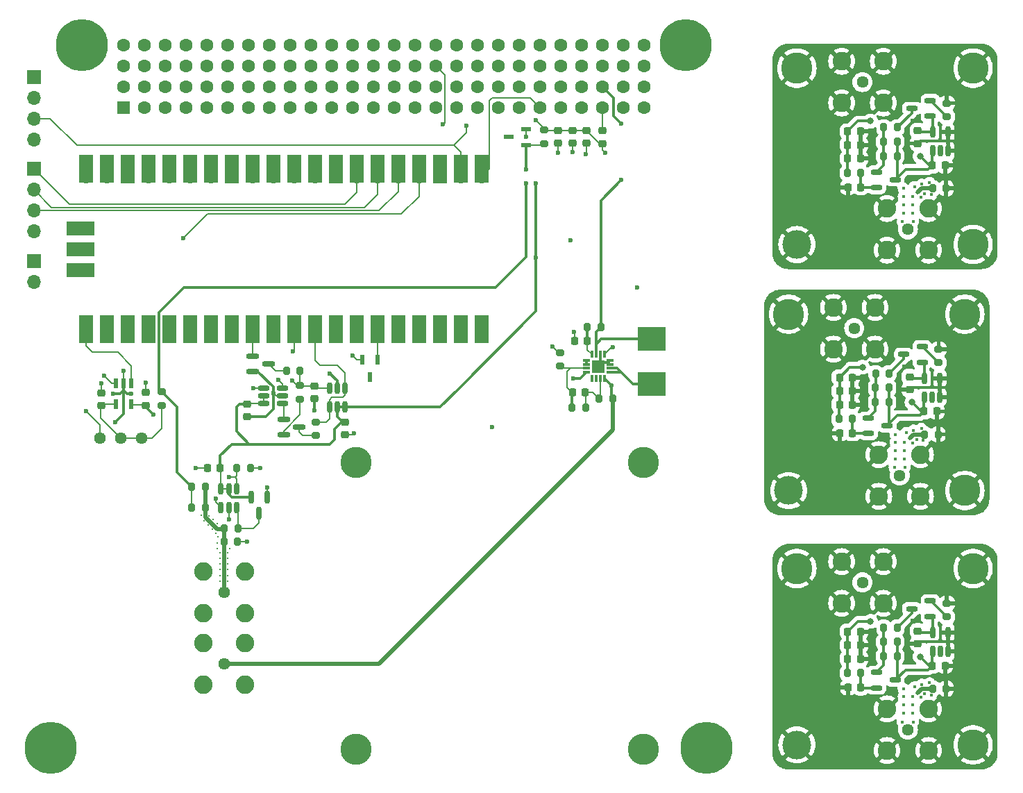
<source format=gtl>
%MOIN*%
%OFA0B0*%
%FSLAX46Y46*%
%IPPOS*%
%LPD*%
%AMRoundRect*
4,1,4,
0.07874015748031496,0.11811023622047245,
0.15748031496062992,0.19685039370078741,
0.23622047244094491,0.27559055118110237,
0.31496062992125984,0.35433070866141736,
0.07874015748031496,0.11811023622047245,
0*
1,1,$1,$2,$3*
1,1,$1,$2,$3*
1,1,$1,$2,$3*
1,1,$1,$2,$3*
20,1,$1,$2,$3,$4,$5,0*
20,1,$1,$2,$3,$4,$5,0*
20,1,$1,$2,$3,$4,$5,0*
20,1,$1,$2,$3,$4,$5,0*%
%AMCOMP13*
4,1,3,
-0.005905511811023622,0.020177165354330708,
-0.005905511811023622,-0.020177165354330708,
0.005905511811023622,-0.020177165354330708,
0.005905511811023622,0.020177165354330708,
0*
4,1,19,
-0.005905511811023622,0.026082677165354333,
-0.00408060830093535,0.025793640844262715,
-0.0024343390612649222,0.024954824769930793,
-0.0011278523954235389,0.023648338104089405,
-0.00028903632109161348,0.02200206886441898,
0,0.020177165354330708,
-0.00028903632109161234,0.018352261844242438,
-0.0011278523954235389,0.01670599260457201,
-0.0024343390612649217,0.015399505938730625,
-0.00408060830093535,0.0145606898643987,
-0.0059055118110236211,0.014271653543307086,
-0.0077304153211118958,0.0145606898643987,
-0.0093766845607823213,0.015399505938730622,
-0.010683171226623704,0.01670599260457201,
-0.011521987300955629,0.018352261844242435,
-0.011811023622047244,0.020177165354330708,
-0.011521987300955631,0.02200206886441898,
-0.010683171226623706,0.023648338104089405,
-0.0093766845607823231,0.02495482476993079,
-0.0077304153211118958,0.025793640844262715,
0*
4,1,19,
-0.005905511811023622,-0.014271653543307086,
-0.00408060830093535,-0.0145606898643987,
-0.0024343390612649222,-0.015399505938730625,
-0.0011278523954235389,-0.01670599260457201,
-0.00028903632109161348,-0.018352261844242438,
0,-0.020177165354330708,
-0.00028903632109161234,-0.02200206886441898,
-0.0011278523954235389,-0.023648338104089405,
-0.0024343390612649217,-0.02495482476993079,
-0.00408060830093535,-0.025793640844262715,
-0.0059055118110236211,-0.026082677165354333,
-0.0077304153211118958,-0.025793640844262715,
-0.0093766845607823213,-0.024954824769930793,
-0.010683171226623704,-0.023648338104089409,
-0.011521987300955629,-0.02200206886441898,
-0.011811023622047244,-0.020177165354330708,
-0.011521987300955631,-0.018352261844242438,
-0.010683171226623706,-0.01670599260457201,
-0.0093766845607823231,-0.015399505938730625,
-0.0077304153211118958,-0.0145606898643987,
0*
4,1,19,
0.005905511811023622,-0.014271653543307086,
0.0077304153211118949,-0.0145606898643987,
0.0093766845607823213,-0.015399505938730625,
0.010683171226623704,-0.01670599260457201,
0.011521987300955629,-0.018352261844242438,
0.011811023622047244,-0.020177165354330708,
0.011521987300955631,-0.02200206886441898,
0.010683171226623704,-0.023648338104089405,
0.0093766845607823231,-0.02495482476993079,
0.0077304153211118949,-0.025793640844262715,
0.0059055118110236228,-0.026082677165354333,
0.0040806083009353481,-0.025793640844262715,
0.002434339061264923,-0.024954824769930793,
0.0011278523954235395,-0.023648338104089409,
0.00028903632109161348,-0.02200206886441898,
0,-0.020177165354330708,
0.00028903632109161234,-0.018352261844242438,
0.0011278523954235378,-0.01670599260457201,
0.0024343390612649213,-0.015399505938730625,
0.0040806083009353481,-0.0145606898643987,
0*
4,1,19,
0.005905511811023622,0.026082677165354333,
0.0077304153211118949,0.025793640844262715,
0.0093766845607823213,0.024954824769930793,
0.010683171226623704,0.023648338104089405,
0.011521987300955629,0.02200206886441898,
0.011811023622047244,0.020177165354330708,
0.011521987300955631,0.018352261844242438,
0.010683171226623704,0.01670599260457201,
0.0093766845607823231,0.015399505938730625,
0.0077304153211118949,0.0145606898643987,
0.0059055118110236228,0.014271653543307086,
0.0040806083009353481,0.0145606898643987,
0.002434339061264923,0.015399505938730622,
0.0011278523954235395,0.01670599260457201,
0.00028903632109161348,0.018352261844242435,
0,0.020177165354330708,
0.00028903632109161234,0.02200206886441898,
0.0011278523954235378,0.023648338104089405,
0.0024343390612649213,0.02495482476993079,
0.0040806083009353481,0.025793640844262715,
0*
4,1,3,
-0.011811023622047244,0.020177165354330708,
0,0.020177165354330708,
0,-0.020177165354330708,
-0.011811023622047244,-0.020177165354330708,
0*
4,1,3,
-0.005905511811023622,-0.026082677165354333,
-0.005905511811023622,-0.014271653543307086,
0.005905511811023622,-0.014271653543307086,
0.005905511811023622,-0.026082677165354333,
0*
4,1,3,
0.011811023622047244,-0.020177165354330708,
0,-0.020177165354330708,
0,0.020177165354330708,
0.011811023622047244,0.020177165354330708,
0*
4,1,3,
0.005905511811023622,0.026082677165354333,
0.005905511811023622,0.014271653543307086,
-0.005905511811023622,0.014271653543307086,
-0.005905511811023622,0.026082677165354333,
0*%
%AMCOMP14*
4,1,3,
-0.02312992125984252,-0.005905511811023622,
0.02312992125984252,-0.005905511811023622,
0.02312992125984252,0.005905511811023622,
-0.02312992125984252,0.005905511811023622,
0*
4,1,19,
-0.02312992125984252,0,
-0.021305017749754251,-0.00028903632109161348,
-0.019658748510083823,-0.0011278523954235389,
-0.018352261844242438,-0.0024343390612649222,
-0.017513445769910513,-0.00408060830093535,
-0.017224409448818898,-0.005905511811023622,
-0.017513445769910509,-0.007730415321111894,
-0.018352261844242438,-0.0093766845607823213,
-0.019658748510083823,-0.010683171226623704,
-0.021305017749754251,-0.011521987300955629,
-0.02312992125984252,-0.011811023622047244,
-0.024954824769930797,-0.011521987300955629,
-0.026601094009601218,-0.010683171226623706,
-0.027907580675442602,-0.0093766845607823231,
-0.028746396749774531,-0.0077304153211118949,
-0.029035433070866146,-0.0059055118110236228,
-0.028746396749774531,-0.0040806083009353507,
-0.027907580675442606,-0.0024343390612649239,
-0.026601094009601225,-0.0011278523954235395,
-0.024954824769930793,-0.00028903632109161348,
0*
4,1,19,
0.02312992125984252,0,
0.024954824769930793,-0.00028903632109161348,
0.026601094009601225,-0.0011278523954235389,
0.027907580675442602,-0.0024343390612649222,
0.028746396749774531,-0.00408060830093535,
0.029035433070866146,-0.005905511811023622,
0.028746396749774531,-0.007730415321111894,
0.027907580675442602,-0.0093766845607823213,
0.026601094009601225,-0.010683171226623704,
0.024954824769930793,-0.011521987300955629,
0.02312992125984252,-0.011811023622047244,
0.021305017749754247,-0.011521987300955629,
0.019658748510083823,-0.010683171226623706,
0.018352261844242438,-0.0093766845607823231,
0.017513445769910513,-0.0077304153211118949,
0.017224409448818898,-0.0059055118110236228,
0.017513445769910509,-0.0040806083009353507,
0.018352261844242438,-0.0024343390612649239,
0.019658748510083819,-0.0011278523954235395,
0.021305017749754251,-0.00028903632109161348,
0*
4,1,19,
0.02312992125984252,0.011811023622047244,
0.024954824769930793,0.011521987300955629,
0.026601094009601225,0.010683171226623704,
0.027907580675442602,0.0093766845607823213,
0.028746396749774531,0.0077304153211118949,
0.029035433070866146,0.005905511811023622,
0.028746396749774531,0.0040806083009353507,
0.027907580675442602,0.002434339061264923,
0.026601094009601225,0.0011278523954235395,
0.024954824769930793,0.00028903632109161348,
0.02312992125984252,0,
0.021305017749754247,0.00028903632109161348,
0.019658748510083823,0.0011278523954235378,
0.018352261844242438,0.0024343390612649217,
0.017513445769910513,0.00408060830093535,
0.017224409448818898,0.0059055118110236211,
0.017513445769910509,0.0077304153211118923,
0.018352261844242438,0.0093766845607823213,
0.019658748510083819,0.010683171226623704,
0.021305017749754251,0.011521987300955629,
0*
4,1,19,
-0.02312992125984252,0.011811023622047244,
-0.021305017749754251,0.011521987300955629,
-0.019658748510083823,0.010683171226623704,
-0.018352261844242438,0.0093766845607823213,
-0.017513445769910513,0.0077304153211118949,
-0.017224409448818898,0.005905511811023622,
-0.017513445769910509,0.0040806083009353507,
-0.018352261844242438,0.002434339061264923,
-0.019658748510083823,0.0011278523954235395,
-0.021305017749754251,0.00028903632109161348,
-0.02312992125984252,0,
-0.024954824769930797,0.00028903632109161348,
-0.026601094009601218,0.0011278523954235378,
-0.027907580675442602,0.0024343390612649217,
-0.028746396749774531,0.00408060830093535,
-0.029035433070866146,0.0059055118110236211,
-0.028746396749774531,0.0077304153211118923,
-0.027907580675442606,0.0093766845607823213,
-0.026601094009601225,0.010683171226623704,
-0.024954824769930793,0.011521987300955629,
0*
4,1,3,
-0.02312992125984252,-0.011811023622047244,
-0.02312992125984252,0,
0.02312992125984252,0,
0.02312992125984252,-0.011811023622047244,
0*
4,1,3,
0.029035433070866146,-0.005905511811023622,
0.017224409448818898,-0.005905511811023622,
0.017224409448818898,0.005905511811023622,
0.029035433070866146,0.005905511811023622,
0*
4,1,3,
0.02312992125984252,0.011811023622047244,
0.02312992125984252,0,
-0.02312992125984252,0,
-0.02312992125984252,0.011811023622047244,
0*
4,1,3,
-0.029035433070866146,0.005905511811023622,
-0.017224409448818898,0.005905511811023622,
-0.017224409448818898,-0.005905511811023622,
-0.029035433070866146,-0.005905511811023622,
0*%
%AMCOMP15*
4,1,3,
0.020177165354330708,0.005905511811023622,
-0.020177165354330708,0.005905511811023622,
-0.020177165354330708,-0.005905511811023622,
0.020177165354330708,-0.005905511811023622,
0*
4,1,19,
0.020177165354330708,0.011811023622047244,
0.02200206886441898,0.011521987300955629,
0.023648338104089405,0.010683171226623704,
0.024954824769930793,0.0093766845607823213,
0.025793640844262715,0.0077304153211118949,
0.026082677165354333,0.005905511811023622,
0.025793640844262718,0.0040806083009353507,
0.024954824769930793,0.002434339061264923,
0.023648338104089409,0.0011278523954235395,
0.02200206886441898,0.00028903632109161348,
0.020177165354330708,0,
0.018352261844242435,0.00028903632109161348,
0.01670599260457201,0.0011278523954235378,
0.015399505938730625,0.0024343390612649217,
0.0145606898643987,0.00408060830093535,
0.014271653543307086,0.0059055118110236211,
0.014560689864398697,0.0077304153211118923,
0.015399505938730622,0.0093766845607823213,
0.016705992604572006,0.010683171226623704,
0.018352261844242435,0.011521987300955629,
0*
4,1,19,
-0.020177165354330708,0.011811023622047244,
-0.018352261844242438,0.011521987300955629,
-0.01670599260457201,0.010683171226623704,
-0.015399505938730625,0.0093766845607823213,
-0.0145606898643987,0.0077304153211118949,
-0.014271653543307086,0.005905511811023622,
-0.014560689864398697,0.0040806083009353507,
-0.015399505938730625,0.002434339061264923,
-0.01670599260457201,0.0011278523954235395,
-0.018352261844242438,0.00028903632109161348,
-0.020177165354330708,0,
-0.022002068864418984,0.00028903632109161348,
-0.023648338104089405,0.0011278523954235378,
-0.02495482476993079,0.0024343390612649217,
-0.025793640844262715,0.00408060830093535,
-0.026082677165354333,0.0059055118110236211,
-0.025793640844262718,0.0077304153211118923,
-0.024954824769930793,0.0093766845607823213,
-0.023648338104089409,0.010683171226623704,
-0.02200206886441898,0.011521987300955629,
0*
4,1,19,
-0.020177165354330708,0,
-0.018352261844242438,-0.00028903632109161348,
-0.01670599260457201,-0.0011278523954235389,
-0.015399505938730625,-0.0024343390612649222,
-0.0145606898643987,-0.00408060830093535,
-0.014271653543307086,-0.005905511811023622,
-0.014560689864398697,-0.007730415321111894,
-0.015399505938730625,-0.0093766845607823213,
-0.01670599260457201,-0.010683171226623704,
-0.018352261844242438,-0.011521987300955629,
-0.020177165354330708,-0.011811023622047244,
-0.022002068864418984,-0.011521987300955629,
-0.023648338104089405,-0.010683171226623706,
-0.02495482476993079,-0.0093766845607823231,
-0.025793640844262715,-0.0077304153211118949,
-0.026082677165354333,-0.0059055118110236228,
-0.025793640844262718,-0.0040806083009353507,
-0.024954824769930793,-0.0024343390612649239,
-0.023648338104089409,-0.0011278523954235395,
-0.02200206886441898,-0.00028903632109161348,
0*
4,1,19,
0.020177165354330708,0,
0.02200206886441898,-0.00028903632109161348,
0.023648338104089405,-0.0011278523954235389,
0.024954824769930793,-0.0024343390612649222,
0.025793640844262715,-0.00408060830093535,
0.026082677165354333,-0.005905511811023622,
0.025793640844262718,-0.007730415321111894,
0.024954824769930793,-0.0093766845607823213,
0.023648338104089409,-0.010683171226623704,
0.02200206886441898,-0.011521987300955629,
0.020177165354330708,-0.011811023622047244,
0.018352261844242435,-0.011521987300955629,
0.01670599260457201,-0.010683171226623706,
0.015399505938730625,-0.0093766845607823231,
0.0145606898643987,-0.0077304153211118949,
0.014271653543307086,-0.0059055118110236228,
0.014560689864398697,-0.0040806083009353507,
0.015399505938730622,-0.0024343390612649239,
0.016705992604572006,-0.0011278523954235395,
0.018352261844242435,-0.00028903632109161348,
0*
4,1,3,
0.020177165354330708,0.011811023622047244,
0.020177165354330708,0,
-0.020177165354330708,0,
-0.020177165354330708,0.011811023622047244,
0*
4,1,3,
-0.026082677165354333,0.005905511811023622,
-0.014271653543307086,0.005905511811023622,
-0.014271653543307086,-0.005905511811023622,
-0.026082677165354333,-0.005905511811023622,
0*
4,1,3,
-0.020177165354330708,-0.011811023622047244,
-0.020177165354330708,0,
0.020177165354330708,0,
0.020177165354330708,-0.011811023622047244,
0*
4,1,3,
0.026082677165354333,-0.005905511811023622,
0.014271653543307086,-0.005905511811023622,
0.014271653543307086,0.005905511811023622,
0.026082677165354333,0.005905511811023622,
0*%
%AMCOMP16*
4,1,3,
0.0088582677165354329,0.00984251968503937,
-0.0088582677165354329,0.00984251968503937,
-0.0088582677165354329,-0.00984251968503937,
0.0088582677165354329,-0.00984251968503937,
0*
4,1,19,
0.0088582677165354329,0.018700787401574805,
0.011595622981667842,0.018267232919937385,
0.014065026841173483,0.017009008808439495,
0.01602475683993556,0.015049278809677422,
0.017282980951433446,0.012579874950171779,
0.017716535433070866,0.00984251968503937,
0.017282980951433449,0.0071051644199069631,
0.01602475683993556,0.0046357605604013218,
0.014065026841173483,0.0026760305616392458,
0.011595622981667842,0.0014178064501413565,
0.0088582677165354347,0.00098425196850393678,
0.0061209124514030235,0.0014178064501413565,
0.0036515085918973852,0.0026760305616392436,
0.001691778593135309,0.00463576056040132,
0.00043355448163741962,0.0071051644199069614,
0,0.00984251968503937,
0.00043355448163741854,0.012579874950171778,
0.0016917785931353068,0.015049278809677416,
0.0036515085918973817,0.017009008808439495,
0.0061209124514030235,0.018267232919937385,
0*
4,1,19,
-0.0088582677165354329,0.018700787401574805,
-0.0061209124514030253,0.018267232919937385,
-0.0036515085918973839,0.017009008808439495,
-0.0016917785931353079,0.015049278809677422,
-0.00043355448163741962,0.012579874950171779,
0,0.00984251968503937,
-0.00043355448163741854,0.0071051644199069631,
-0.0016917785931353079,0.0046357605604013218,
-0.003651508591897383,0.0026760305616392458,
-0.0061209124514030253,0.0014178064501413565,
-0.0088582677165354329,0.00098425196850393678,
-0.011595622981667844,0.0014178064501413565,
-0.014065026841173483,0.0026760305616392436,
-0.01602475683993556,0.00463576056040132,
-0.017282980951433446,0.0071051644199069614,
-0.017716535433070866,0.00984251968503937,
-0.017282980951433449,0.012579874950171778,
-0.01602475683993556,0.015049278809677416,
-0.014065026841173486,0.017009008808439495,
-0.011595622981667844,0.018267232919937385,
0*
4,1,19,
-0.0088582677165354329,-0.00098425196850393678,
-0.0061209124514030253,-0.0014178064501413565,
-0.0036515085918973839,-0.0026760305616392449,
-0.0016917785931353079,-0.0046357605604013209,
-0.00043355448163741962,-0.0071051644199069614,
0,-0.00984251968503937,
-0.00043355448163741854,-0.012579874950171778,
-0.0016917785931353079,-0.01504927880967742,
-0.003651508591897383,-0.017009008808439495,
-0.0061209124514030253,-0.018267232919937385,
-0.0088582677165354329,-0.018700787401574805,
-0.011595622981667844,-0.018267232919937385,
-0.014065026841173483,-0.0170090088084395,
-0.01602475683993556,-0.015049278809677422,
-0.017282980951433446,-0.012579874950171779,
-0.017716535433070866,-0.0098425196850393734,
-0.017282980951433449,-0.0071051644199069631,
-0.01602475683993556,-0.0046357605604013235,
-0.014065026841173486,-0.0026760305616392458,
-0.011595622981667844,-0.0014178064501413565,
0*
4,1,19,
0.0088582677165354329,-0.00098425196850393678,
0.011595622981667842,-0.0014178064501413565,
0.014065026841173483,-0.0026760305616392449,
0.01602475683993556,-0.0046357605604013209,
0.017282980951433446,-0.0071051644199069614,
0.017716535433070866,-0.00984251968503937,
0.017282980951433449,-0.012579874950171778,
0.01602475683993556,-0.01504927880967742,
0.014065026841173483,-0.017009008808439495,
0.011595622981667842,-0.018267232919937385,
0.0088582677165354347,-0.018700787401574805,
0.0061209124514030235,-0.018267232919937385,
0.0036515085918973852,-0.0170090088084395,
0.001691778593135309,-0.015049278809677422,
0.00043355448163741962,-0.012579874950171779,
0,-0.0098425196850393734,
0.00043355448163741854,-0.0071051644199069631,
0.0016917785931353068,-0.0046357605604013235,
0.0036515085918973817,-0.0026760305616392458,
0.0061209124514030235,-0.0014178064501413565,
0*
4,1,3,
0.0088582677165354329,0.018700787401574805,
0.0088582677165354329,0.00098425196850393678,
-0.0088582677165354329,0.00098425196850393678,
-0.0088582677165354329,0.018700787401574805,
0*
4,1,3,
-0.017716535433070866,0.00984251968503937,
0,0.00984251968503937,
0,-0.00984251968503937,
-0.017716535433070866,-0.00984251968503937,
0*
4,1,3,
-0.0088582677165354329,-0.018700787401574805,
-0.0088582677165354329,-0.00098425196850393678,
0.0088582677165354329,-0.00098425196850393678,
0.0088582677165354329,-0.018700787401574805,
0*
4,1,3,
0.017716535433070866,-0.00984251968503937,
0,-0.00984251968503937,
0,0.00984251968503937,
0.017716535433070866,0.00984251968503937,
0*%
%AMCOMP17*
4,1,3,
0.005905511811023622,-0.020177165354330708,
0.005905511811023622,0.020177165354330708,
-0.005905511811023622,0.020177165354330708,
-0.005905511811023622,-0.020177165354330708,
0*
4,1,19,
0.005905511811023622,-0.014271653543307086,
0.0077304153211118949,-0.0145606898643987,
0.0093766845607823213,-0.015399505938730625,
0.010683171226623704,-0.01670599260457201,
0.011521987300955629,-0.018352261844242438,
0.011811023622047244,-0.020177165354330708,
0.011521987300955631,-0.02200206886441898,
0.010683171226623704,-0.023648338104089405,
0.0093766845607823231,-0.02495482476993079,
0.0077304153211118949,-0.025793640844262715,
0.0059055118110236228,-0.026082677165354333,
0.0040806083009353481,-0.025793640844262715,
0.002434339061264923,-0.024954824769930793,
0.0011278523954235395,-0.023648338104089409,
0.00028903632109161348,-0.02200206886441898,
0,-0.020177165354330708,
0.00028903632109161234,-0.018352261844242438,
0.0011278523954235378,-0.01670599260457201,
0.0024343390612649213,-0.015399505938730625,
0.0040806083009353481,-0.0145606898643987,
0*
4,1,19,
0.005905511811023622,0.026082677165354333,
0.0077304153211118949,0.025793640844262715,
0.0093766845607823213,0.024954824769930793,
0.010683171226623704,0.023648338104089405,
0.011521987300955629,0.02200206886441898,
0.011811023622047244,0.020177165354330708,
0.011521987300955631,0.018352261844242438,
0.010683171226623704,0.01670599260457201,
0.0093766845607823231,0.015399505938730625,
0.0077304153211118949,0.0145606898643987,
0.0059055118110236228,0.014271653543307086,
0.0040806083009353481,0.0145606898643987,
0.002434339061264923,0.015399505938730622,
0.0011278523954235395,0.01670599260457201,
0.00028903632109161348,0.018352261844242435,
0,0.020177165354330708,
0.00028903632109161234,0.02200206886441898,
0.0011278523954235378,0.023648338104089405,
0.0024343390612649213,0.02495482476993079,
0.0040806083009353481,0.025793640844262715,
0*
4,1,19,
-0.005905511811023622,0.026082677165354333,
-0.00408060830093535,0.025793640844262715,
-0.0024343390612649222,0.024954824769930793,
-0.0011278523954235389,0.023648338104089405,
-0.00028903632109161348,0.02200206886441898,
0,0.020177165354330708,
-0.00028903632109161234,0.018352261844242438,
-0.0011278523954235389,0.01670599260457201,
-0.0024343390612649217,0.015399505938730625,
-0.00408060830093535,0.0145606898643987,
-0.0059055118110236211,0.014271653543307086,
-0.0077304153211118958,0.0145606898643987,
-0.0093766845607823213,0.015399505938730622,
-0.010683171226623704,0.01670599260457201,
-0.011521987300955629,0.018352261844242435,
-0.011811023622047244,0.020177165354330708,
-0.011521987300955631,0.02200206886441898,
-0.010683171226623706,0.023648338104089405,
-0.0093766845607823231,0.02495482476993079,
-0.0077304153211118958,0.025793640844262715,
0*
4,1,19,
-0.005905511811023622,-0.014271653543307086,
-0.00408060830093535,-0.0145606898643987,
-0.0024343390612649222,-0.015399505938730625,
-0.0011278523954235389,-0.01670599260457201,
-0.00028903632109161348,-0.018352261844242438,
0,-0.020177165354330708,
-0.00028903632109161234,-0.02200206886441898,
-0.0011278523954235389,-0.023648338104089405,
-0.0024343390612649217,-0.02495482476993079,
-0.00408060830093535,-0.025793640844262715,
-0.0059055118110236211,-0.026082677165354333,
-0.0077304153211118958,-0.025793640844262715,
-0.0093766845607823213,-0.024954824769930793,
-0.010683171226623704,-0.023648338104089409,
-0.011521987300955629,-0.02200206886441898,
-0.011811023622047244,-0.020177165354330708,
-0.011521987300955631,-0.018352261844242438,
-0.010683171226623706,-0.01670599260457201,
-0.0093766845607823231,-0.015399505938730625,
-0.0077304153211118958,-0.0145606898643987,
0*
4,1,3,
0.011811023622047244,-0.020177165354330708,
0,-0.020177165354330708,
0,0.020177165354330708,
0.011811023622047244,0.020177165354330708,
0*
4,1,3,
0.005905511811023622,0.026082677165354333,
0.005905511811023622,0.014271653543307086,
-0.005905511811023622,0.014271653543307086,
-0.005905511811023622,0.026082677165354333,
0*
4,1,3,
-0.011811023622047244,0.020177165354330708,
0,0.020177165354330708,
0,-0.020177165354330708,
-0.011811023622047244,-0.020177165354330708,
0*
4,1,3,
-0.005905511811023622,-0.026082677165354333,
-0.005905511811023622,-0.014271653543307086,
0.005905511811023622,-0.014271653543307086,
0.005905511811023622,-0.026082677165354333,
0*%
%AMCOMP18*
4,1,3,
-0.00984251968503937,0.0088582677165354329,
-0.00984251968503937,-0.0088582677165354329,
0.00984251968503937,-0.0088582677165354329,
0.00984251968503937,0.0088582677165354329,
0*
4,1,19,
-0.00984251968503937,0.017716535433070866,
-0.0071051644199069623,0.017282980951433446,
-0.0046357605604013209,0.01602475683993556,
-0.0026760305616392449,0.014065026841173483,
-0.0014178064501413565,0.011595622981667842,
-0.00098425196850393678,0.0088582677165354329,
-0.0014178064501413554,0.0061209124514030253,
-0.0026760305616392449,0.0036515085918973852,
-0.00463576056040132,0.001691778593135309,
-0.0071051644199069614,0.00043355448163741962,
-0.00984251968503937,0,
-0.012579874950171783,0.00043355448163741962,
-0.01504927880967742,0.0016917785931353068,
-0.017009008808439495,0.003651508591897383,
-0.018267232919937385,0.0061209124514030244,
-0.018700787401574805,0.0088582677165354329,
-0.018267232919937385,0.011595622981667841,
-0.0170090088084395,0.014065026841173481,
-0.015049278809677422,0.01602475683993556,
-0.012579874950171779,0.017282980951433446,
0*
4,1,19,
-0.00984251968503937,0,
-0.0071051644199069623,-0.00043355448163741962,
-0.0046357605604013209,-0.0016917785931353079,
-0.0026760305616392449,-0.0036515085918973839,
-0.0014178064501413565,-0.0061209124514030253,
-0.00098425196850393678,-0.0088582677165354329,
-0.0014178064501413554,-0.011595622981667842,
-0.0026760305616392449,-0.014065026841173483,
-0.00463576056040132,-0.01602475683993556,
-0.0071051644199069614,-0.017282980951433446,
-0.00984251968503937,-0.017716535433070866,
-0.012579874950171783,-0.017282980951433446,
-0.01504927880967742,-0.01602475683993556,
-0.017009008808439495,-0.014065026841173483,
-0.018267232919937385,-0.011595622981667842,
-0.018700787401574805,-0.0088582677165354347,
-0.018267232919937385,-0.0061209124514030279,
-0.0170090088084395,-0.0036515085918973861,
-0.015049278809677422,-0.001691778593135309,
-0.012579874950171779,-0.00043355448163741962,
0*
4,1,19,
0.00984251968503937,0,
0.012579874950171779,-0.00043355448163741962,
0.015049278809677422,-0.0016917785931353079,
0.017009008808439495,-0.0036515085918973839,
0.018267232919937385,-0.0061209124514030253,
0.018700787401574805,-0.0088582677165354329,
0.018267232919937385,-0.011595622981667842,
0.017009008808439495,-0.014065026841173483,
0.015049278809677422,-0.01602475683993556,
0.012579874950171779,-0.017282980951433446,
0.00984251968503937,-0.017716535433070866,
0.0071051644199069588,-0.017282980951433446,
0.0046357605604013218,-0.01602475683993556,
0.0026760305616392458,-0.014065026841173483,
0.0014178064501413565,-0.011595622981667842,
0.00098425196850393678,-0.0088582677165354347,
0.0014178064501413554,-0.0061209124514030279,
0.0026760305616392436,-0.0036515085918973861,
0.0046357605604013183,-0.001691778593135309,
0.0071051644199069614,-0.00043355448163741962,
0*
4,1,19,
0.00984251968503937,0.017716535433070866,
0.012579874950171779,0.017282980951433446,
0.015049278809677422,0.01602475683993556,
0.017009008808439495,0.014065026841173483,
0.018267232919937385,0.011595622981667842,
0.018700787401574805,0.0088582677165354329,
0.018267232919937385,0.0061209124514030253,
0.017009008808439495,0.0036515085918973852,
0.015049278809677422,0.001691778593135309,
0.012579874950171779,0.00043355448163741962,
0.00984251968503937,0,
0.0071051644199069588,0.00043355448163741962,
0.0046357605604013218,0.0016917785931353068,
0.0026760305616392458,0.003651508591897383,
0.0014178064501413565,0.0061209124514030244,
0.00098425196850393678,0.0088582677165354329,
0.0014178064501413554,0.011595622981667841,
0.0026760305616392436,0.014065026841173481,
0.0046357605604013183,0.01602475683993556,
0.0071051644199069614,0.017282980951433446,
0*
4,1,3,
-0.018700787401574805,0.0088582677165354329,
-0.00098425196850393678,0.0088582677165354329,
-0.00098425196850393678,-0.0088582677165354329,
-0.018700787401574805,-0.0088582677165354329,
0*
4,1,3,
-0.00984251968503937,-0.017716535433070866,
-0.00984251968503937,0,
0.00984251968503937,0,
0.00984251968503937,-0.017716535433070866,
0*
4,1,3,
0.018700787401574805,-0.0088582677165354329,
0.00098425196850393678,-0.0088582677165354329,
0.00098425196850393678,0.0088582677165354329,
0.018700787401574805,0.0088582677165354329,
0*
4,1,3,
0.00984251968503937,0.017716535433070866,
0.00984251968503937,0,
-0.00984251968503937,0,
-0.00984251968503937,0.017716535433070866,
0*%
%AMCOMP19*
4,1,3,
0.010826771653543309,-0.0078740157480314977,
0.010826771653543309,0.0078740157480314977,
-0.010826771653543309,0.0078740157480314977,
-0.010826771653543309,-0.0078740157480314977,
0*
4,1,19,
0.010826771653543309,0,
0.013259976333661005,-0.00038538176145548424,
0.015455001986554908,-0.0015038031938980512,
0.017196984207676753,-0.0032457854150198971,
0.018315405640119319,-0.0054408110679138007,
0.018700787401574805,-0.0078740157480314977,
0.018315405640119322,-0.010307220428149194,
0.017196984207676753,-0.012502246081043097,
0.015455001986554908,-0.01424422830216494,
0.013259976333661007,-0.015362649734607511,
0.010826771653543309,-0.015748031496062995,
0.00839356697342561,-0.015362649734607511,
0.0061985413205317089,-0.014244228302164944,
0.0044565590994098637,-0.0125022460810431,
0.0033381376669672958,-0.010307220428149196,
0.0029527559055118114,-0.0078740157480314977,
0.0033381376669672949,-0.0054408110679138016,
0.0044565590994098628,-0.0032457854150198988,
0.0061985413205317063,-0.0015038031938980523,
0.00839356697342561,-0.00038538176145548424,
0*
4,1,19,
0.010826771653543309,0.015748031496062995,
0.013259976333661005,0.015362649734607511,
0.015455001986554908,0.014244228302164944,
0.017196984207676753,0.012502246081043097,
0.018315405640119319,0.010307220428149194,
0.018700787401574805,0.0078740157480314977,
0.018315405640119322,0.0054408110679138007,
0.017196984207676753,0.0032457854150198975,
0.015455001986554908,0.0015038031938980523,
0.013259976333661007,0.00038538176145548424,
0.010826771653543309,0,
0.00839356697342561,0.00038538176145548424,
0.0061985413205317089,0.0015038031938980512,
0.0044565590994098637,0.0032457854150198962,
0.0033381376669672958,0.0054408110679138,
0.0029527559055118114,0.007874015748031496,
0.0033381376669672949,0.010307220428149194,
0.0044565590994098628,0.012502246081043094,
0.0061985413205317063,0.01424422830216494,
0.00839356697342561,0.015362649734607511,
0*
4,1,19,
-0.010826771653543309,0.015748031496062995,
-0.0083935669734256126,0.015362649734607511,
-0.0061985413205317089,0.014244228302164944,
-0.0044565590994098628,0.012502246081043097,
-0.0033381376669672958,0.010307220428149194,
-0.0029527559055118114,0.0078740157480314977,
-0.0033381376669672949,0.0054408110679138007,
-0.0044565590994098628,0.0032457854150198975,
-0.0061985413205317081,0.0015038031938980523,
-0.00839356697342561,0.00038538176145548424,
-0.010826771653543309,0,
-0.013259976333661007,0.00038538176145548424,
-0.015455001986554908,0.0015038031938980512,
-0.017196984207676753,0.0032457854150198962,
-0.018315405640119319,0.0054408110679138,
-0.018700787401574805,0.007874015748031496,
-0.018315405640119322,0.010307220428149194,
-0.017196984207676753,0.012502246081043094,
-0.01545500198655491,0.01424422830216494,
-0.013259976333661007,0.015362649734607511,
0*
4,1,19,
-0.010826771653543309,0,
-0.0083935669734256126,-0.00038538176145548424,
-0.0061985413205317089,-0.0015038031938980512,
-0.0044565590994098628,-0.0032457854150198971,
-0.0033381376669672958,-0.0054408110679138007,
-0.0029527559055118114,-0.0078740157480314977,
-0.0033381376669672949,-0.010307220428149194,
-0.0044565590994098628,-0.012502246081043097,
-0.0061985413205317081,-0.01424422830216494,
-0.00839356697342561,-0.015362649734607511,
-0.010826771653543309,-0.015748031496062995,
-0.013259976333661007,-0.015362649734607511,
-0.015455001986554908,-0.014244228302164944,
-0.017196984207676753,-0.0125022460810431,
-0.018315405640119319,-0.010307220428149196,
-0.018700787401574805,-0.0078740157480314977,
-0.018315405640119322,-0.0054408110679138016,
-0.017196984207676753,-0.0032457854150198988,
-0.01545500198655491,-0.0015038031938980523,
-0.013259976333661007,-0.00038538176145548424,
0*
4,1,3,
0.018700787401574805,-0.0078740157480314977,
0.0029527559055118114,-0.0078740157480314977,
0.0029527559055118114,0.0078740157480314977,
0.018700787401574805,0.0078740157480314977,
0*
4,1,3,
0.010826771653543309,0.015748031496062995,
0.010826771653543309,0,
-0.010826771653543309,0,
-0.010826771653543309,0.015748031496062995,
0*
4,1,3,
-0.018700787401574805,0.0078740157480314977,
-0.0029527559055118114,0.0078740157480314977,
-0.0029527559055118114,-0.0078740157480314977,
-0.018700787401574805,-0.0078740157480314977,
0*
4,1,3,
-0.010826771653543309,-0.015748031496062995,
-0.010826771653543309,0,
0.010826771653543309,0,
0.010826771653543309,-0.015748031496062995,
0*%
%AMCOMP20*
4,1,3,
-0.0078740157480314977,-0.010826771653543309,
0.0078740157480314977,-0.010826771653543309,
0.0078740157480314977,0.010826771653543309,
-0.0078740157480314977,0.010826771653543309,
0*
4,1,19,
-0.0078740157480314977,-0.0029527559055118114,
-0.0054408110679138007,-0.0033381376669672958,
-0.0032457854150198971,-0.0044565590994098628,
-0.0015038031938980512,-0.0061985413205317089,
-0.00038538176145548424,-0.0083935669734256126,
0,-0.010826771653543309,
-0.00038538176145548316,-0.013259976333661005,
-0.0015038031938980512,-0.015455001986554908,
-0.0032457854150198962,-0.017196984207676753,
-0.0054408110679138,-0.018315405640119319,
-0.007874015748031496,-0.018700787401574805,
-0.010307220428149196,-0.018315405640119319,
-0.012502246081043097,-0.017196984207676753,
-0.01424422830216494,-0.015455001986554908,
-0.015362649734607511,-0.013259976333661007,
-0.015748031496062995,-0.01082677165354331,
-0.015362649734607511,-0.0083935669734256143,
-0.014244228302164944,-0.0061985413205317107,
-0.0125022460810431,-0.0044565590994098637,
-0.010307220428149196,-0.0033381376669672958,
0*
4,1,19,
0.0078740157480314977,-0.0029527559055118114,
0.010307220428149194,-0.0033381376669672958,
0.012502246081043097,-0.0044565590994098628,
0.014244228302164944,-0.0061985413205317089,
0.015362649734607511,-0.0083935669734256126,
0.015748031496062995,-0.010826771653543309,
0.015362649734607511,-0.013259976333661005,
0.014244228302164944,-0.015455001986554908,
0.0125022460810431,-0.017196984207676753,
0.010307220428149194,-0.018315405640119319,
0.0078740157480314977,-0.018700787401574805,
0.005440811067913799,-0.018315405640119319,
0.0032457854150198975,-0.017196984207676753,
0.0015038031938980523,-0.015455001986554908,
0.00038538176145548424,-0.013259976333661007,
0,-0.01082677165354331,
0.00038538176145548316,-0.0083935669734256143,
0.0015038031938980512,-0.0061985413205317107,
0.0032457854150198949,-0.0044565590994098637,
0.005440811067913799,-0.0033381376669672958,
0*
4,1,19,
0.0078740157480314977,0.018700787401574805,
0.010307220428149194,0.018315405640119319,
0.012502246081043097,0.017196984207676753,
0.014244228302164944,0.015455001986554908,
0.015362649734607511,0.013259976333661005,
0.015748031496062995,0.010826771653543309,
0.015362649734607511,0.0083935669734256126,
0.014244228302164944,0.0061985413205317089,
0.0125022460810431,0.0044565590994098637,
0.010307220428149194,0.0033381376669672958,
0.0078740157480314977,0.0029527559055118114,
0.005440811067913799,0.0033381376669672958,
0.0032457854150198975,0.0044565590994098628,
0.0015038031938980523,0.0061985413205317081,
0.00038538176145548424,0.00839356697342561,
0,0.010826771653543307,
0.00038538176145548316,0.013259976333661003,
0.0015038031938980512,0.015455001986554907,
0.0032457854150198949,0.017196984207676753,
0.005440811067913799,0.018315405640119319,
0*
4,1,19,
-0.0078740157480314977,0.018700787401574805,
-0.0054408110679138007,0.018315405640119319,
-0.0032457854150198971,0.017196984207676753,
-0.0015038031938980512,0.015455001986554908,
-0.00038538176145548424,0.013259976333661005,
0,0.010826771653543309,
-0.00038538176145548316,0.0083935669734256126,
-0.0015038031938980512,0.0061985413205317089,
-0.0032457854150198962,0.0044565590994098637,
-0.0054408110679138,0.0033381376669672958,
-0.007874015748031496,0.0029527559055118114,
-0.010307220428149196,0.0033381376669672958,
-0.012502246081043097,0.0044565590994098628,
-0.01424422830216494,0.0061985413205317081,
-0.015362649734607511,0.00839356697342561,
-0.015748031496062995,0.010826771653543307,
-0.015362649734607511,0.013259976333661003,
-0.014244228302164944,0.015455001986554907,
-0.0125022460810431,0.017196984207676753,
-0.010307220428149196,0.018315405640119319,
0*
4,1,3,
-0.0078740157480314977,-0.018700787401574805,
-0.0078740157480314977,-0.0029527559055118114,
0.0078740157480314977,-0.0029527559055118114,
0.0078740157480314977,-0.018700787401574805,
0*
4,1,3,
0.015748031496062995,-0.010826771653543309,
0,-0.010826771653543309,
0,0.010826771653543309,
0.015748031496062995,0.010826771653543309,
0*
4,1,3,
0.0078740157480314977,0.018700787401574805,
0.0078740157480314977,0.0029527559055118114,
-0.0078740157480314977,0.0029527559055118114,
-0.0078740157480314977,0.018700787401574805,
0*
4,1,3,
-0.015748031496062995,0.010826771653543309,
0,0.010826771653543309,
0,-0.010826771653543309,
-0.015748031496062995,-0.010826771653543309,
0*%
%AMCOMP21*
4,1,3,
-0.005905511811023622,0.02312992125984252,
-0.005905511811023622,-0.02312992125984252,
0.005905511811023622,-0.02312992125984252,
0.005905511811023622,0.02312992125984252,
0*
4,1,19,
-0.005905511811023622,0.029035433070866146,
-0.00408060830093535,0.028746396749774531,
-0.0024343390612649222,0.027907580675442602,
-0.0011278523954235389,0.026601094009601225,
-0.00028903632109161348,0.024954824769930793,
0,0.02312992125984252,
-0.00028903632109161234,0.021305017749754251,
-0.0011278523954235389,0.019658748510083823,
-0.0024343390612649217,0.018352261844242438,
-0.00408060830093535,0.017513445769910513,
-0.0059055118110236211,0.017224409448818898,
-0.0077304153211118958,0.017513445769910513,
-0.0093766845607823213,0.018352261844242438,
-0.010683171226623704,0.019658748510083823,
-0.011521987300955629,0.021305017749754251,
-0.011811023622047244,0.02312992125984252,
-0.011521987300955631,0.024954824769930793,
-0.010683171226623706,0.026601094009601218,
-0.0093766845607823231,0.027907580675442602,
-0.0077304153211118958,0.028746396749774531,
0*
4,1,19,
-0.005905511811023622,-0.017224409448818898,
-0.00408060830093535,-0.017513445769910513,
-0.0024343390612649222,-0.018352261844242438,
-0.0011278523954235389,-0.019658748510083823,
-0.00028903632109161348,-0.021305017749754251,
0,-0.02312992125984252,
-0.00028903632109161234,-0.024954824769930793,
-0.0011278523954235389,-0.026601094009601218,
-0.0024343390612649217,-0.027907580675442602,
-0.00408060830093535,-0.028746396749774531,
-0.0059055118110236211,-0.029035433070866146,
-0.0077304153211118958,-0.028746396749774531,
-0.0093766845607823213,-0.027907580675442606,
-0.010683171226623704,-0.026601094009601225,
-0.011521987300955629,-0.024954824769930793,
-0.011811023622047244,-0.02312992125984252,
-0.011521987300955631,-0.021305017749754251,
-0.010683171226623706,-0.019658748510083823,
-0.0093766845607823231,-0.018352261844242438,
-0.0077304153211118958,-0.017513445769910513,
0*
4,1,19,
0.005905511811023622,-0.017224409448818898,
0.0077304153211118949,-0.017513445769910513,
0.0093766845607823213,-0.018352261844242438,
0.010683171226623704,-0.019658748510083823,
0.011521987300955629,-0.021305017749754251,
0.011811023622047244,-0.02312992125984252,
0.011521987300955631,-0.024954824769930793,
0.010683171226623704,-0.026601094009601218,
0.0093766845607823231,-0.027907580675442602,
0.0077304153211118949,-0.028746396749774531,
0.0059055118110236228,-0.029035433070866146,
0.0040806083009353481,-0.028746396749774531,
0.002434339061264923,-0.027907580675442606,
0.0011278523954235395,-0.026601094009601225,
0.00028903632109161348,-0.024954824769930793,
0,-0.02312992125984252,
0.00028903632109161234,-0.021305017749754251,
0.0011278523954235378,-0.019658748510083823,
0.0024343390612649213,-0.018352261844242438,
0.0040806083009353481,-0.017513445769910513,
0*
4,1,19,
0.005905511811023622,0.029035433070866146,
0.0077304153211118949,0.028746396749774531,
0.0093766845607823213,0.027907580675442602,
0.010683171226623704,0.026601094009601225,
0.011521987300955629,0.024954824769930793,
0.011811023622047244,0.02312992125984252,
0.011521987300955631,0.021305017749754251,
0.010683171226623704,0.019658748510083823,
0.0093766845607823231,0.018352261844242438,
0.0077304153211118949,0.017513445769910513,
0.0059055118110236228,0.017224409448818898,
0.0040806083009353481,0.017513445769910513,
0.002434339061264923,0.018352261844242438,
0.0011278523954235395,0.019658748510083823,
0.00028903632109161348,0.021305017749754251,
0,0.02312992125984252,
0.00028903632109161234,0.024954824769930793,
0.0011278523954235378,0.026601094009601218,
0.0024343390612649213,0.027907580675442602,
0.0040806083009353481,0.028746396749774531,
0*
4,1,3,
-0.011811023622047244,0.02312992125984252,
0,0.02312992125984252,
0,-0.02312992125984252,
-0.011811023622047244,-0.02312992125984252,
0*
4,1,3,
-0.005905511811023622,-0.029035433070866146,
-0.005905511811023622,-0.017224409448818898,
0.005905511811023622,-0.017224409448818898,
0.005905511811023622,-0.029035433070866146,
0*
4,1,3,
0.011811023622047244,-0.02312992125984252,
0,-0.02312992125984252,
0,0.02312992125984252,
0.011811023622047244,0.02312992125984252,
0*
4,1,3,
0.005905511811023622,0.029035433070866146,
0.005905511811023622,0.017224409448818898,
-0.005905511811023622,0.017224409448818898,
-0.005905511811023622,0.029035433070866146,
0*%
%AMCOMP22*
4,1,3,
-0.010088582677165354,0.0086122047244094491,
-0.010088582677165354,-0.0086122047244094491,
0.010088582677165354,-0.0086122047244094491,
0.010088582677165354,0.0086122047244094491,
0*
4,1,19,
-0.010088582677165354,0.017224409448818898,
-0.0074272650582866244,0.016802898147226963,
-0.0050264557504339172,0.015579624705492906,
-0.0031211626960818985,0.013674331651140886,
-0.0018978892543478406,0.01127352234328818,
-0.0014763779527559046,0.0086122047244094491,
-0.0018978892543478395,0.00595088710553072,
-0.0031211626960818985,0.0035500777976780135,
-0.0050264557504339164,0.001644784743325995,
-0.0074272650582866227,0.00042151130159193579,
-0.010088582677165354,0,
-0.012749900296044087,0.00042151130159193579,
-0.015150709603896789,0.0016447847433259928,
-0.017056002658248807,0.0035500777976780113,
-0.01827927609998287,0.0059508871055307172,
-0.018700787401574805,0.0086122047244094474,
-0.01827927609998287,0.011273522343288177,
-0.01705600265824881,0.013674331651140884,
-0.015150709603896794,0.015579624705492904,
-0.012749900296044087,0.016802898147226963,
0*
4,1,19,
-0.010088582677165354,0,
-0.0074272650582866244,-0.00042151130159193579,
-0.0050264557504339172,-0.0016447847433259939,
-0.0031211626960818985,-0.0035500777976780122,
-0.0018978892543478406,-0.0059508871055307189,
-0.0014763779527559046,-0.0086122047244094491,
-0.0018978892543478395,-0.011273522343288178,
-0.0031211626960818985,-0.013674331651140884,
-0.0050264557504339164,-0.015579624705492904,
-0.0074272650582866227,-0.016802898147226963,
-0.010088582677165354,-0.017224409448818898,
-0.012749900296044087,-0.016802898147226963,
-0.015150709603896789,-0.015579624705492906,
-0.017056002658248807,-0.013674331651140889,
-0.01827927609998287,-0.01127352234328818,
-0.018700787401574805,-0.00861220472440945,
-0.01827927609998287,-0.0059508871055307206,
-0.01705600265824881,-0.0035500777976780144,
-0.015150709603896794,-0.001644784743325995,
-0.012749900296044087,-0.00042151130159193579,
0*
4,1,19,
0.010088582677165354,0,
0.012749900296044083,-0.00042151130159193579,
0.01515070960389679,-0.0016447847433259939,
0.01705600265824881,-0.0035500777976780122,
0.01827927609998287,-0.0059508871055307189,
0.018700787401574805,-0.0086122047244094491,
0.01827927609998287,-0.011273522343288178,
0.01705600265824881,-0.013674331651140884,
0.015150709603896794,-0.015579624705492904,
0.012749900296044087,-0.016802898147226963,
0.010088582677165354,-0.017224409448818898,
0.0074272650582866209,-0.016802898147226963,
0.0050264557504339181,-0.015579624705492906,
0.0031211626960819,-0.013674331651140889,
0.0018978892543478406,-0.01127352234328818,
0.0014763779527559046,-0.00861220472440945,
0.0018978892543478395,-0.0059508871055307206,
0.0031211626960818977,-0.0035500777976780144,
0.0050264557504339146,-0.001644784743325995,
0.0074272650582866227,-0.00042151130159193579,
0*
4,1,19,
0.010088582677165354,0.017224409448818898,
0.012749900296044083,0.016802898147226963,
0.01515070960389679,0.015579624705492906,
0.01705600265824881,0.013674331651140886,
0.01827927609998287,0.01127352234328818,
0.018700787401574805,0.0086122047244094491,
0.01827927609998287,0.00595088710553072,
0.01705600265824881,0.0035500777976780135,
0.015150709603896794,0.001644784743325995,
0.012749900296044087,0.00042151130159193579,
0.010088582677165354,0,
0.0074272650582866209,0.00042151130159193579,
0.0050264557504339181,0.0016447847433259928,
0.0031211626960819,0.0035500777976780113,
0.0018978892543478406,0.0059508871055307172,
0.0014763779527559046,0.0086122047244094474,
0.0018978892543478395,0.011273522343288177,
0.0031211626960818977,0.013674331651140884,
0.0050264557504339146,0.015579624705492904,
0.0074272650582866227,0.016802898147226963,
0*
4,1,3,
-0.018700787401574805,0.0086122047244094491,
-0.0014763779527559046,0.0086122047244094491,
-0.0014763779527559046,-0.0086122047244094491,
-0.018700787401574805,-0.0086122047244094491,
0*
4,1,3,
-0.010088582677165354,-0.017224409448818898,
-0.010088582677165354,0,
0.010088582677165354,0,
0.010088582677165354,-0.017224409448818898,
0*
4,1,3,
0.018700787401574805,-0.0086122047244094491,
0.0014763779527559046,-0.0086122047244094491,
0.0014763779527559046,0.0086122047244094491,
0.018700787401574805,0.0086122047244094491,
0*
4,1,3,
0.010088582677165354,0.017224409448818898,
0.010088582677165354,0,
-0.010088582677165354,0,
-0.010088582677165354,0.017224409448818898,
0*%
%AMCOMP23*
4,1,3,
0.00984251968503937,-0.0088582677165354329,
0.00984251968503937,0.0088582677165354329,
-0.00984251968503937,0.0088582677165354329,
-0.00984251968503937,-0.0088582677165354329,
0*
4,1,19,
0.00984251968503937,0,
0.012579874950171779,-0.00043355448163741962,
0.015049278809677422,-0.0016917785931353079,
0.017009008808439495,-0.0036515085918973839,
0.018267232919937385,-0.0061209124514030253,
0.018700787401574805,-0.0088582677165354329,
0.018267232919937385,-0.011595622981667842,
0.017009008808439495,-0.014065026841173483,
0.015049278809677422,-0.01602475683993556,
0.012579874950171779,-0.017282980951433446,
0.00984251968503937,-0.017716535433070866,
0.0071051644199069588,-0.017282980951433446,
0.0046357605604013218,-0.01602475683993556,
0.0026760305616392458,-0.014065026841173483,
0.0014178064501413565,-0.011595622981667842,
0.00098425196850393678,-0.0088582677165354347,
0.0014178064501413554,-0.0061209124514030279,
0.0026760305616392436,-0.0036515085918973861,
0.0046357605604013183,-0.001691778593135309,
0.0071051644199069614,-0.00043355448163741962,
0*
4,1,19,
0.00984251968503937,0.017716535433070866,
0.012579874950171779,0.017282980951433446,
0.015049278809677422,0.01602475683993556,
0.017009008808439495,0.014065026841173483,
0.018267232919937385,0.011595622981667842,
0.018700787401574805,0.0088582677165354329,
0.018267232919937385,0.0061209124514030253,
0.017009008808439495,0.0036515085918973852,
0.015049278809677422,0.001691778593135309,
0.012579874950171779,0.00043355448163741962,
0.00984251968503937,0,
0.0071051644199069588,0.00043355448163741962,
0.0046357605604013218,0.0016917785931353068,
0.0026760305616392458,0.003651508591897383,
0.0014178064501413565,0.0061209124514030244,
0.00098425196850393678,0.0088582677165354329,
0.0014178064501413554,0.011595622981667841,
0.0026760305616392436,0.014065026841173481,
0.0046357605604013183,0.01602475683993556,
0.0071051644199069614,0.017282980951433446,
0*
4,1,19,
-0.00984251968503937,0.017716535433070866,
-0.0071051644199069623,0.017282980951433446,
-0.0046357605604013209,0.01602475683993556,
-0.0026760305616392449,0.014065026841173483,
-0.0014178064501413565,0.011595622981667842,
-0.00098425196850393678,0.0088582677165354329,
-0.0014178064501413554,0.0061209124514030253,
-0.0026760305616392449,0.0036515085918973852,
-0.00463576056040132,0.001691778593135309,
-0.0071051644199069614,0.00043355448163741962,
-0.00984251968503937,0,
-0.012579874950171783,0.00043355448163741962,
-0.01504927880967742,0.0016917785931353068,
-0.017009008808439495,0.003651508591897383,
-0.018267232919937385,0.0061209124514030244,
-0.018700787401574805,0.0088582677165354329,
-0.018267232919937385,0.011595622981667841,
-0.0170090088084395,0.014065026841173481,
-0.015049278809677422,0.01602475683993556,
-0.012579874950171779,0.017282980951433446,
0*
4,1,19,
-0.00984251968503937,0,
-0.0071051644199069623,-0.00043355448163741962,
-0.0046357605604013209,-0.0016917785931353079,
-0.0026760305616392449,-0.0036515085918973839,
-0.0014178064501413565,-0.0061209124514030253,
-0.00098425196850393678,-0.0088582677165354329,
-0.0014178064501413554,-0.011595622981667842,
-0.0026760305616392449,-0.014065026841173483,
-0.00463576056040132,-0.01602475683993556,
-0.0071051644199069614,-0.017282980951433446,
-0.00984251968503937,-0.017716535433070866,
-0.012579874950171783,-0.017282980951433446,
-0.01504927880967742,-0.01602475683993556,
-0.017009008808439495,-0.014065026841173483,
-0.018267232919937385,-0.011595622981667842,
-0.018700787401574805,-0.0088582677165354347,
-0.018267232919937385,-0.0061209124514030279,
-0.0170090088084395,-0.0036515085918973861,
-0.015049278809677422,-0.001691778593135309,
-0.012579874950171779,-0.00043355448163741962,
0*
4,1,3,
0.018700787401574805,-0.0088582677165354329,
0.00098425196850393678,-0.0088582677165354329,
0.00098425196850393678,0.0088582677165354329,
0.018700787401574805,0.0088582677165354329,
0*
4,1,3,
0.00984251968503937,0.017716535433070866,
0.00984251968503937,0,
-0.00984251968503937,0,
-0.00984251968503937,0.017716535433070866,
0*
4,1,3,
-0.018700787401574805,0.0088582677165354329,
-0.00098425196850393678,0.0088582677165354329,
-0.00098425196850393678,-0.0088582677165354329,
-0.018700787401574805,-0.0088582677165354329,
0*
4,1,3,
-0.00984251968503937,-0.017716535433070866,
-0.00984251968503937,0,
0.00984251968503937,0,
0.00984251968503937,-0.017716535433070866,
0*%
%AMCOMP24*
4,1,3,
0.020728346456692914,0.0081299212598425191,
-0.020728346456692914,0.0081299212598425191,
-0.020728346456692914,-0.0081299212598425191,
0.020728346456692914,-0.0081299212598425191,
0*
4,1,19,
0.020728346456692914,0.011614173228346457,
0.021805039527644995,0.011443641798902407,
0.022776338379050545,0.010948740315046569,
0.023547165511896964,0.010177913182200153,
0.0240420669957528,0.0092066143307946,
0.024212598425196852,0.0081299212598425191,
0.0240420669957528,0.0070532281888904388,
0.023547165511896964,0.0060819293374848871,
0.022776338379050545,0.0053111022046384709,
0.021805039527644995,0.0048162007207826337,
0.020728346456692914,0.0046456692913385824,
0.019651653385740833,0.0048162007207826337,
0.018680354534335281,0.00531110220463847,
0.017909527401488864,0.0060819293374848862,
0.017414625917633028,0.0070532281888904388,
0.017244094488188977,0.0081299212598425191,
0.017414625917633028,0.0092066143307945984,
0.017909527401488864,0.010177913182200151,
0.018680354534335277,0.010948740315046569,
0.019651653385740833,0.011443641798902407,
0*
4,1,19,
-0.020728346456692914,0.011614173228346457,
-0.019651653385740833,0.011443641798902407,
-0.018680354534335281,0.010948740315046569,
-0.017909527401488864,0.010177913182200153,
-0.017414625917633028,0.0092066143307946,
-0.017244094488188977,0.0081299212598425191,
-0.017414625917633028,0.0070532281888904388,
-0.017909527401488864,0.0060819293374848871,
-0.018680354534335281,0.0053111022046384709,
-0.019651653385740833,0.0048162007207826337,
-0.020728346456692914,0.0046456692913385824,
-0.021805039527644995,0.0048162007207826337,
-0.022776338379050545,0.00531110220463847,
-0.023547165511896964,0.0060819293374848862,
-0.0240420669957528,0.0070532281888904388,
-0.024212598425196852,0.0081299212598425191,
-0.0240420669957528,0.0092066143307945984,
-0.023547165511896964,0.010177913182200151,
-0.022776338379050545,0.010948740315046569,
-0.021805039527644995,0.011443641798902407,
0*
4,1,19,
-0.020728346456692914,-0.0046456692913385824,
-0.019651653385740833,-0.0048162007207826337,
-0.018680354534335281,-0.0053111022046384709,
-0.017909527401488864,-0.0060819293374848862,
-0.017414625917633028,-0.0070532281888904388,
-0.017244094488188977,-0.0081299212598425191,
-0.017414625917633028,-0.0092066143307946,
-0.017909527401488864,-0.010177913182200153,
-0.018680354534335281,-0.010948740315046569,
-0.019651653385740833,-0.011443641798902407,
-0.020728346456692914,-0.011614173228346457,
-0.021805039527644995,-0.011443641798902407,
-0.022776338379050545,-0.010948740315046571,
-0.023547165511896964,-0.010177913182200153,
-0.0240420669957528,-0.0092066143307946,
-0.024212598425196852,-0.00812992125984252,
-0.0240420669957528,-0.0070532281888904405,
-0.023547165511896964,-0.0060819293374848871,
-0.022776338379050545,-0.0053111022046384709,
-0.021805039527644995,-0.0048162007207826337,
0*
4,1,19,
0.020728346456692914,-0.0046456692913385824,
0.021805039527644995,-0.0048162007207826337,
0.022776338379050545,-0.0053111022046384709,
0.023547165511896964,-0.0060819293374848862,
0.0240420669957528,-0.0070532281888904388,
0.024212598425196852,-0.0081299212598425191,
0.0240420669957528,-0.0092066143307946,
0.023547165511896964,-0.010177913182200153,
0.022776338379050545,-0.010948740315046569,
0.021805039527644995,-0.011443641798902407,
0.020728346456692914,-0.011614173228346457,
0.019651653385740833,-0.011443641798902407,
0.018680354534335281,-0.010948740315046571,
0.017909527401488864,-0.010177913182200153,
0.017414625917633028,-0.0092066143307946,
0.017244094488188977,-0.00812992125984252,
0.017414625917633028,-0.0070532281888904405,
0.017909527401488864,-0.0060819293374848871,
0.018680354534335277,-0.0053111022046384709,
0.019651653385740833,-0.0048162007207826337,
0*
4,1,3,
0.020728346456692914,0.011614173228346457,
0.020728346456692914,0.0046456692913385824,
-0.020728346456692914,0.0046456692913385824,
-0.020728346456692914,0.011614173228346457,
0*
4,1,3,
-0.024212598425196852,0.0081299212598425191,
-0.017244094488188977,0.0081299212598425191,
-0.017244094488188977,-0.0081299212598425191,
-0.024212598425196852,-0.0081299212598425191,
0*
4,1,3,
-0.020728346456692914,-0.011614173228346457,
-0.020728346456692914,-0.0046456692913385824,
0.020728346456692914,-0.0046456692913385824,
0.020728346456692914,-0.011614173228346457,
0*
4,1,3,
0.024212598425196852,-0.0081299212598425191,
0.017244094488188977,-0.0081299212598425191,
0.017244094488188977,0.0081299212598425191,
0.024212598425196852,0.0081299212598425191,
0*%
%AMCOMP25*
4,1,3,
-0.010826771653543309,0.0078740157480314977,
-0.010826771653543309,-0.0078740157480314977,
0.010826771653543309,-0.0078740157480314977,
0.010826771653543309,0.0078740157480314977,
0*
4,1,19,
-0.010826771653543309,0.015748031496062995,
-0.0083935669734256126,0.015362649734607511,
-0.0061985413205317089,0.014244228302164944,
-0.0044565590994098628,0.012502246081043097,
-0.0033381376669672958,0.010307220428149194,
-0.0029527559055118114,0.0078740157480314977,
-0.0033381376669672949,0.0054408110679138007,
-0.0044565590994098628,0.0032457854150198975,
-0.0061985413205317081,0.0015038031938980523,
-0.00839356697342561,0.00038538176145548424,
-0.010826771653543309,0,
-0.013259976333661007,0.00038538176145548424,
-0.015455001986554908,0.0015038031938980512,
-0.017196984207676753,0.0032457854150198962,
-0.018315405640119319,0.0054408110679138,
-0.018700787401574805,0.007874015748031496,
-0.018315405640119322,0.010307220428149194,
-0.017196984207676753,0.012502246081043094,
-0.01545500198655491,0.01424422830216494,
-0.013259976333661007,0.015362649734607511,
0*
4,1,19,
-0.010826771653543309,0,
-0.0083935669734256126,-0.00038538176145548424,
-0.0061985413205317089,-0.0015038031938980512,
-0.0044565590994098628,-0.0032457854150198971,
-0.0033381376669672958,-0.0054408110679138007,
-0.0029527559055118114,-0.0078740157480314977,
-0.0033381376669672949,-0.010307220428149194,
-0.0044565590994098628,-0.012502246081043097,
-0.0061985413205317081,-0.01424422830216494,
-0.00839356697342561,-0.015362649734607511,
-0.010826771653543309,-0.015748031496062995,
-0.013259976333661007,-0.015362649734607511,
-0.015455001986554908,-0.014244228302164944,
-0.017196984207676753,-0.0125022460810431,
-0.018315405640119319,-0.010307220428149196,
-0.018700787401574805,-0.0078740157480314977,
-0.018315405640119322,-0.0054408110679138016,
-0.017196984207676753,-0.0032457854150198988,
-0.01545500198655491,-0.0015038031938980523,
-0.013259976333661007,-0.00038538176145548424,
0*
4,1,19,
0.010826771653543309,0,
0.013259976333661005,-0.00038538176145548424,
0.015455001986554908,-0.0015038031938980512,
0.017196984207676753,-0.0032457854150198971,
0.018315405640119319,-0.0054408110679138007,
0.018700787401574805,-0.0078740157480314977,
0.018315405640119322,-0.010307220428149194,
0.017196984207676753,-0.012502246081043097,
0.015455001986554908,-0.01424422830216494,
0.013259976333661007,-0.015362649734607511,
0.010826771653543309,-0.015748031496062995,
0.00839356697342561,-0.015362649734607511,
0.0061985413205317089,-0.014244228302164944,
0.0044565590994098637,-0.0125022460810431,
0.0033381376669672958,-0.010307220428149196,
0.0029527559055118114,-0.0078740157480314977,
0.0033381376669672949,-0.0054408110679138016,
0.0044565590994098628,-0.0032457854150198988,
0.0061985413205317063,-0.0015038031938980523,
0.00839356697342561,-0.00038538176145548424,
0*
4,1,19,
0.010826771653543309,0.015748031496062995,
0.013259976333661005,0.015362649734607511,
0.015455001986554908,0.014244228302164944,
0.017196984207676753,0.012502246081043097,
0.018315405640119319,0.010307220428149194,
0.018700787401574805,0.0078740157480314977,
0.018315405640119322,0.0054408110679138007,
0.017196984207676753,0.0032457854150198975,
0.015455001986554908,0.0015038031938980523,
0.013259976333661007,0.00038538176145548424,
0.010826771653543309,0,
0.00839356697342561,0.00038538176145548424,
0.0061985413205317089,0.0015038031938980512,
0.0044565590994098637,0.0032457854150198962,
0.0033381376669672958,0.0054408110679138,
0.0029527559055118114,0.007874015748031496,
0.0033381376669672949,0.010307220428149194,
0.0044565590994098628,0.012502246081043094,
0.0061985413205317063,0.01424422830216494,
0.00839356697342561,0.015362649734607511,
0*
4,1,3,
-0.018700787401574805,0.0078740157480314977,
-0.0029527559055118114,0.0078740157480314977,
-0.0029527559055118114,-0.0078740157480314977,
-0.018700787401574805,-0.0078740157480314977,
0*
4,1,3,
-0.010826771653543309,-0.015748031496062995,
-0.010826771653543309,0,
0.010826771653543309,0,
0.010826771653543309,-0.015748031496062995,
0*
4,1,3,
0.018700787401574805,-0.0078740157480314977,
0.0029527559055118114,-0.0078740157480314977,
0.0029527559055118114,0.0078740157480314977,
0.018700787401574805,0.0078740157480314977,
0*
4,1,3,
0.010826771653543309,0.015748031496062995,
0.010826771653543309,0,
-0.010826771653543309,0,
-0.010826771653543309,0.015748031496062995,
0*%
%AMCOMP26*
4,1,3,
0.0078740157480314977,0.010826771653543309,
-0.0078740157480314977,0.010826771653543309,
-0.0078740157480314977,-0.010826771653543309,
0.0078740157480314977,-0.010826771653543309,
0*
4,1,19,
0.0078740157480314977,0.018700787401574805,
0.010307220428149194,0.018315405640119319,
0.012502246081043097,0.017196984207676753,
0.014244228302164944,0.015455001986554908,
0.015362649734607511,0.013259976333661005,
0.015748031496062995,0.010826771653543309,
0.015362649734607511,0.0083935669734256126,
0.014244228302164944,0.0061985413205317089,
0.0125022460810431,0.0044565590994098637,
0.010307220428149194,0.0033381376669672958,
0.0078740157480314977,0.0029527559055118114,
0.005440811067913799,0.0033381376669672958,
0.0032457854150198975,0.0044565590994098628,
0.0015038031938980523,0.0061985413205317081,
0.00038538176145548424,0.00839356697342561,
0,0.010826771653543307,
0.00038538176145548316,0.013259976333661003,
0.0015038031938980512,0.015455001986554907,
0.0032457854150198949,0.017196984207676753,
0.005440811067913799,0.018315405640119319,
0*
4,1,19,
-0.0078740157480314977,0.018700787401574805,
-0.0054408110679138007,0.018315405640119319,
-0.0032457854150198971,0.017196984207676753,
-0.0015038031938980512,0.015455001986554908,
-0.00038538176145548424,0.013259976333661005,
0,0.010826771653543309,
-0.00038538176145548316,0.0083935669734256126,
-0.0015038031938980512,0.0061985413205317089,
-0.0032457854150198962,0.0044565590994098637,
-0.0054408110679138,0.0033381376669672958,
-0.007874015748031496,0.0029527559055118114,
-0.010307220428149196,0.0033381376669672958,
-0.012502246081043097,0.0044565590994098628,
-0.01424422830216494,0.0061985413205317081,
-0.015362649734607511,0.00839356697342561,
-0.015748031496062995,0.010826771653543307,
-0.015362649734607511,0.013259976333661003,
-0.014244228302164944,0.015455001986554907,
-0.0125022460810431,0.017196984207676753,
-0.010307220428149196,0.018315405640119319,
0*
4,1,19,
-0.0078740157480314977,-0.0029527559055118114,
-0.0054408110679138007,-0.0033381376669672958,
-0.0032457854150198971,-0.0044565590994098628,
-0.0015038031938980512,-0.0061985413205317089,
-0.00038538176145548424,-0.0083935669734256126,
0,-0.010826771653543309,
-0.00038538176145548316,-0.013259976333661005,
-0.0015038031938980512,-0.015455001986554908,
-0.0032457854150198962,-0.017196984207676753,
-0.0054408110679138,-0.018315405640119319,
-0.007874015748031496,-0.018700787401574805,
-0.010307220428149196,-0.018315405640119319,
-0.012502246081043097,-0.017196984207676753,
-0.01424422830216494,-0.015455001986554908,
-0.015362649734607511,-0.013259976333661007,
-0.015748031496062995,-0.01082677165354331,
-0.015362649734607511,-0.0083935669734256143,
-0.014244228302164944,-0.0061985413205317107,
-0.0125022460810431,-0.0044565590994098637,
-0.010307220428149196,-0.0033381376669672958,
0*
4,1,19,
0.0078740157480314977,-0.0029527559055118114,
0.010307220428149194,-0.0033381376669672958,
0.012502246081043097,-0.0044565590994098628,
0.014244228302164944,-0.0061985413205317089,
0.015362649734607511,-0.0083935669734256126,
0.015748031496062995,-0.010826771653543309,
0.015362649734607511,-0.013259976333661005,
0.014244228302164944,-0.015455001986554908,
0.0125022460810431,-0.017196984207676753,
0.010307220428149194,-0.018315405640119319,
0.0078740157480314977,-0.018700787401574805,
0.005440811067913799,-0.018315405640119319,
0.0032457854150198975,-0.017196984207676753,
0.0015038031938980523,-0.015455001986554908,
0.00038538176145548424,-0.013259976333661007,
0,-0.01082677165354331,
0.00038538176145548316,-0.0083935669734256143,
0.0015038031938980512,-0.0061985413205317107,
0.0032457854150198949,-0.0044565590994098637,
0.005440811067913799,-0.0033381376669672958,
0*
4,1,3,
0.0078740157480314977,0.018700787401574805,
0.0078740157480314977,0.0029527559055118114,
-0.0078740157480314977,0.0029527559055118114,
-0.0078740157480314977,0.018700787401574805,
0*
4,1,3,
-0.015748031496062995,0.010826771653543309,
0,0.010826771653543309,
0,-0.010826771653543309,
-0.015748031496062995,-0.010826771653543309,
0*
4,1,3,
-0.0078740157480314977,-0.018700787401574805,
-0.0078740157480314977,-0.0029527559055118114,
0.0078740157480314977,-0.0029527559055118114,
0.0078740157480314977,-0.018700787401574805,
0*
4,1,3,
0.015748031496062995,-0.010826771653543309,
0,-0.010826771653543309,
0,0.010826771653543309,
0.015748031496062995,0.010826771653543309,
0*%
%AMCOMP27*
4,1,3,
-0.0081299212598425191,0.02033464566929134,
-0.0081299212598425191,-0.02033464566929134,
0.0081299212598425191,-0.02033464566929134,
0.0081299212598425191,0.02033464566929134,
0*
4,1,19,
-0.0081299212598425191,0.023818897637795277,
-0.0070532281888904388,0.023648366208351222,
-0.0060819293374848862,0.023153464724495389,
-0.0053111022046384709,0.02238263759164897,
-0.0048162007207826337,0.021411338740243417,
-0.0046456692913385824,0.02033464566929134,
-0.0048162007207826337,0.019257952598339258,
-0.0053111022046384709,0.018286653746933706,
-0.0060819293374848862,0.01751582661408729,
-0.0070532281888904388,0.017020925130231453,
-0.0081299212598425191,0.0168503937007874,
-0.0092066143307946019,0.017020925130231453,
-0.010177913182200153,0.01751582661408729,
-0.010948740315046569,0.018286653746933706,
-0.011443641798902407,0.019257952598339258,
-0.011614173228346457,0.02033464566929134,
-0.011443641798902407,0.021411338740243417,
-0.010948740315046571,0.02238263759164897,
-0.010177913182200153,0.023153464724495389,
-0.0092066143307946019,0.023648366208351222,
0*
4,1,19,
-0.0081299212598425191,-0.0168503937007874,
-0.0070532281888904388,-0.017020925130231453,
-0.0060819293374848862,-0.01751582661408729,
-0.0053111022046384709,-0.018286653746933706,
-0.0048162007207826337,-0.019257952598339258,
-0.0046456692913385824,-0.02033464566929134,
-0.0048162007207826337,-0.021411338740243417,
-0.0053111022046384709,-0.02238263759164897,
-0.0060819293374848862,-0.023153464724495389,
-0.0070532281888904388,-0.023648366208351222,
-0.0081299212598425191,-0.023818897637795277,
-0.0092066143307946019,-0.023648366208351222,
-0.010177913182200153,-0.023153464724495389,
-0.010948740315046569,-0.02238263759164897,
-0.011443641798902407,-0.021411338740243417,
-0.011614173228346457,-0.02033464566929134,
-0.011443641798902407,-0.019257952598339258,
-0.010948740315046571,-0.018286653746933706,
-0.010177913182200153,-0.01751582661408729,
-0.0092066143307946019,-0.017020925130231453,
0*
4,1,19,
0.0081299212598425191,-0.0168503937007874,
0.0092066143307946,-0.017020925130231453,
0.010177913182200153,-0.01751582661408729,
0.010948740315046569,-0.018286653746933706,
0.011443641798902407,-0.019257952598339258,
0.011614173228346457,-0.02033464566929134,
0.011443641798902407,-0.021411338740243417,
0.010948740315046569,-0.02238263759164897,
0.010177913182200153,-0.023153464724495389,
0.0092066143307946,-0.023648366208351222,
0.0081299212598425191,-0.023818897637795277,
0.0070532281888904379,-0.023648366208351222,
0.0060819293374848871,-0.023153464724495389,
0.0053111022046384709,-0.02238263759164897,
0.0048162007207826337,-0.021411338740243417,
0.0046456692913385824,-0.02033464566929134,
0.0048162007207826337,-0.019257952598339258,
0.00531110220463847,-0.018286653746933706,
0.0060819293374848862,-0.01751582661408729,
0.0070532281888904379,-0.017020925130231453,
0*
4,1,19,
0.0081299212598425191,0.023818897637795277,
0.0092066143307946,0.023648366208351222,
0.010177913182200153,0.023153464724495389,
0.010948740315046569,0.02238263759164897,
0.011443641798902407,0.021411338740243417,
0.011614173228346457,0.02033464566929134,
0.011443641798902407,0.019257952598339258,
0.010948740315046569,0.018286653746933706,
0.010177913182200153,0.01751582661408729,
0.0092066143307946,0.017020925130231453,
0.0081299212598425191,0.0168503937007874,
0.0070532281888904379,0.017020925130231453,
0.0060819293374848871,0.01751582661408729,
0.0053111022046384709,0.018286653746933706,
0.0048162007207826337,0.019257952598339258,
0.0046456692913385824,0.02033464566929134,
0.0048162007207826337,0.021411338740243417,
0.00531110220463847,0.02238263759164897,
0.0060819293374848862,0.023153464724495389,
0.0070532281888904379,0.023648366208351222,
0*
4,1,3,
-0.011614173228346457,0.02033464566929134,
-0.0046456692913385824,0.02033464566929134,
-0.0046456692913385824,-0.02033464566929134,
-0.011614173228346457,-0.02033464566929134,
0*
4,1,3,
-0.0081299212598425191,-0.023818897637795277,
-0.0081299212598425191,-0.0168503937007874,
0.0081299212598425191,-0.0168503937007874,
0.0081299212598425191,-0.023818897637795277,
0*
4,1,3,
0.011614173228346457,-0.02033464566929134,
0.0046456692913385824,-0.02033464566929134,
0.0046456692913385824,0.02033464566929134,
0.011614173228346457,0.02033464566929134,
0*
4,1,3,
0.0081299212598425191,0.023818897637795277,
0.0081299212598425191,0.0168503937007874,
-0.0081299212598425191,0.0168503937007874,
-0.0081299212598425191,0.023818897637795277,
0*%
%AMCOMP28*
4,1,3,
-0.0081299212598425191,0.020728346456692914,
-0.0081299212598425191,-0.020728346456692914,
0.0081299212598425191,-0.020728346456692914,
0.0081299212598425191,0.020728346456692914,
0*
4,1,19,
-0.0081299212598425191,0.024212598425196852,
-0.0070532281888904388,0.0240420669957528,
-0.0060819293374848862,0.023547165511896964,
-0.0053111022046384709,0.022776338379050545,
-0.0048162007207826337,0.021805039527644995,
-0.0046456692913385824,0.020728346456692914,
-0.0048162007207826337,0.019651653385740833,
-0.0053111022046384709,0.018680354534335281,
-0.0060819293374848862,0.017909527401488864,
-0.0070532281888904388,0.017414625917633028,
-0.0081299212598425191,0.017244094488188977,
-0.0092066143307946019,0.017414625917633028,
-0.010177913182200153,0.017909527401488864,
-0.010948740315046569,0.018680354534335281,
-0.011443641798902407,0.019651653385740833,
-0.011614173228346457,0.020728346456692914,
-0.011443641798902407,0.021805039527644995,
-0.010948740315046571,0.022776338379050545,
-0.010177913182200153,0.023547165511896964,
-0.0092066143307946019,0.0240420669957528,
0*
4,1,19,
-0.0081299212598425191,-0.017244094488188977,
-0.0070532281888904388,-0.017414625917633028,
-0.0060819293374848862,-0.017909527401488864,
-0.0053111022046384709,-0.018680354534335281,
-0.0048162007207826337,-0.019651653385740833,
-0.0046456692913385824,-0.020728346456692914,
-0.0048162007207826337,-0.021805039527644995,
-0.0053111022046384709,-0.022776338379050545,
-0.0060819293374848862,-0.023547165511896964,
-0.0070532281888904388,-0.0240420669957528,
-0.0081299212598425191,-0.024212598425196852,
-0.0092066143307946019,-0.0240420669957528,
-0.010177913182200153,-0.023547165511896964,
-0.010948740315046569,-0.022776338379050545,
-0.011443641798902407,-0.021805039527644995,
-0.011614173228346457,-0.020728346456692914,
-0.011443641798902407,-0.019651653385740833,
-0.010948740315046571,-0.018680354534335281,
-0.010177913182200153,-0.017909527401488864,
-0.0092066143307946019,-0.017414625917633028,
0*
4,1,19,
0.0081299212598425191,-0.017244094488188977,
0.0092066143307946,-0.017414625917633028,
0.010177913182200153,-0.017909527401488864,
0.010948740315046569,-0.018680354534335281,
0.011443641798902407,-0.019651653385740833,
0.011614173228346457,-0.020728346456692914,
0.011443641798902407,-0.021805039527644995,
0.010948740315046569,-0.022776338379050545,
0.010177913182200153,-0.023547165511896964,
0.0092066143307946,-0.0240420669957528,
0.0081299212598425191,-0.024212598425196852,
0.0070532281888904379,-0.0240420669957528,
0.0060819293374848871,-0.023547165511896964,
0.0053111022046384709,-0.022776338379050545,
0.0048162007207826337,-0.021805039527644995,
0.0046456692913385824,-0.020728346456692914,
0.0048162007207826337,-0.019651653385740833,
0.00531110220463847,-0.018680354534335281,
0.0060819293374848862,-0.017909527401488864,
0.0070532281888904379,-0.017414625917633028,
0*
4,1,19,
0.0081299212598425191,0.024212598425196852,
0.0092066143307946,0.0240420669957528,
0.010177913182200153,0.023547165511896964,
0.010948740315046569,0.022776338379050545,
0.011443641798902407,0.021805039527644995,
0.011614173228346457,0.020728346456692914,
0.011443641798902407,0.019651653385740833,
0.010948740315046569,0.018680354534335281,
0.010177913182200153,0.017909527401488864,
0.0092066143307946,0.017414625917633028,
0.0081299212598425191,0.017244094488188977,
0.0070532281888904379,0.017414625917633028,
0.0060819293374848871,0.017909527401488864,
0.0053111022046384709,0.018680354534335281,
0.0048162007207826337,0.019651653385740833,
0.0046456692913385824,0.020728346456692914,
0.0048162007207826337,0.021805039527644995,
0.00531110220463847,0.022776338379050545,
0.0060819293374848862,0.023547165511896964,
0.0070532281888904379,0.0240420669957528,
0*
4,1,3,
-0.011614173228346457,0.020728346456692914,
-0.0046456692913385824,0.020728346456692914,
-0.0046456692913385824,-0.020728346456692914,
-0.011614173228346457,-0.020728346456692914,
0*
4,1,3,
-0.0081299212598425191,-0.024212598425196852,
-0.0081299212598425191,-0.017244094488188977,
0.0081299212598425191,-0.017244094488188977,
0.0081299212598425191,-0.024212598425196852,
0*
4,1,3,
0.011614173228346457,-0.020728346456692914,
0.0046456692913385824,-0.020728346456692914,
0.0046456692913385824,0.020728346456692914,
0.011614173228346457,0.020728346456692914,
0*
4,1,3,
0.0081299212598425191,0.024212598425196852,
0.0081299212598425191,0.017244094488188977,
-0.0081299212598425191,0.017244094488188977,
-0.0081299212598425191,0.024212598425196852,
0*%
%AMRoundRect0*
4,1,4,
0.07874015748031496,0.11811023622047245,
0.15748031496062992,0.19685039370078741,
0.23622047244094491,0.27559055118110237,
0.31496062992125984,0.35433070866141736,
0.07874015748031496,0.11811023622047245,
0*
1,1,$1,$2,$3*
1,1,$1,$2,$3*
1,1,$1,$2,$3*
1,1,$1,$2,$3*
20,1,$1,$2,$3,$4,$5,0*
20,1,$1,$2,$3,$4,$5,0*
20,1,$1,$2,$3,$4,$5,0*
20,1,$1,$2,$3,$4,$5,0*%
%AMCOMP670*
4,1,3,
0.020177165354330708,0.005905511811023622,
-0.020177165354330708,0.005905511811023622,
-0.020177165354330708,-0.005905511811023622,
0.020177165354330708,-0.005905511811023622,
0*
4,1,19,
0.020177165354330708,0.011811023622047244,
0.02200206886441898,0.011521987300955629,
0.023648338104089405,0.010683171226623704,
0.024954824769930793,0.0093766845607823213,
0.025793640844262715,0.0077304153211118949,
0.026082677165354333,0.005905511811023622,
0.025793640844262718,0.0040806083009353507,
0.024954824769930793,0.002434339061264923,
0.023648338104089409,0.0011278523954235395,
0.02200206886441898,0.00028903632109161348,
0.020177165354330708,0,
0.018352261844242435,0.00028903632109161348,
0.01670599260457201,0.0011278523954235378,
0.015399505938730625,0.0024343390612649217,
0.0145606898643987,0.00408060830093535,
0.014271653543307086,0.0059055118110236211,
0.014560689864398697,0.0077304153211118923,
0.015399505938730622,0.0093766845607823213,
0.016705992604572006,0.010683171226623704,
0.018352261844242435,0.011521987300955629,
0*
4,1,19,
-0.020177165354330708,0.011811023622047244,
-0.018352261844242438,0.011521987300955629,
-0.01670599260457201,0.010683171226623704,
-0.015399505938730625,0.0093766845607823213,
-0.0145606898643987,0.0077304153211118949,
-0.014271653543307086,0.005905511811023622,
-0.014560689864398697,0.0040806083009353507,
-0.015399505938730625,0.002434339061264923,
-0.01670599260457201,0.0011278523954235395,
-0.018352261844242438,0.00028903632109161348,
-0.020177165354330708,0,
-0.022002068864418984,0.00028903632109161348,
-0.023648338104089405,0.0011278523954235378,
-0.02495482476993079,0.0024343390612649217,
-0.025793640844262715,0.00408060830093535,
-0.026082677165354333,0.0059055118110236211,
-0.025793640844262718,0.0077304153211118923,
-0.024954824769930793,0.0093766845607823213,
-0.023648338104089409,0.010683171226623704,
-0.02200206886441898,0.011521987300955629,
0*
4,1,19,
-0.020177165354330708,0,
-0.018352261844242438,-0.00028903632109161348,
-0.01670599260457201,-0.0011278523954235389,
-0.015399505938730625,-0.0024343390612649222,
-0.0145606898643987,-0.00408060830093535,
-0.014271653543307086,-0.005905511811023622,
-0.014560689864398697,-0.007730415321111894,
-0.015399505938730625,-0.0093766845607823213,
-0.01670599260457201,-0.010683171226623704,
-0.018352261844242438,-0.011521987300955629,
-0.020177165354330708,-0.011811023622047244,
-0.022002068864418984,-0.011521987300955629,
-0.023648338104089405,-0.010683171226623706,
-0.02495482476993079,-0.0093766845607823231,
-0.025793640844262715,-0.0077304153211118949,
-0.026082677165354333,-0.0059055118110236228,
-0.025793640844262718,-0.0040806083009353507,
-0.024954824769930793,-0.0024343390612649239,
-0.023648338104089409,-0.0011278523954235395,
-0.02200206886441898,-0.00028903632109161348,
0*
4,1,19,
0.020177165354330708,0,
0.02200206886441898,-0.00028903632109161348,
0.023648338104089405,-0.0011278523954235389,
0.024954824769930793,-0.0024343390612649222,
0.025793640844262715,-0.00408060830093535,
0.026082677165354333,-0.005905511811023622,
0.025793640844262718,-0.007730415321111894,
0.024954824769930793,-0.0093766845607823213,
0.023648338104089409,-0.010683171226623704,
0.02200206886441898,-0.011521987300955629,
0.020177165354330708,-0.011811023622047244,
0.018352261844242435,-0.011521987300955629,
0.01670599260457201,-0.010683171226623706,
0.015399505938730625,-0.0093766845607823231,
0.0145606898643987,-0.0077304153211118949,
0.014271653543307086,-0.0059055118110236228,
0.014560689864398697,-0.0040806083009353507,
0.015399505938730622,-0.0024343390612649239,
0.016705992604572006,-0.0011278523954235395,
0.018352261844242435,-0.00028903632109161348,
0*
4,1,3,
0.020177165354330708,0.011811023622047244,
0.020177165354330708,0,
-0.020177165354330708,0,
-0.020177165354330708,0.011811023622047244,
0*
4,1,3,
-0.026082677165354333,0.005905511811023622,
-0.014271653543307086,0.005905511811023622,
-0.014271653543307086,-0.005905511811023622,
-0.026082677165354333,-0.005905511811023622,
0*
4,1,3,
-0.020177165354330708,-0.011811023622047244,
-0.020177165354330708,0,
0.020177165354330708,0,
0.020177165354330708,-0.011811023622047244,
0*
4,1,3,
0.026082677165354333,-0.005905511811023622,
0.014271653543307086,-0.005905511811023622,
0.014271653543307086,0.005905511811023622,
0.026082677165354333,0.005905511811023622,
0*%
%AMCOMP680*
4,1,3,
0.005905511811023622,-0.020177165354330708,
0.005905511811023622,0.020177165354330708,
-0.005905511811023622,0.020177165354330708,
-0.005905511811023622,-0.020177165354330708,
0*
4,1,19,
0.005905511811023622,-0.014271653543307086,
0.0077304153211118949,-0.0145606898643987,
0.0093766845607823213,-0.015399505938730625,
0.010683171226623704,-0.01670599260457201,
0.011521987300955629,-0.018352261844242438,
0.011811023622047244,-0.020177165354330708,
0.011521987300955631,-0.02200206886441898,
0.010683171226623704,-0.023648338104089405,
0.0093766845607823231,-0.02495482476993079,
0.0077304153211118949,-0.025793640844262715,
0.0059055118110236228,-0.026082677165354333,
0.0040806083009353481,-0.025793640844262715,
0.002434339061264923,-0.024954824769930793,
0.0011278523954235395,-0.023648338104089409,
0.00028903632109161348,-0.02200206886441898,
0,-0.020177165354330708,
0.00028903632109161234,-0.018352261844242438,
0.0011278523954235378,-0.01670599260457201,
0.0024343390612649213,-0.015399505938730625,
0.0040806083009353481,-0.0145606898643987,
0*
4,1,19,
0.005905511811023622,0.026082677165354333,
0.0077304153211118949,0.025793640844262715,
0.0093766845607823213,0.024954824769930793,
0.010683171226623704,0.023648338104089405,
0.011521987300955629,0.02200206886441898,
0.011811023622047244,0.020177165354330708,
0.011521987300955631,0.018352261844242438,
0.010683171226623704,0.01670599260457201,
0.0093766845607823231,0.015399505938730625,
0.0077304153211118949,0.0145606898643987,
0.0059055118110236228,0.014271653543307086,
0.0040806083009353481,0.0145606898643987,
0.002434339061264923,0.015399505938730622,
0.0011278523954235395,0.01670599260457201,
0.00028903632109161348,0.018352261844242435,
0,0.020177165354330708,
0.00028903632109161234,0.02200206886441898,
0.0011278523954235378,0.023648338104089405,
0.0024343390612649213,0.02495482476993079,
0.0040806083009353481,0.025793640844262715,
0*
4,1,19,
-0.005905511811023622,0.026082677165354333,
-0.00408060830093535,0.025793640844262715,
-0.0024343390612649222,0.024954824769930793,
-0.0011278523954235389,0.023648338104089405,
-0.00028903632109161348,0.02200206886441898,
0,0.020177165354330708,
-0.00028903632109161234,0.018352261844242438,
-0.0011278523954235389,0.01670599260457201,
-0.0024343390612649217,0.015399505938730625,
-0.00408060830093535,0.0145606898643987,
-0.0059055118110236211,0.014271653543307086,
-0.0077304153211118958,0.0145606898643987,
-0.0093766845607823213,0.015399505938730622,
-0.010683171226623704,0.01670599260457201,
-0.011521987300955629,0.018352261844242435,
-0.011811023622047244,0.020177165354330708,
-0.011521987300955631,0.02200206886441898,
-0.010683171226623706,0.023648338104089405,
-0.0093766845607823231,0.02495482476993079,
-0.0077304153211118958,0.025793640844262715,
0*
4,1,19,
-0.005905511811023622,-0.014271653543307086,
-0.00408060830093535,-0.0145606898643987,
-0.0024343390612649222,-0.015399505938730625,
-0.0011278523954235389,-0.01670599260457201,
-0.00028903632109161348,-0.018352261844242438,
0,-0.020177165354330708,
-0.00028903632109161234,-0.02200206886441898,
-0.0011278523954235389,-0.023648338104089405,
-0.0024343390612649217,-0.02495482476993079,
-0.00408060830093535,-0.025793640844262715,
-0.0059055118110236211,-0.026082677165354333,
-0.0077304153211118958,-0.025793640844262715,
-0.0093766845607823213,-0.024954824769930793,
-0.010683171226623704,-0.023648338104089409,
-0.011521987300955629,-0.02200206886441898,
-0.011811023622047244,-0.020177165354330708,
-0.011521987300955631,-0.018352261844242438,
-0.010683171226623706,-0.01670599260457201,
-0.0093766845607823231,-0.015399505938730625,
-0.0077304153211118958,-0.0145606898643987,
0*
4,1,3,
0.011811023622047244,-0.020177165354330708,
0,-0.020177165354330708,
0,0.020177165354330708,
0.011811023622047244,0.020177165354330708,
0*
4,1,3,
0.005905511811023622,0.026082677165354333,
0.005905511811023622,0.014271653543307086,
-0.005905511811023622,0.014271653543307086,
-0.005905511811023622,0.026082677165354333,
0*
4,1,3,
-0.011811023622047244,0.020177165354330708,
0,0.020177165354330708,
0,-0.020177165354330708,
-0.011811023622047244,-0.020177165354330708,
0*
4,1,3,
-0.005905511811023622,-0.026082677165354333,
-0.005905511811023622,-0.014271653543307086,
0.005905511811023622,-0.014271653543307086,
0.005905511811023622,-0.026082677165354333,
0*%
%AMCOMP690*
4,1,3,
-0.0078740157480314977,-0.010826771653543309,
0.0078740157480314977,-0.010826771653543309,
0.0078740157480314977,0.010826771653543309,
-0.0078740157480314977,0.010826771653543309,
0*
4,1,19,
-0.0078740157480314977,-0.0029527559055118114,
-0.0054408110679138007,-0.0033381376669672958,
-0.0032457854150198971,-0.0044565590994098628,
-0.0015038031938980512,-0.0061985413205317089,
-0.00038538176145548424,-0.0083935669734256126,
0,-0.010826771653543309,
-0.00038538176145548316,-0.013259976333661005,
-0.0015038031938980512,-0.015455001986554908,
-0.0032457854150198962,-0.017196984207676753,
-0.0054408110679138,-0.018315405640119319,
-0.007874015748031496,-0.018700787401574805,
-0.010307220428149196,-0.018315405640119319,
-0.012502246081043097,-0.017196984207676753,
-0.01424422830216494,-0.015455001986554908,
-0.015362649734607511,-0.013259976333661007,
-0.015748031496062995,-0.01082677165354331,
-0.015362649734607511,-0.0083935669734256143,
-0.014244228302164944,-0.0061985413205317107,
-0.0125022460810431,-0.0044565590994098637,
-0.010307220428149196,-0.0033381376669672958,
0*
4,1,19,
0.0078740157480314977,-0.0029527559055118114,
0.010307220428149194,-0.0033381376669672958,
0.012502246081043097,-0.0044565590994098628,
0.014244228302164944,-0.0061985413205317089,
0.015362649734607511,-0.0083935669734256126,
0.015748031496062995,-0.010826771653543309,
0.015362649734607511,-0.013259976333661005,
0.014244228302164944,-0.015455001986554908,
0.0125022460810431,-0.017196984207676753,
0.010307220428149194,-0.018315405640119319,
0.0078740157480314977,-0.018700787401574805,
0.005440811067913799,-0.018315405640119319,
0.0032457854150198975,-0.017196984207676753,
0.0015038031938980523,-0.015455001986554908,
0.00038538176145548424,-0.013259976333661007,
0,-0.01082677165354331,
0.00038538176145548316,-0.0083935669734256143,
0.0015038031938980512,-0.0061985413205317107,
0.0032457854150198949,-0.0044565590994098637,
0.005440811067913799,-0.0033381376669672958,
0*
4,1,19,
0.0078740157480314977,0.018700787401574805,
0.010307220428149194,0.018315405640119319,
0.012502246081043097,0.017196984207676753,
0.014244228302164944,0.015455001986554908,
0.015362649734607511,0.013259976333661005,
0.015748031496062995,0.010826771653543309,
0.015362649734607511,0.0083935669734256126,
0.014244228302164944,0.0061985413205317089,
0.0125022460810431,0.0044565590994098637,
0.010307220428149194,0.0033381376669672958,
0.0078740157480314977,0.0029527559055118114,
0.005440811067913799,0.0033381376669672958,
0.0032457854150198975,0.0044565590994098628,
0.0015038031938980523,0.0061985413205317081,
0.00038538176145548424,0.00839356697342561,
0,0.010826771653543307,
0.00038538176145548316,0.013259976333661003,
0.0015038031938980512,0.015455001986554907,
0.0032457854150198949,0.017196984207676753,
0.005440811067913799,0.018315405640119319,
0*
4,1,19,
-0.0078740157480314977,0.018700787401574805,
-0.0054408110679138007,0.018315405640119319,
-0.0032457854150198971,0.017196984207676753,
-0.0015038031938980512,0.015455001986554908,
-0.00038538176145548424,0.013259976333661005,
0,0.010826771653543309,
-0.00038538176145548316,0.0083935669734256126,
-0.0015038031938980512,0.0061985413205317089,
-0.0032457854150198962,0.0044565590994098637,
-0.0054408110679138,0.0033381376669672958,
-0.007874015748031496,0.0029527559055118114,
-0.010307220428149196,0.0033381376669672958,
-0.012502246081043097,0.0044565590994098628,
-0.01424422830216494,0.0061985413205317081,
-0.015362649734607511,0.00839356697342561,
-0.015748031496062995,0.010826771653543307,
-0.015362649734607511,0.013259976333661003,
-0.014244228302164944,0.015455001986554907,
-0.0125022460810431,0.017196984207676753,
-0.010307220428149196,0.018315405640119319,
0*
4,1,3,
-0.0078740157480314977,-0.018700787401574805,
-0.0078740157480314977,-0.0029527559055118114,
0.0078740157480314977,-0.0029527559055118114,
0.0078740157480314977,-0.018700787401574805,
0*
4,1,3,
0.015748031496062995,-0.010826771653543309,
0,-0.010826771653543309,
0,0.010826771653543309,
0.015748031496062995,0.010826771653543309,
0*
4,1,3,
0.0078740157480314977,0.018700787401574805,
0.0078740157480314977,0.0029527559055118114,
-0.0078740157480314977,0.0029527559055118114,
-0.0078740157480314977,0.018700787401574805,
0*
4,1,3,
-0.015748031496062995,0.010826771653543309,
0,0.010826771653543309,
0,-0.010826771653543309,
-0.015748031496062995,-0.010826771653543309,
0*%
%AMCOMP700*
4,1,3,
-0.0088582677165354329,-0.00984251968503937,
0.0088582677165354329,-0.00984251968503937,
0.0088582677165354329,0.00984251968503937,
-0.0088582677165354329,0.00984251968503937,
0*
4,1,19,
-0.0088582677165354329,-0.00098425196850393678,
-0.0061209124514030253,-0.0014178064501413565,
-0.0036515085918973839,-0.0026760305616392449,
-0.0016917785931353079,-0.0046357605604013209,
-0.00043355448163741962,-0.0071051644199069614,
0,-0.00984251968503937,
-0.00043355448163741854,-0.012579874950171778,
-0.0016917785931353079,-0.01504927880967742,
-0.003651508591897383,-0.017009008808439495,
-0.0061209124514030253,-0.018267232919937385,
-0.0088582677165354329,-0.018700787401574805,
-0.011595622981667844,-0.018267232919937385,
-0.014065026841173483,-0.0170090088084395,
-0.01602475683993556,-0.015049278809677422,
-0.017282980951433446,-0.012579874950171779,
-0.017716535433070866,-0.0098425196850393734,
-0.017282980951433449,-0.0071051644199069631,
-0.01602475683993556,-0.0046357605604013235,
-0.014065026841173486,-0.0026760305616392458,
-0.011595622981667844,-0.0014178064501413565,
0*
4,1,19,
0.0088582677165354329,-0.00098425196850393678,
0.011595622981667842,-0.0014178064501413565,
0.014065026841173483,-0.0026760305616392449,
0.01602475683993556,-0.0046357605604013209,
0.017282980951433446,-0.0071051644199069614,
0.017716535433070866,-0.00984251968503937,
0.017282980951433449,-0.012579874950171778,
0.01602475683993556,-0.01504927880967742,
0.014065026841173483,-0.017009008808439495,
0.011595622981667842,-0.018267232919937385,
0.0088582677165354347,-0.018700787401574805,
0.0061209124514030235,-0.018267232919937385,
0.0036515085918973852,-0.0170090088084395,
0.001691778593135309,-0.015049278809677422,
0.00043355448163741962,-0.012579874950171779,
0,-0.0098425196850393734,
0.00043355448163741854,-0.0071051644199069631,
0.0016917785931353068,-0.0046357605604013235,
0.0036515085918973817,-0.0026760305616392458,
0.0061209124514030235,-0.0014178064501413565,
0*
4,1,19,
0.0088582677165354329,0.018700787401574805,
0.011595622981667842,0.018267232919937385,
0.014065026841173483,0.017009008808439495,
0.01602475683993556,0.015049278809677422,
0.017282980951433446,0.012579874950171779,
0.017716535433070866,0.00984251968503937,
0.017282980951433449,0.0071051644199069631,
0.01602475683993556,0.0046357605604013218,
0.014065026841173483,0.0026760305616392458,
0.011595622981667842,0.0014178064501413565,
0.0088582677165354347,0.00098425196850393678,
0.0061209124514030235,0.0014178064501413565,
0.0036515085918973852,0.0026760305616392436,
0.001691778593135309,0.00463576056040132,
0.00043355448163741962,0.0071051644199069614,
0,0.00984251968503937,
0.00043355448163741854,0.012579874950171778,
0.0016917785931353068,0.015049278809677416,
0.0036515085918973817,0.017009008808439495,
0.0061209124514030235,0.018267232919937385,
0*
4,1,19,
-0.0088582677165354329,0.018700787401574805,
-0.0061209124514030253,0.018267232919937385,
-0.0036515085918973839,0.017009008808439495,
-0.0016917785931353079,0.015049278809677422,
-0.00043355448163741962,0.012579874950171779,
0,0.00984251968503937,
-0.00043355448163741854,0.0071051644199069631,
-0.0016917785931353079,0.0046357605604013218,
-0.003651508591897383,0.0026760305616392458,
-0.0061209124514030253,0.0014178064501413565,
-0.0088582677165354329,0.00098425196850393678,
-0.011595622981667844,0.0014178064501413565,
-0.014065026841173483,0.0026760305616392436,
-0.01602475683993556,0.00463576056040132,
-0.017282980951433446,0.0071051644199069614,
-0.017716535433070866,0.00984251968503937,
-0.017282980951433449,0.012579874950171778,
-0.01602475683993556,0.015049278809677416,
-0.014065026841173486,0.017009008808439495,
-0.011595622981667844,0.018267232919937385,
0*
4,1,3,
-0.0088582677165354329,-0.018700787401574805,
-0.0088582677165354329,-0.00098425196850393678,
0.0088582677165354329,-0.00098425196850393678,
0.0088582677165354329,-0.018700787401574805,
0*
4,1,3,
0.017716535433070866,-0.00984251968503937,
0,-0.00984251968503937,
0,0.00984251968503937,
0.017716535433070866,0.00984251968503937,
0*
4,1,3,
0.0088582677165354329,0.018700787401574805,
0.0088582677165354329,0.00098425196850393678,
-0.0088582677165354329,0.00098425196850393678,
-0.0088582677165354329,0.018700787401574805,
0*
4,1,3,
-0.017716535433070866,0.00984251968503937,
0,0.00984251968503937,
0,-0.00984251968503937,
-0.017716535433070866,-0.00984251968503937,
0*%
%AMCOMP710*
4,1,3,
-0.00984251968503937,0.0088582677165354329,
-0.00984251968503937,-0.0088582677165354329,
0.00984251968503937,-0.0088582677165354329,
0.00984251968503937,0.0088582677165354329,
0*
4,1,19,
-0.00984251968503937,0.017716535433070866,
-0.0071051644199069623,0.017282980951433446,
-0.0046357605604013209,0.01602475683993556,
-0.0026760305616392449,0.014065026841173483,
-0.0014178064501413565,0.011595622981667842,
-0.00098425196850393678,0.0088582677165354329,
-0.0014178064501413554,0.0061209124514030253,
-0.0026760305616392449,0.0036515085918973852,
-0.00463576056040132,0.001691778593135309,
-0.0071051644199069614,0.00043355448163741962,
-0.00984251968503937,0,
-0.012579874950171783,0.00043355448163741962,
-0.01504927880967742,0.0016917785931353068,
-0.017009008808439495,0.003651508591897383,
-0.018267232919937385,0.0061209124514030244,
-0.018700787401574805,0.0088582677165354329,
-0.018267232919937385,0.011595622981667841,
-0.0170090088084395,0.014065026841173481,
-0.015049278809677422,0.01602475683993556,
-0.012579874950171779,0.017282980951433446,
0*
4,1,19,
-0.00984251968503937,0,
-0.0071051644199069623,-0.00043355448163741962,
-0.0046357605604013209,-0.0016917785931353079,
-0.0026760305616392449,-0.0036515085918973839,
-0.0014178064501413565,-0.0061209124514030253,
-0.00098425196850393678,-0.0088582677165354329,
-0.0014178064501413554,-0.011595622981667842,
-0.0026760305616392449,-0.014065026841173483,
-0.00463576056040132,-0.01602475683993556,
-0.0071051644199069614,-0.017282980951433446,
-0.00984251968503937,-0.017716535433070866,
-0.012579874950171783,-0.017282980951433446,
-0.01504927880967742,-0.01602475683993556,
-0.017009008808439495,-0.014065026841173483,
-0.018267232919937385,-0.011595622981667842,
-0.018700787401574805,-0.0088582677165354347,
-0.018267232919937385,-0.0061209124514030279,
-0.0170090088084395,-0.0036515085918973861,
-0.015049278809677422,-0.001691778593135309,
-0.012579874950171779,-0.00043355448163741962,
0*
4,1,19,
0.00984251968503937,0,
0.012579874950171779,-0.00043355448163741962,
0.015049278809677422,-0.0016917785931353079,
0.017009008808439495,-0.0036515085918973839,
0.018267232919937385,-0.0061209124514030253,
0.018700787401574805,-0.0088582677165354329,
0.018267232919937385,-0.011595622981667842,
0.017009008808439495,-0.014065026841173483,
0.015049278809677422,-0.01602475683993556,
0.012579874950171779,-0.017282980951433446,
0.00984251968503937,-0.017716535433070866,
0.0071051644199069588,-0.017282980951433446,
0.0046357605604013218,-0.01602475683993556,
0.0026760305616392458,-0.014065026841173483,
0.0014178064501413565,-0.011595622981667842,
0.00098425196850393678,-0.0088582677165354347,
0.0014178064501413554,-0.0061209124514030279,
0.0026760305616392436,-0.0036515085918973861,
0.0046357605604013183,-0.001691778593135309,
0.0071051644199069614,-0.00043355448163741962,
0*
4,1,19,
0.00984251968503937,0.017716535433070866,
0.012579874950171779,0.017282980951433446,
0.015049278809677422,0.01602475683993556,
0.017009008808439495,0.014065026841173483,
0.018267232919937385,0.011595622981667842,
0.018700787401574805,0.0088582677165354329,
0.018267232919937385,0.0061209124514030253,
0.017009008808439495,0.0036515085918973852,
0.015049278809677422,0.001691778593135309,
0.012579874950171779,0.00043355448163741962,
0.00984251968503937,0,
0.0071051644199069588,0.00043355448163741962,
0.0046357605604013218,0.0016917785931353068,
0.0026760305616392458,0.003651508591897383,
0.0014178064501413565,0.0061209124514030244,
0.00098425196850393678,0.0088582677165354329,
0.0014178064501413554,0.011595622981667841,
0.0026760305616392436,0.014065026841173481,
0.0046357605604013183,0.01602475683993556,
0.0071051644199069614,0.017282980951433446,
0*
4,1,3,
-0.018700787401574805,0.0088582677165354329,
-0.00098425196850393678,0.0088582677165354329,
-0.00098425196850393678,-0.0088582677165354329,
-0.018700787401574805,-0.0088582677165354329,
0*
4,1,3,
-0.00984251968503937,-0.017716535433070866,
-0.00984251968503937,0,
0.00984251968503937,0,
0.00984251968503937,-0.017716535433070866,
0*
4,1,3,
0.018700787401574805,-0.0088582677165354329,
0.00098425196850393678,-0.0088582677165354329,
0.00098425196850393678,0.0088582677165354329,
0.018700787401574805,0.0088582677165354329,
0*
4,1,3,
0.00984251968503937,0.017716535433070866,
0.00984251968503937,0,
-0.00984251968503937,0,
-0.00984251968503937,0.017716535433070866,
0*%
%AMCOMP720*
4,1,3,
-0.020177165354330708,-0.005905511811023622,
0.020177165354330708,-0.005905511811023622,
0.020177165354330708,0.005905511811023622,
-0.020177165354330708,0.005905511811023622,
0*
4,1,19,
-0.020177165354330708,0,
-0.018352261844242438,-0.00028903632109161348,
-0.01670599260457201,-0.0011278523954235389,
-0.015399505938730625,-0.0024343390612649222,
-0.0145606898643987,-0.00408060830093535,
-0.014271653543307086,-0.005905511811023622,
-0.014560689864398697,-0.007730415321111894,
-0.015399505938730625,-0.0093766845607823213,
-0.01670599260457201,-0.010683171226623704,
-0.018352261844242438,-0.011521987300955629,
-0.020177165354330708,-0.011811023622047244,
-0.022002068864418984,-0.011521987300955629,
-0.023648338104089405,-0.010683171226623706,
-0.02495482476993079,-0.0093766845607823231,
-0.025793640844262715,-0.0077304153211118949,
-0.026082677165354333,-0.0059055118110236228,
-0.025793640844262718,-0.0040806083009353507,
-0.024954824769930793,-0.0024343390612649239,
-0.023648338104089409,-0.0011278523954235395,
-0.02200206886441898,-0.00028903632109161348,
0*
4,1,19,
0.020177165354330708,0,
0.02200206886441898,-0.00028903632109161348,
0.023648338104089405,-0.0011278523954235389,
0.024954824769930793,-0.0024343390612649222,
0.025793640844262715,-0.00408060830093535,
0.026082677165354333,-0.005905511811023622,
0.025793640844262718,-0.007730415321111894,
0.024954824769930793,-0.0093766845607823213,
0.023648338104089409,-0.010683171226623704,
0.02200206886441898,-0.011521987300955629,
0.020177165354330708,-0.011811023622047244,
0.018352261844242435,-0.011521987300955629,
0.01670599260457201,-0.010683171226623706,
0.015399505938730625,-0.0093766845607823231,
0.0145606898643987,-0.0077304153211118949,
0.014271653543307086,-0.0059055118110236228,
0.014560689864398697,-0.0040806083009353507,
0.015399505938730622,-0.0024343390612649239,
0.016705992604572006,-0.0011278523954235395,
0.018352261844242435,-0.00028903632109161348,
0*
4,1,19,
0.020177165354330708,0.011811023622047244,
0.02200206886441898,0.011521987300955629,
0.023648338104089405,0.010683171226623704,
0.024954824769930793,0.0093766845607823213,
0.025793640844262715,0.0077304153211118949,
0.026082677165354333,0.005905511811023622,
0.025793640844262718,0.0040806083009353507,
0.024954824769930793,0.002434339061264923,
0.023648338104089409,0.0011278523954235395,
0.02200206886441898,0.00028903632109161348,
0.020177165354330708,0,
0.018352261844242435,0.00028903632109161348,
0.01670599260457201,0.0011278523954235378,
0.015399505938730625,0.0024343390612649217,
0.0145606898643987,0.00408060830093535,
0.014271653543307086,0.0059055118110236211,
0.014560689864398697,0.0077304153211118923,
0.015399505938730622,0.0093766845607823213,
0.016705992604572006,0.010683171226623704,
0.018352261844242435,0.011521987300955629,
0*
4,1,19,
-0.020177165354330708,0.011811023622047244,
-0.018352261844242438,0.011521987300955629,
-0.01670599260457201,0.010683171226623704,
-0.015399505938730625,0.0093766845607823213,
-0.0145606898643987,0.0077304153211118949,
-0.014271653543307086,0.005905511811023622,
-0.014560689864398697,0.0040806083009353507,
-0.015399505938730625,0.002434339061264923,
-0.01670599260457201,0.0011278523954235395,
-0.018352261844242438,0.00028903632109161348,
-0.020177165354330708,0,
-0.022002068864418984,0.00028903632109161348,
-0.023648338104089405,0.0011278523954235378,
-0.02495482476993079,0.0024343390612649217,
-0.025793640844262715,0.00408060830093535,
-0.026082677165354333,0.0059055118110236211,
-0.025793640844262718,0.0077304153211118923,
-0.024954824769930793,0.0093766845607823213,
-0.023648338104089409,0.010683171226623704,
-0.02200206886441898,0.011521987300955629,
0*
4,1,3,
-0.020177165354330708,-0.011811023622047244,
-0.020177165354330708,0,
0.020177165354330708,0,
0.020177165354330708,-0.011811023622047244,
0*
4,1,3,
0.026082677165354333,-0.005905511811023622,
0.014271653543307086,-0.005905511811023622,
0.014271653543307086,0.005905511811023622,
0.026082677165354333,0.005905511811023622,
0*
4,1,3,
0.020177165354330708,0.011811023622047244,
0.020177165354330708,0,
-0.020177165354330708,0,
-0.020177165354330708,0.011811023622047244,
0*
4,1,3,
-0.026082677165354333,0.005905511811023622,
-0.014271653543307086,0.005905511811023622,
-0.014271653543307086,-0.005905511811023622,
-0.026082677165354333,-0.005905511811023622,
0*%
%AMCOMP730*
4,1,3,
0.010826771653543309,-0.0078740157480314977,
0.010826771653543309,0.0078740157480314977,
-0.010826771653543309,0.0078740157480314977,
-0.010826771653543309,-0.0078740157480314977,
0*
4,1,19,
0.010826771653543309,0,
0.013259976333661005,-0.00038538176145548424,
0.015455001986554908,-0.0015038031938980512,
0.017196984207676753,-0.0032457854150198971,
0.018315405640119319,-0.0054408110679138007,
0.018700787401574805,-0.0078740157480314977,
0.018315405640119322,-0.010307220428149194,
0.017196984207676753,-0.012502246081043097,
0.015455001986554908,-0.01424422830216494,
0.013259976333661007,-0.015362649734607511,
0.010826771653543309,-0.015748031496062995,
0.00839356697342561,-0.015362649734607511,
0.0061985413205317089,-0.014244228302164944,
0.0044565590994098637,-0.0125022460810431,
0.0033381376669672958,-0.010307220428149196,
0.0029527559055118114,-0.0078740157480314977,
0.0033381376669672949,-0.0054408110679138016,
0.0044565590994098628,-0.0032457854150198988,
0.0061985413205317063,-0.0015038031938980523,
0.00839356697342561,-0.00038538176145548424,
0*
4,1,19,
0.010826771653543309,0.015748031496062995,
0.013259976333661005,0.015362649734607511,
0.015455001986554908,0.014244228302164944,
0.017196984207676753,0.012502246081043097,
0.018315405640119319,0.010307220428149194,
0.018700787401574805,0.0078740157480314977,
0.018315405640119322,0.0054408110679138007,
0.017196984207676753,0.0032457854150198975,
0.015455001986554908,0.0015038031938980523,
0.013259976333661007,0.00038538176145548424,
0.010826771653543309,0,
0.00839356697342561,0.00038538176145548424,
0.0061985413205317089,0.0015038031938980512,
0.0044565590994098637,0.0032457854150198962,
0.0033381376669672958,0.0054408110679138,
0.0029527559055118114,0.007874015748031496,
0.0033381376669672949,0.010307220428149194,
0.0044565590994098628,0.012502246081043094,
0.0061985413205317063,0.01424422830216494,
0.00839356697342561,0.015362649734607511,
0*
4,1,19,
-0.010826771653543309,0.015748031496062995,
-0.0083935669734256126,0.015362649734607511,
-0.0061985413205317089,0.014244228302164944,
-0.0044565590994098628,0.012502246081043097,
-0.0033381376669672958,0.010307220428149194,
-0.0029527559055118114,0.0078740157480314977,
-0.0033381376669672949,0.0054408110679138007,
-0.0044565590994098628,0.0032457854150198975,
-0.0061985413205317081,0.0015038031938980523,
-0.00839356697342561,0.00038538176145548424,
-0.010826771653543309,0,
-0.013259976333661007,0.00038538176145548424,
-0.015455001986554908,0.0015038031938980512,
-0.017196984207676753,0.0032457854150198962,
-0.018315405640119319,0.0054408110679138,
-0.018700787401574805,0.007874015748031496,
-0.018315405640119322,0.010307220428149194,
-0.017196984207676753,0.012502246081043094,
-0.01545500198655491,0.01424422830216494,
-0.013259976333661007,0.015362649734607511,
0*
4,1,19,
-0.010826771653543309,0,
-0.0083935669734256126,-0.00038538176145548424,
-0.0061985413205317089,-0.0015038031938980512,
-0.0044565590994098628,-0.0032457854150198971,
-0.0033381376669672958,-0.0054408110679138007,
-0.0029527559055118114,-0.0078740157480314977,
-0.0033381376669672949,-0.010307220428149194,
-0.0044565590994098628,-0.012502246081043097,
-0.0061985413205317081,-0.01424422830216494,
-0.00839356697342561,-0.015362649734607511,
-0.010826771653543309,-0.015748031496062995,
-0.013259976333661007,-0.015362649734607511,
-0.015455001986554908,-0.014244228302164944,
-0.017196984207676753,-0.0125022460810431,
-0.018315405640119319,-0.010307220428149196,
-0.018700787401574805,-0.0078740157480314977,
-0.018315405640119322,-0.0054408110679138016,
-0.017196984207676753,-0.0032457854150198988,
-0.01545500198655491,-0.0015038031938980523,
-0.013259976333661007,-0.00038538176145548424,
0*
4,1,3,
0.018700787401574805,-0.0078740157480314977,
0.0029527559055118114,-0.0078740157480314977,
0.0029527559055118114,0.0078740157480314977,
0.018700787401574805,0.0078740157480314977,
0*
4,1,3,
0.010826771653543309,0.015748031496062995,
0.010826771653543309,0,
-0.010826771653543309,0,
-0.010826771653543309,0.015748031496062995,
0*
4,1,3,
-0.018700787401574805,0.0078740157480314977,
-0.0029527559055118114,0.0078740157480314977,
-0.0029527559055118114,-0.0078740157480314977,
-0.018700787401574805,-0.0078740157480314977,
0*
4,1,3,
-0.010826771653543309,-0.015748031496062995,
-0.010826771653543309,0,
0.010826771653543309,0,
0.010826771653543309,-0.015748031496062995,
0*%
%AMCOMP740*
4,1,3,
0.0078740157480314977,0.010826771653543309,
-0.0078740157480314977,0.010826771653543309,
-0.0078740157480314977,-0.010826771653543309,
0.0078740157480314977,-0.010826771653543309,
0*
4,1,19,
0.0078740157480314977,0.018700787401574805,
0.010307220428149194,0.018315405640119319,
0.012502246081043097,0.017196984207676753,
0.014244228302164944,0.015455001986554908,
0.015362649734607511,0.013259976333661005,
0.015748031496062995,0.010826771653543309,
0.015362649734607511,0.0083935669734256126,
0.014244228302164944,0.0061985413205317089,
0.0125022460810431,0.0044565590994098637,
0.010307220428149194,0.0033381376669672958,
0.0078740157480314977,0.0029527559055118114,
0.005440811067913799,0.0033381376669672958,
0.0032457854150198975,0.0044565590994098628,
0.0015038031938980523,0.0061985413205317081,
0.00038538176145548424,0.00839356697342561,
0,0.010826771653543307,
0.00038538176145548316,0.013259976333661003,
0.0015038031938980512,0.015455001986554907,
0.0032457854150198949,0.017196984207676753,
0.005440811067913799,0.018315405640119319,
0*
4,1,19,
-0.0078740157480314977,0.018700787401574805,
-0.0054408110679138007,0.018315405640119319,
-0.0032457854150198971,0.017196984207676753,
-0.0015038031938980512,0.015455001986554908,
-0.00038538176145548424,0.013259976333661005,
0,0.010826771653543309,
-0.00038538176145548316,0.0083935669734256126,
-0.0015038031938980512,0.0061985413205317089,
-0.0032457854150198962,0.0044565590994098637,
-0.0054408110679138,0.0033381376669672958,
-0.007874015748031496,0.0029527559055118114,
-0.010307220428149196,0.0033381376669672958,
-0.012502246081043097,0.0044565590994098628,
-0.01424422830216494,0.0061985413205317081,
-0.015362649734607511,0.00839356697342561,
-0.015748031496062995,0.010826771653543307,
-0.015362649734607511,0.013259976333661003,
-0.014244228302164944,0.015455001986554907,
-0.0125022460810431,0.017196984207676753,
-0.010307220428149196,0.018315405640119319,
0*
4,1,19,
-0.0078740157480314977,-0.0029527559055118114,
-0.0054408110679138007,-0.0033381376669672958,
-0.0032457854150198971,-0.0044565590994098628,
-0.0015038031938980512,-0.0061985413205317089,
-0.00038538176145548424,-0.0083935669734256126,
0,-0.010826771653543309,
-0.00038538176145548316,-0.013259976333661005,
-0.0015038031938980512,-0.015455001986554908,
-0.0032457854150198962,-0.017196984207676753,
-0.0054408110679138,-0.018315405640119319,
-0.007874015748031496,-0.018700787401574805,
-0.010307220428149196,-0.018315405640119319,
-0.012502246081043097,-0.017196984207676753,
-0.01424422830216494,-0.015455001986554908,
-0.015362649734607511,-0.013259976333661007,
-0.015748031496062995,-0.01082677165354331,
-0.015362649734607511,-0.0083935669734256143,
-0.014244228302164944,-0.0061985413205317107,
-0.0125022460810431,-0.0044565590994098637,
-0.010307220428149196,-0.0033381376669672958,
0*
4,1,19,
0.0078740157480314977,-0.0029527559055118114,
0.010307220428149194,-0.0033381376669672958,
0.012502246081043097,-0.0044565590994098628,
0.014244228302164944,-0.0061985413205317089,
0.015362649734607511,-0.0083935669734256126,
0.015748031496062995,-0.010826771653543309,
0.015362649734607511,-0.013259976333661005,
0.014244228302164944,-0.015455001986554908,
0.0125022460810431,-0.017196984207676753,
0.010307220428149194,-0.018315405640119319,
0.0078740157480314977,-0.018700787401574805,
0.005440811067913799,-0.018315405640119319,
0.0032457854150198975,-0.017196984207676753,
0.0015038031938980523,-0.015455001986554908,
0.00038538176145548424,-0.013259976333661007,
0,-0.01082677165354331,
0.00038538176145548316,-0.0083935669734256143,
0.0015038031938980512,-0.0061985413205317107,
0.0032457854150198949,-0.0044565590994098637,
0.005440811067913799,-0.0033381376669672958,
0*
4,1,3,
0.0078740157480314977,0.018700787401574805,
0.0078740157480314977,0.0029527559055118114,
-0.0078740157480314977,0.0029527559055118114,
-0.0078740157480314977,0.018700787401574805,
0*
4,1,3,
-0.015748031496062995,0.010826771653543309,
0,0.010826771653543309,
0,-0.010826771653543309,
-0.015748031496062995,-0.010826771653543309,
0*
4,1,3,
-0.0078740157480314977,-0.018700787401574805,
-0.0078740157480314977,-0.0029527559055118114,
0.0078740157480314977,-0.0029527559055118114,
0.0078740157480314977,-0.018700787401574805,
0*
4,1,3,
0.015748031496062995,-0.010826771653543309,
0,-0.010826771653543309,
0,0.010826771653543309,
0.015748031496062995,0.010826771653543309,
0*%
%AMCOMP750*
4,1,3,
0.0088582677165354329,0.00984251968503937,
-0.0088582677165354329,0.00984251968503937,
-0.0088582677165354329,-0.00984251968503937,
0.0088582677165354329,-0.00984251968503937,
0*
4,1,19,
0.0088582677165354329,0.018700787401574805,
0.011595622981667842,0.018267232919937385,
0.014065026841173483,0.017009008808439495,
0.01602475683993556,0.015049278809677422,
0.017282980951433446,0.012579874950171779,
0.017716535433070866,0.00984251968503937,
0.017282980951433449,0.0071051644199069631,
0.01602475683993556,0.0046357605604013218,
0.014065026841173483,0.0026760305616392458,
0.011595622981667842,0.0014178064501413565,
0.0088582677165354347,0.00098425196850393678,
0.0061209124514030235,0.0014178064501413565,
0.0036515085918973852,0.0026760305616392436,
0.001691778593135309,0.00463576056040132,
0.00043355448163741962,0.0071051644199069614,
0,0.00984251968503937,
0.00043355448163741854,0.012579874950171778,
0.0016917785931353068,0.015049278809677416,
0.0036515085918973817,0.017009008808439495,
0.0061209124514030235,0.018267232919937385,
0*
4,1,19,
-0.0088582677165354329,0.018700787401574805,
-0.0061209124514030253,0.018267232919937385,
-0.0036515085918973839,0.017009008808439495,
-0.0016917785931353079,0.015049278809677422,
-0.00043355448163741962,0.012579874950171779,
0,0.00984251968503937,
-0.00043355448163741854,0.0071051644199069631,
-0.0016917785931353079,0.0046357605604013218,
-0.003651508591897383,0.0026760305616392458,
-0.0061209124514030253,0.0014178064501413565,
-0.0088582677165354329,0.00098425196850393678,
-0.011595622981667844,0.0014178064501413565,
-0.014065026841173483,0.0026760305616392436,
-0.01602475683993556,0.00463576056040132,
-0.017282980951433446,0.0071051644199069614,
-0.017716535433070866,0.00984251968503937,
-0.017282980951433449,0.012579874950171778,
-0.01602475683993556,0.015049278809677416,
-0.014065026841173486,0.017009008808439495,
-0.011595622981667844,0.018267232919937385,
0*
4,1,19,
-0.0088582677165354329,-0.00098425196850393678,
-0.0061209124514030253,-0.0014178064501413565,
-0.0036515085918973839,-0.0026760305616392449,
-0.0016917785931353079,-0.0046357605604013209,
-0.00043355448163741962,-0.0071051644199069614,
0,-0.00984251968503937,
-0.00043355448163741854,-0.012579874950171778,
-0.0016917785931353079,-0.01504927880967742,
-0.003651508591897383,-0.017009008808439495,
-0.0061209124514030253,-0.018267232919937385,
-0.0088582677165354329,-0.018700787401574805,
-0.011595622981667844,-0.018267232919937385,
-0.014065026841173483,-0.0170090088084395,
-0.01602475683993556,-0.015049278809677422,
-0.017282980951433446,-0.012579874950171779,
-0.017716535433070866,-0.0098425196850393734,
-0.017282980951433449,-0.0071051644199069631,
-0.01602475683993556,-0.0046357605604013235,
-0.014065026841173486,-0.0026760305616392458,
-0.011595622981667844,-0.0014178064501413565,
0*
4,1,19,
0.0088582677165354329,-0.00098425196850393678,
0.011595622981667842,-0.0014178064501413565,
0.014065026841173483,-0.0026760305616392449,
0.01602475683993556,-0.0046357605604013209,
0.017282980951433446,-0.0071051644199069614,
0.017716535433070866,-0.00984251968503937,
0.017282980951433449,-0.012579874950171778,
0.01602475683993556,-0.01504927880967742,
0.014065026841173483,-0.017009008808439495,
0.011595622981667842,-0.018267232919937385,
0.0088582677165354347,-0.018700787401574805,
0.0061209124514030235,-0.018267232919937385,
0.0036515085918973852,-0.0170090088084395,
0.001691778593135309,-0.015049278809677422,
0.00043355448163741962,-0.012579874950171779,
0,-0.0098425196850393734,
0.00043355448163741854,-0.0071051644199069631,
0.0016917785931353068,-0.0046357605604013235,
0.0036515085918973817,-0.0026760305616392458,
0.0061209124514030235,-0.0014178064501413565,
0*
4,1,3,
0.0088582677165354329,0.018700787401574805,
0.0088582677165354329,0.00098425196850393678,
-0.0088582677165354329,0.00098425196850393678,
-0.0088582677165354329,0.018700787401574805,
0*
4,1,3,
-0.017716535433070866,0.00984251968503937,
0,0.00984251968503937,
0,-0.00984251968503937,
-0.017716535433070866,-0.00984251968503937,
0*
4,1,3,
-0.0088582677165354329,-0.018700787401574805,
-0.0088582677165354329,-0.00098425196850393678,
0.0088582677165354329,-0.00098425196850393678,
0.0088582677165354329,-0.018700787401574805,
0*
4,1,3,
0.017716535433070866,-0.00984251968503937,
0,-0.00984251968503937,
0,0.00984251968503937,
0.017716535433070866,0.00984251968503937,
0*%
%AMRoundRect1*
4,1,4,
0.07874015748031496,0.11811023622047245,
0.15748031496062992,0.19685039370078741,
0.23622047244094491,0.27559055118110237,
0.31496062992125984,0.35433070866141736,
0.07874015748031496,0.11811023622047245,
0*
1,1,$1,$2,$3*
1,1,$1,$2,$3*
1,1,$1,$2,$3*
1,1,$1,$2,$3*
20,1,$1,$2,$3,$4,$5,0*
20,1,$1,$2,$3,$4,$5,0*
20,1,$1,$2,$3,$4,$5,0*
20,1,$1,$2,$3,$4,$5,0*%
%AMCOMP1000*
4,1,3,
0.020177165354330708,0.005905511811023622,
-0.020177165354330708,0.005905511811023622,
-0.020177165354330708,-0.005905511811023622,
0.020177165354330708,-0.005905511811023622,
0*
4,1,19,
0.020177165354330708,0.011811023622047244,
0.02200206886441898,0.011521987300955629,
0.023648338104089405,0.010683171226623704,
0.024954824769930793,0.0093766845607823213,
0.025793640844262715,0.0077304153211118949,
0.026082677165354333,0.005905511811023622,
0.025793640844262718,0.0040806083009353507,
0.024954824769930793,0.002434339061264923,
0.023648338104089409,0.0011278523954235395,
0.02200206886441898,0.00028903632109161348,
0.020177165354330708,0,
0.018352261844242435,0.00028903632109161348,
0.01670599260457201,0.0011278523954235378,
0.015399505938730625,0.0024343390612649217,
0.0145606898643987,0.00408060830093535,
0.014271653543307086,0.0059055118110236211,
0.014560689864398697,0.0077304153211118923,
0.015399505938730622,0.0093766845607823213,
0.016705992604572006,0.010683171226623704,
0.018352261844242435,0.011521987300955629,
0*
4,1,19,
-0.020177165354330708,0.011811023622047244,
-0.018352261844242438,0.011521987300955629,
-0.01670599260457201,0.010683171226623704,
-0.015399505938730625,0.0093766845607823213,
-0.0145606898643987,0.0077304153211118949,
-0.014271653543307086,0.005905511811023622,
-0.014560689864398697,0.0040806083009353507,
-0.015399505938730625,0.002434339061264923,
-0.01670599260457201,0.0011278523954235395,
-0.018352261844242438,0.00028903632109161348,
-0.020177165354330708,0,
-0.022002068864418984,0.00028903632109161348,
-0.023648338104089405,0.0011278523954235378,
-0.02495482476993079,0.0024343390612649217,
-0.025793640844262715,0.00408060830093535,
-0.026082677165354333,0.0059055118110236211,
-0.025793640844262718,0.0077304153211118923,
-0.024954824769930793,0.0093766845607823213,
-0.023648338104089409,0.010683171226623704,
-0.02200206886441898,0.011521987300955629,
0*
4,1,19,
-0.020177165354330708,0,
-0.018352261844242438,-0.00028903632109161348,
-0.01670599260457201,-0.0011278523954235389,
-0.015399505938730625,-0.0024343390612649222,
-0.0145606898643987,-0.00408060830093535,
-0.014271653543307086,-0.005905511811023622,
-0.014560689864398697,-0.007730415321111894,
-0.015399505938730625,-0.0093766845607823213,
-0.01670599260457201,-0.010683171226623704,
-0.018352261844242438,-0.011521987300955629,
-0.020177165354330708,-0.011811023622047244,
-0.022002068864418984,-0.011521987300955629,
-0.023648338104089405,-0.010683171226623706,
-0.02495482476993079,-0.0093766845607823231,
-0.025793640844262715,-0.0077304153211118949,
-0.026082677165354333,-0.0059055118110236228,
-0.025793640844262718,-0.0040806083009353507,
-0.024954824769930793,-0.0024343390612649239,
-0.023648338104089409,-0.0011278523954235395,
-0.02200206886441898,-0.00028903632109161348,
0*
4,1,19,
0.020177165354330708,0,
0.02200206886441898,-0.00028903632109161348,
0.023648338104089405,-0.0011278523954235389,
0.024954824769930793,-0.0024343390612649222,
0.025793640844262715,-0.00408060830093535,
0.026082677165354333,-0.005905511811023622,
0.025793640844262718,-0.007730415321111894,
0.024954824769930793,-0.0093766845607823213,
0.023648338104089409,-0.010683171226623704,
0.02200206886441898,-0.011521987300955629,
0.020177165354330708,-0.011811023622047244,
0.018352261844242435,-0.011521987300955629,
0.01670599260457201,-0.010683171226623706,
0.015399505938730625,-0.0093766845607823231,
0.0145606898643987,-0.0077304153211118949,
0.014271653543307086,-0.0059055118110236228,
0.014560689864398697,-0.0040806083009353507,
0.015399505938730622,-0.0024343390612649239,
0.016705992604572006,-0.0011278523954235395,
0.018352261844242435,-0.00028903632109161348,
0*
4,1,3,
0.020177165354330708,0.011811023622047244,
0.020177165354330708,0,
-0.020177165354330708,0,
-0.020177165354330708,0.011811023622047244,
0*
4,1,3,
-0.026082677165354333,0.005905511811023622,
-0.014271653543307086,0.005905511811023622,
-0.014271653543307086,-0.005905511811023622,
-0.026082677165354333,-0.005905511811023622,
0*
4,1,3,
-0.020177165354330708,-0.011811023622047244,
-0.020177165354330708,0,
0.020177165354330708,0,
0.020177165354330708,-0.011811023622047244,
0*
4,1,3,
0.026082677165354333,-0.005905511811023622,
0.014271653543307086,-0.005905511811023622,
0.014271653543307086,0.005905511811023622,
0.026082677165354333,0.005905511811023622,
0*%
%AMCOMP1010*
4,1,3,
0.005905511811023622,-0.020177165354330708,
0.005905511811023622,0.020177165354330708,
-0.005905511811023622,0.020177165354330708,
-0.005905511811023622,-0.020177165354330708,
0*
4,1,19,
0.005905511811023622,-0.014271653543307086,
0.0077304153211118949,-0.0145606898643987,
0.0093766845607823213,-0.015399505938730625,
0.010683171226623704,-0.01670599260457201,
0.011521987300955629,-0.018352261844242438,
0.011811023622047244,-0.020177165354330708,
0.011521987300955631,-0.02200206886441898,
0.010683171226623704,-0.023648338104089405,
0.0093766845607823231,-0.02495482476993079,
0.0077304153211118949,-0.025793640844262715,
0.0059055118110236228,-0.026082677165354333,
0.0040806083009353481,-0.025793640844262715,
0.002434339061264923,-0.024954824769930793,
0.0011278523954235395,-0.023648338104089409,
0.00028903632109161348,-0.02200206886441898,
0,-0.020177165354330708,
0.00028903632109161234,-0.018352261844242438,
0.0011278523954235378,-0.01670599260457201,
0.0024343390612649213,-0.015399505938730625,
0.0040806083009353481,-0.0145606898643987,
0*
4,1,19,
0.005905511811023622,0.026082677165354333,
0.0077304153211118949,0.025793640844262715,
0.0093766845607823213,0.024954824769930793,
0.010683171226623704,0.023648338104089405,
0.011521987300955629,0.02200206886441898,
0.011811023622047244,0.020177165354330708,
0.011521987300955631,0.018352261844242438,
0.010683171226623704,0.01670599260457201,
0.0093766845607823231,0.015399505938730625,
0.0077304153211118949,0.0145606898643987,
0.0059055118110236228,0.014271653543307086,
0.0040806083009353481,0.0145606898643987,
0.002434339061264923,0.015399505938730622,
0.0011278523954235395,0.01670599260457201,
0.00028903632109161348,0.018352261844242435,
0,0.020177165354330708,
0.00028903632109161234,0.02200206886441898,
0.0011278523954235378,0.023648338104089405,
0.0024343390612649213,0.02495482476993079,
0.0040806083009353481,0.025793640844262715,
0*
4,1,19,
-0.005905511811023622,0.026082677165354333,
-0.00408060830093535,0.025793640844262715,
-0.0024343390612649222,0.024954824769930793,
-0.0011278523954235389,0.023648338104089405,
-0.00028903632109161348,0.02200206886441898,
0,0.020177165354330708,
-0.00028903632109161234,0.018352261844242438,
-0.0011278523954235389,0.01670599260457201,
-0.0024343390612649217,0.015399505938730625,
-0.00408060830093535,0.0145606898643987,
-0.0059055118110236211,0.014271653543307086,
-0.0077304153211118958,0.0145606898643987,
-0.0093766845607823213,0.015399505938730622,
-0.010683171226623704,0.01670599260457201,
-0.011521987300955629,0.018352261844242435,
-0.011811023622047244,0.020177165354330708,
-0.011521987300955631,0.02200206886441898,
-0.010683171226623706,0.023648338104089405,
-0.0093766845607823231,0.02495482476993079,
-0.0077304153211118958,0.025793640844262715,
0*
4,1,19,
-0.005905511811023622,-0.014271653543307086,
-0.00408060830093535,-0.0145606898643987,
-0.0024343390612649222,-0.015399505938730625,
-0.0011278523954235389,-0.01670599260457201,
-0.00028903632109161348,-0.018352261844242438,
0,-0.020177165354330708,
-0.00028903632109161234,-0.02200206886441898,
-0.0011278523954235389,-0.023648338104089405,
-0.0024343390612649217,-0.02495482476993079,
-0.00408060830093535,-0.025793640844262715,
-0.0059055118110236211,-0.026082677165354333,
-0.0077304153211118958,-0.025793640844262715,
-0.0093766845607823213,-0.024954824769930793,
-0.010683171226623704,-0.023648338104089409,
-0.011521987300955629,-0.02200206886441898,
-0.011811023622047244,-0.020177165354330708,
-0.011521987300955631,-0.018352261844242438,
-0.010683171226623706,-0.01670599260457201,
-0.0093766845607823231,-0.015399505938730625,
-0.0077304153211118958,-0.0145606898643987,
0*
4,1,3,
0.011811023622047244,-0.020177165354330708,
0,-0.020177165354330708,
0,0.020177165354330708,
0.011811023622047244,0.020177165354330708,
0*
4,1,3,
0.005905511811023622,0.026082677165354333,
0.005905511811023622,0.014271653543307086,
-0.005905511811023622,0.014271653543307086,
-0.005905511811023622,0.026082677165354333,
0*
4,1,3,
-0.011811023622047244,0.020177165354330708,
0,0.020177165354330708,
0,-0.020177165354330708,
-0.011811023622047244,-0.020177165354330708,
0*
4,1,3,
-0.005905511811023622,-0.026082677165354333,
-0.005905511811023622,-0.014271653543307086,
0.005905511811023622,-0.014271653543307086,
0.005905511811023622,-0.026082677165354333,
0*%
%AMCOMP1020*
4,1,3,
-0.0078740157480314977,-0.010826771653543309,
0.0078740157480314977,-0.010826771653543309,
0.0078740157480314977,0.010826771653543309,
-0.0078740157480314977,0.010826771653543309,
0*
4,1,19,
-0.0078740157480314977,-0.0029527559055118114,
-0.0054408110679138007,-0.0033381376669672958,
-0.0032457854150198971,-0.0044565590994098628,
-0.0015038031938980512,-0.0061985413205317089,
-0.00038538176145548424,-0.0083935669734256126,
0,-0.010826771653543309,
-0.00038538176145548316,-0.013259976333661005,
-0.0015038031938980512,-0.015455001986554908,
-0.0032457854150198962,-0.017196984207676753,
-0.0054408110679138,-0.018315405640119319,
-0.007874015748031496,-0.018700787401574805,
-0.010307220428149196,-0.018315405640119319,
-0.012502246081043097,-0.017196984207676753,
-0.01424422830216494,-0.015455001986554908,
-0.015362649734607511,-0.013259976333661007,
-0.015748031496062995,-0.01082677165354331,
-0.015362649734607511,-0.0083935669734256143,
-0.014244228302164944,-0.0061985413205317107,
-0.0125022460810431,-0.0044565590994098637,
-0.010307220428149196,-0.0033381376669672958,
0*
4,1,19,
0.0078740157480314977,-0.0029527559055118114,
0.010307220428149194,-0.0033381376669672958,
0.012502246081043097,-0.0044565590994098628,
0.014244228302164944,-0.0061985413205317089,
0.015362649734607511,-0.0083935669734256126,
0.015748031496062995,-0.010826771653543309,
0.015362649734607511,-0.013259976333661005,
0.014244228302164944,-0.015455001986554908,
0.0125022460810431,-0.017196984207676753,
0.010307220428149194,-0.018315405640119319,
0.0078740157480314977,-0.018700787401574805,
0.005440811067913799,-0.018315405640119319,
0.0032457854150198975,-0.017196984207676753,
0.0015038031938980523,-0.015455001986554908,
0.00038538176145548424,-0.013259976333661007,
0,-0.01082677165354331,
0.00038538176145548316,-0.0083935669734256143,
0.0015038031938980512,-0.0061985413205317107,
0.0032457854150198949,-0.0044565590994098637,
0.005440811067913799,-0.0033381376669672958,
0*
4,1,19,
0.0078740157480314977,0.018700787401574805,
0.010307220428149194,0.018315405640119319,
0.012502246081043097,0.017196984207676753,
0.014244228302164944,0.015455001986554908,
0.015362649734607511,0.013259976333661005,
0.015748031496062995,0.010826771653543309,
0.015362649734607511,0.0083935669734256126,
0.014244228302164944,0.0061985413205317089,
0.0125022460810431,0.0044565590994098637,
0.010307220428149194,0.0033381376669672958,
0.0078740157480314977,0.0029527559055118114,
0.005440811067913799,0.0033381376669672958,
0.0032457854150198975,0.0044565590994098628,
0.0015038031938980523,0.0061985413205317081,
0.00038538176145548424,0.00839356697342561,
0,0.010826771653543307,
0.00038538176145548316,0.013259976333661003,
0.0015038031938980512,0.015455001986554907,
0.0032457854150198949,0.017196984207676753,
0.005440811067913799,0.018315405640119319,
0*
4,1,19,
-0.0078740157480314977,0.018700787401574805,
-0.0054408110679138007,0.018315405640119319,
-0.0032457854150198971,0.017196984207676753,
-0.0015038031938980512,0.015455001986554908,
-0.00038538176145548424,0.013259976333661005,
0,0.010826771653543309,
-0.00038538176145548316,0.0083935669734256126,
-0.0015038031938980512,0.0061985413205317089,
-0.0032457854150198962,0.0044565590994098637,
-0.0054408110679138,0.0033381376669672958,
-0.007874015748031496,0.0029527559055118114,
-0.010307220428149196,0.0033381376669672958,
-0.012502246081043097,0.0044565590994098628,
-0.01424422830216494,0.0061985413205317081,
-0.015362649734607511,0.00839356697342561,
-0.015748031496062995,0.010826771653543307,
-0.015362649734607511,0.013259976333661003,
-0.014244228302164944,0.015455001986554907,
-0.0125022460810431,0.017196984207676753,
-0.010307220428149196,0.018315405640119319,
0*
4,1,3,
-0.0078740157480314977,-0.018700787401574805,
-0.0078740157480314977,-0.0029527559055118114,
0.0078740157480314977,-0.0029527559055118114,
0.0078740157480314977,-0.018700787401574805,
0*
4,1,3,
0.015748031496062995,-0.010826771653543309,
0,-0.010826771653543309,
0,0.010826771653543309,
0.015748031496062995,0.010826771653543309,
0*
4,1,3,
0.0078740157480314977,0.018700787401574805,
0.0078740157480314977,0.0029527559055118114,
-0.0078740157480314977,0.0029527559055118114,
-0.0078740157480314977,0.018700787401574805,
0*
4,1,3,
-0.015748031496062995,0.010826771653543309,
0,0.010826771653543309,
0,-0.010826771653543309,
-0.015748031496062995,-0.010826771653543309,
0*%
%AMCOMP1030*
4,1,3,
-0.0088582677165354329,-0.00984251968503937,
0.0088582677165354329,-0.00984251968503937,
0.0088582677165354329,0.00984251968503937,
-0.0088582677165354329,0.00984251968503937,
0*
4,1,19,
-0.0088582677165354329,-0.00098425196850393678,
-0.0061209124514030253,-0.0014178064501413565,
-0.0036515085918973839,-0.0026760305616392449,
-0.0016917785931353079,-0.0046357605604013209,
-0.00043355448163741962,-0.0071051644199069614,
0,-0.00984251968503937,
-0.00043355448163741854,-0.012579874950171778,
-0.0016917785931353079,-0.01504927880967742,
-0.003651508591897383,-0.017009008808439495,
-0.0061209124514030253,-0.018267232919937385,
-0.0088582677165354329,-0.018700787401574805,
-0.011595622981667844,-0.018267232919937385,
-0.014065026841173483,-0.0170090088084395,
-0.01602475683993556,-0.015049278809677422,
-0.017282980951433446,-0.012579874950171779,
-0.017716535433070866,-0.0098425196850393734,
-0.017282980951433449,-0.0071051644199069631,
-0.01602475683993556,-0.0046357605604013235,
-0.014065026841173486,-0.0026760305616392458,
-0.011595622981667844,-0.0014178064501413565,
0*
4,1,19,
0.0088582677165354329,-0.00098425196850393678,
0.011595622981667842,-0.0014178064501413565,
0.014065026841173483,-0.0026760305616392449,
0.01602475683993556,-0.0046357605604013209,
0.017282980951433446,-0.0071051644199069614,
0.017716535433070866,-0.00984251968503937,
0.017282980951433449,-0.012579874950171778,
0.01602475683993556,-0.01504927880967742,
0.014065026841173483,-0.017009008808439495,
0.011595622981667842,-0.018267232919937385,
0.0088582677165354347,-0.018700787401574805,
0.0061209124514030235,-0.018267232919937385,
0.0036515085918973852,-0.0170090088084395,
0.001691778593135309,-0.015049278809677422,
0.00043355448163741962,-0.012579874950171779,
0,-0.0098425196850393734,
0.00043355448163741854,-0.0071051644199069631,
0.0016917785931353068,-0.0046357605604013235,
0.0036515085918973817,-0.0026760305616392458,
0.0061209124514030235,-0.0014178064501413565,
0*
4,1,19,
0.0088582677165354329,0.018700787401574805,
0.011595622981667842,0.018267232919937385,
0.014065026841173483,0.017009008808439495,
0.01602475683993556,0.015049278809677422,
0.017282980951433446,0.012579874950171779,
0.017716535433070866,0.00984251968503937,
0.017282980951433449,0.0071051644199069631,
0.01602475683993556,0.0046357605604013218,
0.014065026841173483,0.0026760305616392458,
0.011595622981667842,0.0014178064501413565,
0.0088582677165354347,0.00098425196850393678,
0.0061209124514030235,0.0014178064501413565,
0.0036515085918973852,0.0026760305616392436,
0.001691778593135309,0.00463576056040132,
0.00043355448163741962,0.0071051644199069614,
0,0.00984251968503937,
0.00043355448163741854,0.012579874950171778,
0.0016917785931353068,0.015049278809677416,
0.0036515085918973817,0.017009008808439495,
0.0061209124514030235,0.018267232919937385,
0*
4,1,19,
-0.0088582677165354329,0.018700787401574805,
-0.0061209124514030253,0.018267232919937385,
-0.0036515085918973839,0.017009008808439495,
-0.0016917785931353079,0.015049278809677422,
-0.00043355448163741962,0.012579874950171779,
0,0.00984251968503937,
-0.00043355448163741854,0.0071051644199069631,
-0.0016917785931353079,0.0046357605604013218,
-0.003651508591897383,0.0026760305616392458,
-0.0061209124514030253,0.0014178064501413565,
-0.0088582677165354329,0.00098425196850393678,
-0.011595622981667844,0.0014178064501413565,
-0.014065026841173483,0.0026760305616392436,
-0.01602475683993556,0.00463576056040132,
-0.017282980951433446,0.0071051644199069614,
-0.017716535433070866,0.00984251968503937,
-0.017282980951433449,0.012579874950171778,
-0.01602475683993556,0.015049278809677416,
-0.014065026841173486,0.017009008808439495,
-0.011595622981667844,0.018267232919937385,
0*
4,1,3,
-0.0088582677165354329,-0.018700787401574805,
-0.0088582677165354329,-0.00098425196850393678,
0.0088582677165354329,-0.00098425196850393678,
0.0088582677165354329,-0.018700787401574805,
0*
4,1,3,
0.017716535433070866,-0.00984251968503937,
0,-0.00984251968503937,
0,0.00984251968503937,
0.017716535433070866,0.00984251968503937,
0*
4,1,3,
0.0088582677165354329,0.018700787401574805,
0.0088582677165354329,0.00098425196850393678,
-0.0088582677165354329,0.00098425196850393678,
-0.0088582677165354329,0.018700787401574805,
0*
4,1,3,
-0.017716535433070866,0.00984251968503937,
0,0.00984251968503937,
0,-0.00984251968503937,
-0.017716535433070866,-0.00984251968503937,
0*%
%AMCOMP1040*
4,1,3,
-0.00984251968503937,0.0088582677165354329,
-0.00984251968503937,-0.0088582677165354329,
0.00984251968503937,-0.0088582677165354329,
0.00984251968503937,0.0088582677165354329,
0*
4,1,19,
-0.00984251968503937,0.017716535433070866,
-0.0071051644199069623,0.017282980951433446,
-0.0046357605604013209,0.01602475683993556,
-0.0026760305616392449,0.014065026841173483,
-0.0014178064501413565,0.011595622981667842,
-0.00098425196850393678,0.0088582677165354329,
-0.0014178064501413554,0.0061209124514030253,
-0.0026760305616392449,0.0036515085918973852,
-0.00463576056040132,0.001691778593135309,
-0.0071051644199069614,0.00043355448163741962,
-0.00984251968503937,0,
-0.012579874950171783,0.00043355448163741962,
-0.01504927880967742,0.0016917785931353068,
-0.017009008808439495,0.003651508591897383,
-0.018267232919937385,0.0061209124514030244,
-0.018700787401574805,0.0088582677165354329,
-0.018267232919937385,0.011595622981667841,
-0.0170090088084395,0.014065026841173481,
-0.015049278809677422,0.01602475683993556,
-0.012579874950171779,0.017282980951433446,
0*
4,1,19,
-0.00984251968503937,0,
-0.0071051644199069623,-0.00043355448163741962,
-0.0046357605604013209,-0.0016917785931353079,
-0.0026760305616392449,-0.0036515085918973839,
-0.0014178064501413565,-0.0061209124514030253,
-0.00098425196850393678,-0.0088582677165354329,
-0.0014178064501413554,-0.011595622981667842,
-0.0026760305616392449,-0.014065026841173483,
-0.00463576056040132,-0.01602475683993556,
-0.0071051644199069614,-0.017282980951433446,
-0.00984251968503937,-0.017716535433070866,
-0.012579874950171783,-0.017282980951433446,
-0.01504927880967742,-0.01602475683993556,
-0.017009008808439495,-0.014065026841173483,
-0.018267232919937385,-0.011595622981667842,
-0.018700787401574805,-0.0088582677165354347,
-0.018267232919937385,-0.0061209124514030279,
-0.0170090088084395,-0.0036515085918973861,
-0.015049278809677422,-0.001691778593135309,
-0.012579874950171779,-0.00043355448163741962,
0*
4,1,19,
0.00984251968503937,0,
0.012579874950171779,-0.00043355448163741962,
0.015049278809677422,-0.0016917785931353079,
0.017009008808439495,-0.0036515085918973839,
0.018267232919937385,-0.0061209124514030253,
0.018700787401574805,-0.0088582677165354329,
0.018267232919937385,-0.011595622981667842,
0.017009008808439495,-0.014065026841173483,
0.015049278809677422,-0.01602475683993556,
0.012579874950171779,-0.017282980951433446,
0.00984251968503937,-0.017716535433070866,
0.0071051644199069588,-0.017282980951433446,
0.0046357605604013218,-0.01602475683993556,
0.0026760305616392458,-0.014065026841173483,
0.0014178064501413565,-0.011595622981667842,
0.00098425196850393678,-0.0088582677165354347,
0.0014178064501413554,-0.0061209124514030279,
0.0026760305616392436,-0.0036515085918973861,
0.0046357605604013183,-0.001691778593135309,
0.0071051644199069614,-0.00043355448163741962,
0*
4,1,19,
0.00984251968503937,0.017716535433070866,
0.012579874950171779,0.017282980951433446,
0.015049278809677422,0.01602475683993556,
0.017009008808439495,0.014065026841173483,
0.018267232919937385,0.011595622981667842,
0.018700787401574805,0.0088582677165354329,
0.018267232919937385,0.0061209124514030253,
0.017009008808439495,0.0036515085918973852,
0.015049278809677422,0.001691778593135309,
0.012579874950171779,0.00043355448163741962,
0.00984251968503937,0,
0.0071051644199069588,0.00043355448163741962,
0.0046357605604013218,0.0016917785931353068,
0.0026760305616392458,0.003651508591897383,
0.0014178064501413565,0.0061209124514030244,
0.00098425196850393678,0.0088582677165354329,
0.0014178064501413554,0.011595622981667841,
0.0026760305616392436,0.014065026841173481,
0.0046357605604013183,0.01602475683993556,
0.0071051644199069614,0.017282980951433446,
0*
4,1,3,
-0.018700787401574805,0.0088582677165354329,
-0.00098425196850393678,0.0088582677165354329,
-0.00098425196850393678,-0.0088582677165354329,
-0.018700787401574805,-0.0088582677165354329,
0*
4,1,3,
-0.00984251968503937,-0.017716535433070866,
-0.00984251968503937,0,
0.00984251968503937,0,
0.00984251968503937,-0.017716535433070866,
0*
4,1,3,
0.018700787401574805,-0.0088582677165354329,
0.00098425196850393678,-0.0088582677165354329,
0.00098425196850393678,0.0088582677165354329,
0.018700787401574805,0.0088582677165354329,
0*
4,1,3,
0.00984251968503937,0.017716535433070866,
0.00984251968503937,0,
-0.00984251968503937,0,
-0.00984251968503937,0.017716535433070866,
0*%
%AMCOMP1050*
4,1,3,
-0.020177165354330708,-0.005905511811023622,
0.020177165354330708,-0.005905511811023622,
0.020177165354330708,0.005905511811023622,
-0.020177165354330708,0.005905511811023622,
0*
4,1,19,
-0.020177165354330708,0,
-0.018352261844242438,-0.00028903632109161348,
-0.01670599260457201,-0.0011278523954235389,
-0.015399505938730625,-0.0024343390612649222,
-0.0145606898643987,-0.00408060830093535,
-0.014271653543307086,-0.005905511811023622,
-0.014560689864398697,-0.007730415321111894,
-0.015399505938730625,-0.0093766845607823213,
-0.01670599260457201,-0.010683171226623704,
-0.018352261844242438,-0.011521987300955629,
-0.020177165354330708,-0.011811023622047244,
-0.022002068864418984,-0.011521987300955629,
-0.023648338104089405,-0.010683171226623706,
-0.02495482476993079,-0.0093766845607823231,
-0.025793640844262715,-0.0077304153211118949,
-0.026082677165354333,-0.0059055118110236228,
-0.025793640844262718,-0.0040806083009353507,
-0.024954824769930793,-0.0024343390612649239,
-0.023648338104089409,-0.0011278523954235395,
-0.02200206886441898,-0.00028903632109161348,
0*
4,1,19,
0.020177165354330708,0,
0.02200206886441898,-0.00028903632109161348,
0.023648338104089405,-0.0011278523954235389,
0.024954824769930793,-0.0024343390612649222,
0.025793640844262715,-0.00408060830093535,
0.026082677165354333,-0.005905511811023622,
0.025793640844262718,-0.007730415321111894,
0.024954824769930793,-0.0093766845607823213,
0.023648338104089409,-0.010683171226623704,
0.02200206886441898,-0.011521987300955629,
0.020177165354330708,-0.011811023622047244,
0.018352261844242435,-0.011521987300955629,
0.01670599260457201,-0.010683171226623706,
0.015399505938730625,-0.0093766845607823231,
0.0145606898643987,-0.0077304153211118949,
0.014271653543307086,-0.0059055118110236228,
0.014560689864398697,-0.0040806083009353507,
0.015399505938730622,-0.0024343390612649239,
0.016705992604572006,-0.0011278523954235395,
0.018352261844242435,-0.00028903632109161348,
0*
4,1,19,
0.020177165354330708,0.011811023622047244,
0.02200206886441898,0.011521987300955629,
0.023648338104089405,0.010683171226623704,
0.024954824769930793,0.0093766845607823213,
0.025793640844262715,0.0077304153211118949,
0.026082677165354333,0.005905511811023622,
0.025793640844262718,0.0040806083009353507,
0.024954824769930793,0.002434339061264923,
0.023648338104089409,0.0011278523954235395,
0.02200206886441898,0.00028903632109161348,
0.020177165354330708,0,
0.018352261844242435,0.00028903632109161348,
0.01670599260457201,0.0011278523954235378,
0.015399505938730625,0.0024343390612649217,
0.0145606898643987,0.00408060830093535,
0.014271653543307086,0.0059055118110236211,
0.014560689864398697,0.0077304153211118923,
0.015399505938730622,0.0093766845607823213,
0.016705992604572006,0.010683171226623704,
0.018352261844242435,0.011521987300955629,
0*
4,1,19,
-0.020177165354330708,0.011811023622047244,
-0.018352261844242438,0.011521987300955629,
-0.01670599260457201,0.010683171226623704,
-0.015399505938730625,0.0093766845607823213,
-0.0145606898643987,0.0077304153211118949,
-0.014271653543307086,0.005905511811023622,
-0.014560689864398697,0.0040806083009353507,
-0.015399505938730625,0.002434339061264923,
-0.01670599260457201,0.0011278523954235395,
-0.018352261844242438,0.00028903632109161348,
-0.020177165354330708,0,
-0.022002068864418984,0.00028903632109161348,
-0.023648338104089405,0.0011278523954235378,
-0.02495482476993079,0.0024343390612649217,
-0.025793640844262715,0.00408060830093535,
-0.026082677165354333,0.0059055118110236211,
-0.025793640844262718,0.0077304153211118923,
-0.024954824769930793,0.0093766845607823213,
-0.023648338104089409,0.010683171226623704,
-0.02200206886441898,0.011521987300955629,
0*
4,1,3,
-0.020177165354330708,-0.011811023622047244,
-0.020177165354330708,0,
0.020177165354330708,0,
0.020177165354330708,-0.011811023622047244,
0*
4,1,3,
0.026082677165354333,-0.005905511811023622,
0.014271653543307086,-0.005905511811023622,
0.014271653543307086,0.005905511811023622,
0.026082677165354333,0.005905511811023622,
0*
4,1,3,
0.020177165354330708,0.011811023622047244,
0.020177165354330708,0,
-0.020177165354330708,0,
-0.020177165354330708,0.011811023622047244,
0*
4,1,3,
-0.026082677165354333,0.005905511811023622,
-0.014271653543307086,0.005905511811023622,
-0.014271653543307086,-0.005905511811023622,
-0.026082677165354333,-0.005905511811023622,
0*%
%AMCOMP1060*
4,1,3,
0.010826771653543309,-0.0078740157480314977,
0.010826771653543309,0.0078740157480314977,
-0.010826771653543309,0.0078740157480314977,
-0.010826771653543309,-0.0078740157480314977,
0*
4,1,19,
0.010826771653543309,0,
0.013259976333661005,-0.00038538176145548424,
0.015455001986554908,-0.0015038031938980512,
0.017196984207676753,-0.0032457854150198971,
0.018315405640119319,-0.0054408110679138007,
0.018700787401574805,-0.0078740157480314977,
0.018315405640119322,-0.010307220428149194,
0.017196984207676753,-0.012502246081043097,
0.015455001986554908,-0.01424422830216494,
0.013259976333661007,-0.015362649734607511,
0.010826771653543309,-0.015748031496062995,
0.00839356697342561,-0.015362649734607511,
0.0061985413205317089,-0.014244228302164944,
0.0044565590994098637,-0.0125022460810431,
0.0033381376669672958,-0.010307220428149196,
0.0029527559055118114,-0.0078740157480314977,
0.0033381376669672949,-0.0054408110679138016,
0.0044565590994098628,-0.0032457854150198988,
0.0061985413205317063,-0.0015038031938980523,
0.00839356697342561,-0.00038538176145548424,
0*
4,1,19,
0.010826771653543309,0.015748031496062995,
0.013259976333661005,0.015362649734607511,
0.015455001986554908,0.014244228302164944,
0.017196984207676753,0.012502246081043097,
0.018315405640119319,0.010307220428149194,
0.018700787401574805,0.0078740157480314977,
0.018315405640119322,0.0054408110679138007,
0.017196984207676753,0.0032457854150198975,
0.015455001986554908,0.0015038031938980523,
0.013259976333661007,0.00038538176145548424,
0.010826771653543309,0,
0.00839356697342561,0.00038538176145548424,
0.0061985413205317089,0.0015038031938980512,
0.0044565590994098637,0.0032457854150198962,
0.0033381376669672958,0.0054408110679138,
0.0029527559055118114,0.007874015748031496,
0.0033381376669672949,0.010307220428149194,
0.0044565590994098628,0.012502246081043094,
0.0061985413205317063,0.01424422830216494,
0.00839356697342561,0.015362649734607511,
0*
4,1,19,
-0.010826771653543309,0.015748031496062995,
-0.0083935669734256126,0.015362649734607511,
-0.0061985413205317089,0.014244228302164944,
-0.0044565590994098628,0.012502246081043097,
-0.0033381376669672958,0.010307220428149194,
-0.0029527559055118114,0.0078740157480314977,
-0.0033381376669672949,0.0054408110679138007,
-0.0044565590994098628,0.0032457854150198975,
-0.0061985413205317081,0.0015038031938980523,
-0.00839356697342561,0.00038538176145548424,
-0.010826771653543309,0,
-0.013259976333661007,0.00038538176145548424,
-0.015455001986554908,0.0015038031938980512,
-0.017196984207676753,0.0032457854150198962,
-0.018315405640119319,0.0054408110679138,
-0.018700787401574805,0.007874015748031496,
-0.018315405640119322,0.010307220428149194,
-0.017196984207676753,0.012502246081043094,
-0.01545500198655491,0.01424422830216494,
-0.013259976333661007,0.015362649734607511,
0*
4,1,19,
-0.010826771653543309,0,
-0.0083935669734256126,-0.00038538176145548424,
-0.0061985413205317089,-0.0015038031938980512,
-0.0044565590994098628,-0.0032457854150198971,
-0.0033381376669672958,-0.0054408110679138007,
-0.0029527559055118114,-0.0078740157480314977,
-0.0033381376669672949,-0.010307220428149194,
-0.0044565590994098628,-0.012502246081043097,
-0.0061985413205317081,-0.01424422830216494,
-0.00839356697342561,-0.015362649734607511,
-0.010826771653543309,-0.015748031496062995,
-0.013259976333661007,-0.015362649734607511,
-0.015455001986554908,-0.014244228302164944,
-0.017196984207676753,-0.0125022460810431,
-0.018315405640119319,-0.010307220428149196,
-0.018700787401574805,-0.0078740157480314977,
-0.018315405640119322,-0.0054408110679138016,
-0.017196984207676753,-0.0032457854150198988,
-0.01545500198655491,-0.0015038031938980523,
-0.013259976333661007,-0.00038538176145548424,
0*
4,1,3,
0.018700787401574805,-0.0078740157480314977,
0.0029527559055118114,-0.0078740157480314977,
0.0029527559055118114,0.0078740157480314977,
0.018700787401574805,0.0078740157480314977,
0*
4,1,3,
0.010826771653543309,0.015748031496062995,
0.010826771653543309,0,
-0.010826771653543309,0,
-0.010826771653543309,0.015748031496062995,
0*
4,1,3,
-0.018700787401574805,0.0078740157480314977,
-0.0029527559055118114,0.0078740157480314977,
-0.0029527559055118114,-0.0078740157480314977,
-0.018700787401574805,-0.0078740157480314977,
0*
4,1,3,
-0.010826771653543309,-0.015748031496062995,
-0.010826771653543309,0,
0.010826771653543309,0,
0.010826771653543309,-0.015748031496062995,
0*%
%AMCOMP1070*
4,1,3,
0.0078740157480314977,0.010826771653543309,
-0.0078740157480314977,0.010826771653543309,
-0.0078740157480314977,-0.010826771653543309,
0.0078740157480314977,-0.010826771653543309,
0*
4,1,19,
0.0078740157480314977,0.018700787401574805,
0.010307220428149194,0.018315405640119319,
0.012502246081043097,0.017196984207676753,
0.014244228302164944,0.015455001986554908,
0.015362649734607511,0.013259976333661005,
0.015748031496062995,0.010826771653543309,
0.015362649734607511,0.0083935669734256126,
0.014244228302164944,0.0061985413205317089,
0.0125022460810431,0.0044565590994098637,
0.010307220428149194,0.0033381376669672958,
0.0078740157480314977,0.0029527559055118114,
0.005440811067913799,0.0033381376669672958,
0.0032457854150198975,0.0044565590994098628,
0.0015038031938980523,0.0061985413205317081,
0.00038538176145548424,0.00839356697342561,
0,0.010826771653543307,
0.00038538176145548316,0.013259976333661003,
0.0015038031938980512,0.015455001986554907,
0.0032457854150198949,0.017196984207676753,
0.005440811067913799,0.018315405640119319,
0*
4,1,19,
-0.0078740157480314977,0.018700787401574805,
-0.0054408110679138007,0.018315405640119319,
-0.0032457854150198971,0.017196984207676753,
-0.0015038031938980512,0.015455001986554908,
-0.00038538176145548424,0.013259976333661005,
0,0.010826771653543309,
-0.00038538176145548316,0.0083935669734256126,
-0.0015038031938980512,0.0061985413205317089,
-0.0032457854150198962,0.0044565590994098637,
-0.0054408110679138,0.0033381376669672958,
-0.007874015748031496,0.0029527559055118114,
-0.010307220428149196,0.0033381376669672958,
-0.012502246081043097,0.0044565590994098628,
-0.01424422830216494,0.0061985413205317081,
-0.015362649734607511,0.00839356697342561,
-0.015748031496062995,0.010826771653543307,
-0.015362649734607511,0.013259976333661003,
-0.014244228302164944,0.015455001986554907,
-0.0125022460810431,0.017196984207676753,
-0.010307220428149196,0.018315405640119319,
0*
4,1,19,
-0.0078740157480314977,-0.0029527559055118114,
-0.0054408110679138007,-0.0033381376669672958,
-0.0032457854150198971,-0.0044565590994098628,
-0.0015038031938980512,-0.0061985413205317089,
-0.00038538176145548424,-0.0083935669734256126,
0,-0.010826771653543309,
-0.00038538176145548316,-0.013259976333661005,
-0.0015038031938980512,-0.015455001986554908,
-0.0032457854150198962,-0.017196984207676753,
-0.0054408110679138,-0.018315405640119319,
-0.007874015748031496,-0.018700787401574805,
-0.010307220428149196,-0.018315405640119319,
-0.012502246081043097,-0.017196984207676753,
-0.01424422830216494,-0.015455001986554908,
-0.015362649734607511,-0.013259976333661007,
-0.015748031496062995,-0.01082677165354331,
-0.015362649734607511,-0.0083935669734256143,
-0.014244228302164944,-0.0061985413205317107,
-0.0125022460810431,-0.0044565590994098637,
-0.010307220428149196,-0.0033381376669672958,
0*
4,1,19,
0.0078740157480314977,-0.0029527559055118114,
0.010307220428149194,-0.0033381376669672958,
0.012502246081043097,-0.0044565590994098628,
0.014244228302164944,-0.0061985413205317089,
0.015362649734607511,-0.0083935669734256126,
0.015748031496062995,-0.010826771653543309,
0.015362649734607511,-0.013259976333661005,
0.014244228302164944,-0.015455001986554908,
0.0125022460810431,-0.017196984207676753,
0.010307220428149194,-0.018315405640119319,
0.0078740157480314977,-0.018700787401574805,
0.005440811067913799,-0.018315405640119319,
0.0032457854150198975,-0.017196984207676753,
0.0015038031938980523,-0.015455001986554908,
0.00038538176145548424,-0.013259976333661007,
0,-0.01082677165354331,
0.00038538176145548316,-0.0083935669734256143,
0.0015038031938980512,-0.0061985413205317107,
0.0032457854150198949,-0.0044565590994098637,
0.005440811067913799,-0.0033381376669672958,
0*
4,1,3,
0.0078740157480314977,0.018700787401574805,
0.0078740157480314977,0.0029527559055118114,
-0.0078740157480314977,0.0029527559055118114,
-0.0078740157480314977,0.018700787401574805,
0*
4,1,3,
-0.015748031496062995,0.010826771653543309,
0,0.010826771653543309,
0,-0.010826771653543309,
-0.015748031496062995,-0.010826771653543309,
0*
4,1,3,
-0.0078740157480314977,-0.018700787401574805,
-0.0078740157480314977,-0.0029527559055118114,
0.0078740157480314977,-0.0029527559055118114,
0.0078740157480314977,-0.018700787401574805,
0*
4,1,3,
0.015748031496062995,-0.010826771653543309,
0,-0.010826771653543309,
0,0.010826771653543309,
0.015748031496062995,0.010826771653543309,
0*%
%AMCOMP1080*
4,1,3,
0.0088582677165354329,0.00984251968503937,
-0.0088582677165354329,0.00984251968503937,
-0.0088582677165354329,-0.00984251968503937,
0.0088582677165354329,-0.00984251968503937,
0*
4,1,19,
0.0088582677165354329,0.018700787401574805,
0.011595622981667842,0.018267232919937385,
0.014065026841173483,0.017009008808439495,
0.01602475683993556,0.015049278809677422,
0.017282980951433446,0.012579874950171779,
0.017716535433070866,0.00984251968503937,
0.017282980951433449,0.0071051644199069631,
0.01602475683993556,0.0046357605604013218,
0.014065026841173483,0.0026760305616392458,
0.011595622981667842,0.0014178064501413565,
0.0088582677165354347,0.00098425196850393678,
0.0061209124514030235,0.0014178064501413565,
0.0036515085918973852,0.0026760305616392436,
0.001691778593135309,0.00463576056040132,
0.00043355448163741962,0.0071051644199069614,
0,0.00984251968503937,
0.00043355448163741854,0.012579874950171778,
0.0016917785931353068,0.015049278809677416,
0.0036515085918973817,0.017009008808439495,
0.0061209124514030235,0.018267232919937385,
0*
4,1,19,
-0.0088582677165354329,0.018700787401574805,
-0.0061209124514030253,0.018267232919937385,
-0.0036515085918973839,0.017009008808439495,
-0.0016917785931353079,0.015049278809677422,
-0.00043355448163741962,0.012579874950171779,
0,0.00984251968503937,
-0.00043355448163741854,0.0071051644199069631,
-0.0016917785931353079,0.0046357605604013218,
-0.003651508591897383,0.0026760305616392458,
-0.0061209124514030253,0.0014178064501413565,
-0.0088582677165354329,0.00098425196850393678,
-0.011595622981667844,0.0014178064501413565,
-0.014065026841173483,0.0026760305616392436,
-0.01602475683993556,0.00463576056040132,
-0.017282980951433446,0.0071051644199069614,
-0.017716535433070866,0.00984251968503937,
-0.017282980951433449,0.012579874950171778,
-0.01602475683993556,0.015049278809677416,
-0.014065026841173486,0.017009008808439495,
-0.011595622981667844,0.018267232919937385,
0*
4,1,19,
-0.0088582677165354329,-0.00098425196850393678,
-0.0061209124514030253,-0.0014178064501413565,
-0.0036515085918973839,-0.0026760305616392449,
-0.0016917785931353079,-0.0046357605604013209,
-0.00043355448163741962,-0.0071051644199069614,
0,-0.00984251968503937,
-0.00043355448163741854,-0.012579874950171778,
-0.0016917785931353079,-0.01504927880967742,
-0.003651508591897383,-0.017009008808439495,
-0.0061209124514030253,-0.018267232919937385,
-0.0088582677165354329,-0.018700787401574805,
-0.011595622981667844,-0.018267232919937385,
-0.014065026841173483,-0.0170090088084395,
-0.01602475683993556,-0.015049278809677422,
-0.017282980951433446,-0.012579874950171779,
-0.017716535433070866,-0.0098425196850393734,
-0.017282980951433449,-0.0071051644199069631,
-0.01602475683993556,-0.0046357605604013235,
-0.014065026841173486,-0.0026760305616392458,
-0.011595622981667844,-0.0014178064501413565,
0*
4,1,19,
0.0088582677165354329,-0.00098425196850393678,
0.011595622981667842,-0.0014178064501413565,
0.014065026841173483,-0.0026760305616392449,
0.01602475683993556,-0.0046357605604013209,
0.017282980951433446,-0.0071051644199069614,
0.017716535433070866,-0.00984251968503937,
0.017282980951433449,-0.012579874950171778,
0.01602475683993556,-0.01504927880967742,
0.014065026841173483,-0.017009008808439495,
0.011595622981667842,-0.018267232919937385,
0.0088582677165354347,-0.018700787401574805,
0.0061209124514030235,-0.018267232919937385,
0.0036515085918973852,-0.0170090088084395,
0.001691778593135309,-0.015049278809677422,
0.00043355448163741962,-0.012579874950171779,
0,-0.0098425196850393734,
0.00043355448163741854,-0.0071051644199069631,
0.0016917785931353068,-0.0046357605604013235,
0.0036515085918973817,-0.0026760305616392458,
0.0061209124514030235,-0.0014178064501413565,
0*
4,1,3,
0.0088582677165354329,0.018700787401574805,
0.0088582677165354329,0.00098425196850393678,
-0.0088582677165354329,0.00098425196850393678,
-0.0088582677165354329,0.018700787401574805,
0*
4,1,3,
-0.017716535433070866,0.00984251968503937,
0,0.00984251968503937,
0,-0.00984251968503937,
-0.017716535433070866,-0.00984251968503937,
0*
4,1,3,
-0.0088582677165354329,-0.018700787401574805,
-0.0088582677165354329,-0.00098425196850393678,
0.0088582677165354329,-0.00098425196850393678,
0.0088582677165354329,-0.018700787401574805,
0*
4,1,3,
0.017716535433070866,-0.00984251968503937,
0,-0.00984251968503937,
0,0.00984251968503937,
0.017716535433070866,0.00984251968503937,
0*%
%AMRoundRect0*
4,1,4,
0.07874015748031496,0.11811023622047245,
0.15748031496062992,0.19685039370078741,
0.23622047244094491,0.27559055118110237,
0.31496062992125984,0.35433070866141736,
0.07874015748031496,0.11811023622047245,
0*
1,1,$1,$2,$3*
1,1,$1,$2,$3*
1,1,$1,$2,$3*
1,1,$1,$2,$3*
20,1,$1,$2,$3,$4,$5,0*
20,1,$1,$2,$3,$4,$5,0*
20,1,$1,$2,$3,$4,$5,0*
20,1,$1,$2,$3,$4,$5,0*%
%AMCOMP1330*
4,1,3,
0.020177165354330708,0.005905511811023622,
-0.020177165354330708,0.005905511811023622,
-0.020177165354330708,-0.005905511811023622,
0.020177165354330708,-0.005905511811023622,
0*
4,1,19,
0.020177165354330708,0.011811023622047244,
0.02200206886441898,0.011521987300955629,
0.023648338104089405,0.010683171226623704,
0.024954824769930793,0.0093766845607823213,
0.025793640844262715,0.0077304153211118949,
0.026082677165354333,0.005905511811023622,
0.025793640844262718,0.0040806083009353507,
0.024954824769930793,0.002434339061264923,
0.023648338104089409,0.0011278523954235395,
0.02200206886441898,0.00028903632109161348,
0.020177165354330708,0,
0.018352261844242435,0.00028903632109161348,
0.01670599260457201,0.0011278523954235378,
0.015399505938730625,0.0024343390612649217,
0.0145606898643987,0.00408060830093535,
0.014271653543307086,0.0059055118110236211,
0.014560689864398697,0.0077304153211118923,
0.015399505938730622,0.0093766845607823213,
0.016705992604572006,0.010683171226623704,
0.018352261844242435,0.011521987300955629,
0*
4,1,19,
-0.020177165354330708,0.011811023622047244,
-0.018352261844242438,0.011521987300955629,
-0.01670599260457201,0.010683171226623704,
-0.015399505938730625,0.0093766845607823213,
-0.0145606898643987,0.0077304153211118949,
-0.014271653543307086,0.005905511811023622,
-0.014560689864398697,0.0040806083009353507,
-0.015399505938730625,0.002434339061264923,
-0.01670599260457201,0.0011278523954235395,
-0.018352261844242438,0.00028903632109161348,
-0.020177165354330708,0,
-0.022002068864418984,0.00028903632109161348,
-0.023648338104089405,0.0011278523954235378,
-0.02495482476993079,0.0024343390612649217,
-0.025793640844262715,0.00408060830093535,
-0.026082677165354333,0.0059055118110236211,
-0.025793640844262718,0.0077304153211118923,
-0.024954824769930793,0.0093766845607823213,
-0.023648338104089409,0.010683171226623704,
-0.02200206886441898,0.011521987300955629,
0*
4,1,19,
-0.020177165354330708,0,
-0.018352261844242438,-0.00028903632109161348,
-0.01670599260457201,-0.0011278523954235389,
-0.015399505938730625,-0.0024343390612649222,
-0.0145606898643987,-0.00408060830093535,
-0.014271653543307086,-0.005905511811023622,
-0.014560689864398697,-0.007730415321111894,
-0.015399505938730625,-0.0093766845607823213,
-0.01670599260457201,-0.010683171226623704,
-0.018352261844242438,-0.011521987300955629,
-0.020177165354330708,-0.011811023622047244,
-0.022002068864418984,-0.011521987300955629,
-0.023648338104089405,-0.010683171226623706,
-0.02495482476993079,-0.0093766845607823231,
-0.025793640844262715,-0.0077304153211118949,
-0.026082677165354333,-0.0059055118110236228,
-0.025793640844262718,-0.0040806083009353507,
-0.024954824769930793,-0.0024343390612649239,
-0.023648338104089409,-0.0011278523954235395,
-0.02200206886441898,-0.00028903632109161348,
0*
4,1,19,
0.020177165354330708,0,
0.02200206886441898,-0.00028903632109161348,
0.023648338104089405,-0.0011278523954235389,
0.024954824769930793,-0.0024343390612649222,
0.025793640844262715,-0.00408060830093535,
0.026082677165354333,-0.005905511811023622,
0.025793640844262718,-0.007730415321111894,
0.024954824769930793,-0.0093766845607823213,
0.023648338104089409,-0.010683171226623704,
0.02200206886441898,-0.011521987300955629,
0.020177165354330708,-0.011811023622047244,
0.018352261844242435,-0.011521987300955629,
0.01670599260457201,-0.010683171226623706,
0.015399505938730625,-0.0093766845607823231,
0.0145606898643987,-0.0077304153211118949,
0.014271653543307086,-0.0059055118110236228,
0.014560689864398697,-0.0040806083009353507,
0.015399505938730622,-0.0024343390612649239,
0.016705992604572006,-0.0011278523954235395,
0.018352261844242435,-0.00028903632109161348,
0*
4,1,3,
0.020177165354330708,0.011811023622047244,
0.020177165354330708,0,
-0.020177165354330708,0,
-0.020177165354330708,0.011811023622047244,
0*
4,1,3,
-0.026082677165354333,0.005905511811023622,
-0.014271653543307086,0.005905511811023622,
-0.014271653543307086,-0.005905511811023622,
-0.026082677165354333,-0.005905511811023622,
0*
4,1,3,
-0.020177165354330708,-0.011811023622047244,
-0.020177165354330708,0,
0.020177165354330708,0,
0.020177165354330708,-0.011811023622047244,
0*
4,1,3,
0.026082677165354333,-0.005905511811023622,
0.014271653543307086,-0.005905511811023622,
0.014271653543307086,0.005905511811023622,
0.026082677165354333,0.005905511811023622,
0*%
%AMCOMP1340*
4,1,3,
0.005905511811023622,-0.020177165354330708,
0.005905511811023622,0.020177165354330708,
-0.005905511811023622,0.020177165354330708,
-0.005905511811023622,-0.020177165354330708,
0*
4,1,19,
0.005905511811023622,-0.014271653543307086,
0.0077304153211118949,-0.0145606898643987,
0.0093766845607823213,-0.015399505938730625,
0.010683171226623704,-0.01670599260457201,
0.011521987300955629,-0.018352261844242438,
0.011811023622047244,-0.020177165354330708,
0.011521987300955631,-0.02200206886441898,
0.010683171226623704,-0.023648338104089405,
0.0093766845607823231,-0.02495482476993079,
0.0077304153211118949,-0.025793640844262715,
0.0059055118110236228,-0.026082677165354333,
0.0040806083009353481,-0.025793640844262715,
0.002434339061264923,-0.024954824769930793,
0.0011278523954235395,-0.023648338104089409,
0.00028903632109161348,-0.02200206886441898,
0,-0.020177165354330708,
0.00028903632109161234,-0.018352261844242438,
0.0011278523954235378,-0.01670599260457201,
0.0024343390612649213,-0.015399505938730625,
0.0040806083009353481,-0.0145606898643987,
0*
4,1,19,
0.005905511811023622,0.026082677165354333,
0.0077304153211118949,0.025793640844262715,
0.0093766845607823213,0.024954824769930793,
0.010683171226623704,0.023648338104089405,
0.011521987300955629,0.02200206886441898,
0.011811023622047244,0.020177165354330708,
0.011521987300955631,0.018352261844242438,
0.010683171226623704,0.01670599260457201,
0.0093766845607823231,0.015399505938730625,
0.0077304153211118949,0.0145606898643987,
0.0059055118110236228,0.014271653543307086,
0.0040806083009353481,0.0145606898643987,
0.002434339061264923,0.015399505938730622,
0.0011278523954235395,0.01670599260457201,
0.00028903632109161348,0.018352261844242435,
0,0.020177165354330708,
0.00028903632109161234,0.02200206886441898,
0.0011278523954235378,0.023648338104089405,
0.0024343390612649213,0.02495482476993079,
0.0040806083009353481,0.025793640844262715,
0*
4,1,19,
-0.005905511811023622,0.026082677165354333,
-0.00408060830093535,0.025793640844262715,
-0.0024343390612649222,0.024954824769930793,
-0.0011278523954235389,0.023648338104089405,
-0.00028903632109161348,0.02200206886441898,
0,0.020177165354330708,
-0.00028903632109161234,0.018352261844242438,
-0.0011278523954235389,0.01670599260457201,
-0.0024343390612649217,0.015399505938730625,
-0.00408060830093535,0.0145606898643987,
-0.0059055118110236211,0.014271653543307086,
-0.0077304153211118958,0.0145606898643987,
-0.0093766845607823213,0.015399505938730622,
-0.010683171226623704,0.01670599260457201,
-0.011521987300955629,0.018352261844242435,
-0.011811023622047244,0.020177165354330708,
-0.011521987300955631,0.02200206886441898,
-0.010683171226623706,0.023648338104089405,
-0.0093766845607823231,0.02495482476993079,
-0.0077304153211118958,0.025793640844262715,
0*
4,1,19,
-0.005905511811023622,-0.014271653543307086,
-0.00408060830093535,-0.0145606898643987,
-0.0024343390612649222,-0.015399505938730625,
-0.0011278523954235389,-0.01670599260457201,
-0.00028903632109161348,-0.018352261844242438,
0,-0.020177165354330708,
-0.00028903632109161234,-0.02200206886441898,
-0.0011278523954235389,-0.023648338104089405,
-0.0024343390612649217,-0.02495482476993079,
-0.00408060830093535,-0.025793640844262715,
-0.0059055118110236211,-0.026082677165354333,
-0.0077304153211118958,-0.025793640844262715,
-0.0093766845607823213,-0.024954824769930793,
-0.010683171226623704,-0.023648338104089409,
-0.011521987300955629,-0.02200206886441898,
-0.011811023622047244,-0.020177165354330708,
-0.011521987300955631,-0.018352261844242438,
-0.010683171226623706,-0.01670599260457201,
-0.0093766845607823231,-0.015399505938730625,
-0.0077304153211118958,-0.0145606898643987,
0*
4,1,3,
0.011811023622047244,-0.020177165354330708,
0,-0.020177165354330708,
0,0.020177165354330708,
0.011811023622047244,0.020177165354330708,
0*
4,1,3,
0.005905511811023622,0.026082677165354333,
0.005905511811023622,0.014271653543307086,
-0.005905511811023622,0.014271653543307086,
-0.005905511811023622,0.026082677165354333,
0*
4,1,3,
-0.011811023622047244,0.020177165354330708,
0,0.020177165354330708,
0,-0.020177165354330708,
-0.011811023622047244,-0.020177165354330708,
0*
4,1,3,
-0.005905511811023622,-0.026082677165354333,
-0.005905511811023622,-0.014271653543307086,
0.005905511811023622,-0.014271653543307086,
0.005905511811023622,-0.026082677165354333,
0*%
%AMCOMP1350*
4,1,3,
-0.0078740157480314977,-0.010826771653543309,
0.0078740157480314977,-0.010826771653543309,
0.0078740157480314977,0.010826771653543309,
-0.0078740157480314977,0.010826771653543309,
0*
4,1,19,
-0.0078740157480314977,-0.0029527559055118114,
-0.0054408110679138007,-0.0033381376669672958,
-0.0032457854150198971,-0.0044565590994098628,
-0.0015038031938980512,-0.0061985413205317089,
-0.00038538176145548424,-0.0083935669734256126,
0,-0.010826771653543309,
-0.00038538176145548316,-0.013259976333661005,
-0.0015038031938980512,-0.015455001986554908,
-0.0032457854150198962,-0.017196984207676753,
-0.0054408110679138,-0.018315405640119319,
-0.007874015748031496,-0.018700787401574805,
-0.010307220428149196,-0.018315405640119319,
-0.012502246081043097,-0.017196984207676753,
-0.01424422830216494,-0.015455001986554908,
-0.015362649734607511,-0.013259976333661007,
-0.015748031496062995,-0.01082677165354331,
-0.015362649734607511,-0.0083935669734256143,
-0.014244228302164944,-0.0061985413205317107,
-0.0125022460810431,-0.0044565590994098637,
-0.010307220428149196,-0.0033381376669672958,
0*
4,1,19,
0.0078740157480314977,-0.0029527559055118114,
0.010307220428149194,-0.0033381376669672958,
0.012502246081043097,-0.0044565590994098628,
0.014244228302164944,-0.0061985413205317089,
0.015362649734607511,-0.0083935669734256126,
0.015748031496062995,-0.010826771653543309,
0.015362649734607511,-0.013259976333661005,
0.014244228302164944,-0.015455001986554908,
0.0125022460810431,-0.017196984207676753,
0.010307220428149194,-0.018315405640119319,
0.0078740157480314977,-0.018700787401574805,
0.005440811067913799,-0.018315405640119319,
0.0032457854150198975,-0.017196984207676753,
0.0015038031938980523,-0.015455001986554908,
0.00038538176145548424,-0.013259976333661007,
0,-0.01082677165354331,
0.00038538176145548316,-0.0083935669734256143,
0.0015038031938980512,-0.0061985413205317107,
0.0032457854150198949,-0.0044565590994098637,
0.005440811067913799,-0.0033381376669672958,
0*
4,1,19,
0.0078740157480314977,0.018700787401574805,
0.010307220428149194,0.018315405640119319,
0.012502246081043097,0.017196984207676753,
0.014244228302164944,0.015455001986554908,
0.015362649734607511,0.013259976333661005,
0.015748031496062995,0.010826771653543309,
0.015362649734607511,0.0083935669734256126,
0.014244228302164944,0.0061985413205317089,
0.0125022460810431,0.0044565590994098637,
0.010307220428149194,0.0033381376669672958,
0.0078740157480314977,0.0029527559055118114,
0.005440811067913799,0.0033381376669672958,
0.0032457854150198975,0.0044565590994098628,
0.0015038031938980523,0.0061985413205317081,
0.00038538176145548424,0.00839356697342561,
0,0.010826771653543307,
0.00038538176145548316,0.013259976333661003,
0.0015038031938980512,0.015455001986554907,
0.0032457854150198949,0.017196984207676753,
0.005440811067913799,0.018315405640119319,
0*
4,1,19,
-0.0078740157480314977,0.018700787401574805,
-0.0054408110679138007,0.018315405640119319,
-0.0032457854150198971,0.017196984207676753,
-0.0015038031938980512,0.015455001986554908,
-0.00038538176145548424,0.013259976333661005,
0,0.010826771653543309,
-0.00038538176145548316,0.0083935669734256126,
-0.0015038031938980512,0.0061985413205317089,
-0.0032457854150198962,0.0044565590994098637,
-0.0054408110679138,0.0033381376669672958,
-0.007874015748031496,0.0029527559055118114,
-0.010307220428149196,0.0033381376669672958,
-0.012502246081043097,0.0044565590994098628,
-0.01424422830216494,0.0061985413205317081,
-0.015362649734607511,0.00839356697342561,
-0.015748031496062995,0.010826771653543307,
-0.015362649734607511,0.013259976333661003,
-0.014244228302164944,0.015455001986554907,
-0.0125022460810431,0.017196984207676753,
-0.010307220428149196,0.018315405640119319,
0*
4,1,3,
-0.0078740157480314977,-0.018700787401574805,
-0.0078740157480314977,-0.0029527559055118114,
0.0078740157480314977,-0.0029527559055118114,
0.0078740157480314977,-0.018700787401574805,
0*
4,1,3,
0.015748031496062995,-0.010826771653543309,
0,-0.010826771653543309,
0,0.010826771653543309,
0.015748031496062995,0.010826771653543309,
0*
4,1,3,
0.0078740157480314977,0.018700787401574805,
0.0078740157480314977,0.0029527559055118114,
-0.0078740157480314977,0.0029527559055118114,
-0.0078740157480314977,0.018700787401574805,
0*
4,1,3,
-0.015748031496062995,0.010826771653543309,
0,0.010826771653543309,
0,-0.010826771653543309,
-0.015748031496062995,-0.010826771653543309,
0*%
%AMCOMP1360*
4,1,3,
-0.0088582677165354329,-0.00984251968503937,
0.0088582677165354329,-0.00984251968503937,
0.0088582677165354329,0.00984251968503937,
-0.0088582677165354329,0.00984251968503937,
0*
4,1,19,
-0.0088582677165354329,-0.00098425196850393678,
-0.0061209124514030253,-0.0014178064501413565,
-0.0036515085918973839,-0.0026760305616392449,
-0.0016917785931353079,-0.0046357605604013209,
-0.00043355448163741962,-0.0071051644199069614,
0,-0.00984251968503937,
-0.00043355448163741854,-0.012579874950171778,
-0.0016917785931353079,-0.01504927880967742,
-0.003651508591897383,-0.017009008808439495,
-0.0061209124514030253,-0.018267232919937385,
-0.0088582677165354329,-0.018700787401574805,
-0.011595622981667844,-0.018267232919937385,
-0.014065026841173483,-0.0170090088084395,
-0.01602475683993556,-0.015049278809677422,
-0.017282980951433446,-0.012579874950171779,
-0.017716535433070866,-0.0098425196850393734,
-0.017282980951433449,-0.0071051644199069631,
-0.01602475683993556,-0.0046357605604013235,
-0.014065026841173486,-0.0026760305616392458,
-0.011595622981667844,-0.0014178064501413565,
0*
4,1,19,
0.0088582677165354329,-0.00098425196850393678,
0.011595622981667842,-0.0014178064501413565,
0.014065026841173483,-0.0026760305616392449,
0.01602475683993556,-0.0046357605604013209,
0.017282980951433446,-0.0071051644199069614,
0.017716535433070866,-0.00984251968503937,
0.017282980951433449,-0.012579874950171778,
0.01602475683993556,-0.01504927880967742,
0.014065026841173483,-0.017009008808439495,
0.011595622981667842,-0.018267232919937385,
0.0088582677165354347,-0.018700787401574805,
0.0061209124514030235,-0.018267232919937385,
0.0036515085918973852,-0.0170090088084395,
0.001691778593135309,-0.015049278809677422,
0.00043355448163741962,-0.012579874950171779,
0,-0.0098425196850393734,
0.00043355448163741854,-0.0071051644199069631,
0.0016917785931353068,-0.0046357605604013235,
0.0036515085918973817,-0.0026760305616392458,
0.0061209124514030235,-0.0014178064501413565,
0*
4,1,19,
0.0088582677165354329,0.018700787401574805,
0.011595622981667842,0.018267232919937385,
0.014065026841173483,0.017009008808439495,
0.01602475683993556,0.015049278809677422,
0.017282980951433446,0.012579874950171779,
0.017716535433070866,0.00984251968503937,
0.017282980951433449,0.0071051644199069631,
0.01602475683993556,0.0046357605604013218,
0.014065026841173483,0.0026760305616392458,
0.011595622981667842,0.0014178064501413565,
0.0088582677165354347,0.00098425196850393678,
0.0061209124514030235,0.0014178064501413565,
0.0036515085918973852,0.0026760305616392436,
0.001691778593135309,0.00463576056040132,
0.00043355448163741962,0.0071051644199069614,
0,0.00984251968503937,
0.00043355448163741854,0.012579874950171778,
0.0016917785931353068,0.015049278809677416,
0.0036515085918973817,0.017009008808439495,
0.0061209124514030235,0.018267232919937385,
0*
4,1,19,
-0.0088582677165354329,0.018700787401574805,
-0.0061209124514030253,0.018267232919937385,
-0.0036515085918973839,0.017009008808439495,
-0.0016917785931353079,0.015049278809677422,
-0.00043355448163741962,0.012579874950171779,
0,0.00984251968503937,
-0.00043355448163741854,0.0071051644199069631,
-0.0016917785931353079,0.0046357605604013218,
-0.003651508591897383,0.0026760305616392458,
-0.0061209124514030253,0.0014178064501413565,
-0.0088582677165354329,0.00098425196850393678,
-0.011595622981667844,0.0014178064501413565,
-0.014065026841173483,0.0026760305616392436,
-0.01602475683993556,0.00463576056040132,
-0.017282980951433446,0.0071051644199069614,
-0.017716535433070866,0.00984251968503937,
-0.017282980951433449,0.012579874950171778,
-0.01602475683993556,0.015049278809677416,
-0.014065026841173486,0.017009008808439495,
-0.011595622981667844,0.018267232919937385,
0*
4,1,3,
-0.0088582677165354329,-0.018700787401574805,
-0.0088582677165354329,-0.00098425196850393678,
0.0088582677165354329,-0.00098425196850393678,
0.0088582677165354329,-0.018700787401574805,
0*
4,1,3,
0.017716535433070866,-0.00984251968503937,
0,-0.00984251968503937,
0,0.00984251968503937,
0.017716535433070866,0.00984251968503937,
0*
4,1,3,
0.0088582677165354329,0.018700787401574805,
0.0088582677165354329,0.00098425196850393678,
-0.0088582677165354329,0.00098425196850393678,
-0.0088582677165354329,0.018700787401574805,
0*
4,1,3,
-0.017716535433070866,0.00984251968503937,
0,0.00984251968503937,
0,-0.00984251968503937,
-0.017716535433070866,-0.00984251968503937,
0*%
%AMCOMP1370*
4,1,3,
-0.00984251968503937,0.0088582677165354329,
-0.00984251968503937,-0.0088582677165354329,
0.00984251968503937,-0.0088582677165354329,
0.00984251968503937,0.0088582677165354329,
0*
4,1,19,
-0.00984251968503937,0.017716535433070866,
-0.0071051644199069623,0.017282980951433446,
-0.0046357605604013209,0.01602475683993556,
-0.0026760305616392449,0.014065026841173483,
-0.0014178064501413565,0.011595622981667842,
-0.00098425196850393678,0.0088582677165354329,
-0.0014178064501413554,0.0061209124514030253,
-0.0026760305616392449,0.0036515085918973852,
-0.00463576056040132,0.001691778593135309,
-0.0071051644199069614,0.00043355448163741962,
-0.00984251968503937,0,
-0.012579874950171783,0.00043355448163741962,
-0.01504927880967742,0.0016917785931353068,
-0.017009008808439495,0.003651508591897383,
-0.018267232919937385,0.0061209124514030244,
-0.018700787401574805,0.0088582677165354329,
-0.018267232919937385,0.011595622981667841,
-0.0170090088084395,0.014065026841173481,
-0.015049278809677422,0.01602475683993556,
-0.012579874950171779,0.017282980951433446,
0*
4,1,19,
-0.00984251968503937,0,
-0.0071051644199069623,-0.00043355448163741962,
-0.0046357605604013209,-0.0016917785931353079,
-0.0026760305616392449,-0.0036515085918973839,
-0.0014178064501413565,-0.0061209124514030253,
-0.00098425196850393678,-0.0088582677165354329,
-0.0014178064501413554,-0.011595622981667842,
-0.0026760305616392449,-0.014065026841173483,
-0.00463576056040132,-0.01602475683993556,
-0.0071051644199069614,-0.017282980951433446,
-0.00984251968503937,-0.017716535433070866,
-0.012579874950171783,-0.017282980951433446,
-0.01504927880967742,-0.01602475683993556,
-0.017009008808439495,-0.014065026841173483,
-0.018267232919937385,-0.011595622981667842,
-0.018700787401574805,-0.0088582677165354347,
-0.018267232919937385,-0.0061209124514030279,
-0.0170090088084395,-0.0036515085918973861,
-0.015049278809677422,-0.001691778593135309,
-0.012579874950171779,-0.00043355448163741962,
0*
4,1,19,
0.00984251968503937,0,
0.012579874950171779,-0.00043355448163741962,
0.015049278809677422,-0.0016917785931353079,
0.017009008808439495,-0.0036515085918973839,
0.018267232919937385,-0.0061209124514030253,
0.018700787401574805,-0.0088582677165354329,
0.018267232919937385,-0.011595622981667842,
0.017009008808439495,-0.014065026841173483,
0.015049278809677422,-0.01602475683993556,
0.012579874950171779,-0.017282980951433446,
0.00984251968503937,-0.017716535433070866,
0.0071051644199069588,-0.017282980951433446,
0.0046357605604013218,-0.01602475683993556,
0.0026760305616392458,-0.014065026841173483,
0.0014178064501413565,-0.011595622981667842,
0.00098425196850393678,-0.0088582677165354347,
0.0014178064501413554,-0.0061209124514030279,
0.0026760305616392436,-0.0036515085918973861,
0.0046357605604013183,-0.001691778593135309,
0.0071051644199069614,-0.00043355448163741962,
0*
4,1,19,
0.00984251968503937,0.017716535433070866,
0.012579874950171779,0.017282980951433446,
0.015049278809677422,0.01602475683993556,
0.017009008808439495,0.014065026841173483,
0.018267232919937385,0.011595622981667842,
0.018700787401574805,0.0088582677165354329,
0.018267232919937385,0.0061209124514030253,
0.017009008808439495,0.0036515085918973852,
0.015049278809677422,0.001691778593135309,
0.012579874950171779,0.00043355448163741962,
0.00984251968503937,0,
0.0071051644199069588,0.00043355448163741962,
0.0046357605604013218,0.0016917785931353068,
0.0026760305616392458,0.003651508591897383,
0.0014178064501413565,0.0061209124514030244,
0.00098425196850393678,0.0088582677165354329,
0.0014178064501413554,0.011595622981667841,
0.0026760305616392436,0.014065026841173481,
0.0046357605604013183,0.01602475683993556,
0.0071051644199069614,0.017282980951433446,
0*
4,1,3,
-0.018700787401574805,0.0088582677165354329,
-0.00098425196850393678,0.0088582677165354329,
-0.00098425196850393678,-0.0088582677165354329,
-0.018700787401574805,-0.0088582677165354329,
0*
4,1,3,
-0.00984251968503937,-0.017716535433070866,
-0.00984251968503937,0,
0.00984251968503937,0,
0.00984251968503937,-0.017716535433070866,
0*
4,1,3,
0.018700787401574805,-0.0088582677165354329,
0.00098425196850393678,-0.0088582677165354329,
0.00098425196850393678,0.0088582677165354329,
0.018700787401574805,0.0088582677165354329,
0*
4,1,3,
0.00984251968503937,0.017716535433070866,
0.00984251968503937,0,
-0.00984251968503937,0,
-0.00984251968503937,0.017716535433070866,
0*%
%AMCOMP1380*
4,1,3,
-0.020177165354330708,-0.005905511811023622,
0.020177165354330708,-0.005905511811023622,
0.020177165354330708,0.005905511811023622,
-0.020177165354330708,0.005905511811023622,
0*
4,1,19,
-0.020177165354330708,0,
-0.018352261844242438,-0.00028903632109161348,
-0.01670599260457201,-0.0011278523954235389,
-0.015399505938730625,-0.0024343390612649222,
-0.0145606898643987,-0.00408060830093535,
-0.014271653543307086,-0.005905511811023622,
-0.014560689864398697,-0.007730415321111894,
-0.015399505938730625,-0.0093766845607823213,
-0.01670599260457201,-0.010683171226623704,
-0.018352261844242438,-0.011521987300955629,
-0.020177165354330708,-0.011811023622047244,
-0.022002068864418984,-0.011521987300955629,
-0.023648338104089405,-0.010683171226623706,
-0.02495482476993079,-0.0093766845607823231,
-0.025793640844262715,-0.0077304153211118949,
-0.026082677165354333,-0.0059055118110236228,
-0.025793640844262718,-0.0040806083009353507,
-0.024954824769930793,-0.0024343390612649239,
-0.023648338104089409,-0.0011278523954235395,
-0.02200206886441898,-0.00028903632109161348,
0*
4,1,19,
0.020177165354330708,0,
0.02200206886441898,-0.00028903632109161348,
0.023648338104089405,-0.0011278523954235389,
0.024954824769930793,-0.0024343390612649222,
0.025793640844262715,-0.00408060830093535,
0.026082677165354333,-0.005905511811023622,
0.025793640844262718,-0.007730415321111894,
0.024954824769930793,-0.0093766845607823213,
0.023648338104089409,-0.010683171226623704,
0.02200206886441898,-0.011521987300955629,
0.020177165354330708,-0.011811023622047244,
0.018352261844242435,-0.011521987300955629,
0.01670599260457201,-0.010683171226623706,
0.015399505938730625,-0.0093766845607823231,
0.0145606898643987,-0.0077304153211118949,
0.014271653543307086,-0.0059055118110236228,
0.014560689864398697,-0.0040806083009353507,
0.015399505938730622,-0.0024343390612649239,
0.016705992604572006,-0.0011278523954235395,
0.018352261844242435,-0.00028903632109161348,
0*
4,1,19,
0.020177165354330708,0.011811023622047244,
0.02200206886441898,0.011521987300955629,
0.023648338104089405,0.010683171226623704,
0.024954824769930793,0.0093766845607823213,
0.025793640844262715,0.0077304153211118949,
0.026082677165354333,0.005905511811023622,
0.025793640844262718,0.0040806083009353507,
0.024954824769930793,0.002434339061264923,
0.023648338104089409,0.0011278523954235395,
0.02200206886441898,0.00028903632109161348,
0.020177165354330708,0,
0.018352261844242435,0.00028903632109161348,
0.01670599260457201,0.0011278523954235378,
0.015399505938730625,0.0024343390612649217,
0.0145606898643987,0.00408060830093535,
0.014271653543307086,0.0059055118110236211,
0.014560689864398697,0.0077304153211118923,
0.015399505938730622,0.0093766845607823213,
0.016705992604572006,0.010683171226623704,
0.018352261844242435,0.011521987300955629,
0*
4,1,19,
-0.020177165354330708,0.011811023622047244,
-0.018352261844242438,0.011521987300955629,
-0.01670599260457201,0.010683171226623704,
-0.015399505938730625,0.0093766845607823213,
-0.0145606898643987,0.0077304153211118949,
-0.014271653543307086,0.005905511811023622,
-0.014560689864398697,0.0040806083009353507,
-0.015399505938730625,0.002434339061264923,
-0.01670599260457201,0.0011278523954235395,
-0.018352261844242438,0.00028903632109161348,
-0.020177165354330708,0,
-0.022002068864418984,0.00028903632109161348,
-0.023648338104089405,0.0011278523954235378,
-0.02495482476993079,0.0024343390612649217,
-0.025793640844262715,0.00408060830093535,
-0.026082677165354333,0.0059055118110236211,
-0.025793640844262718,0.0077304153211118923,
-0.024954824769930793,0.0093766845607823213,
-0.023648338104089409,0.010683171226623704,
-0.02200206886441898,0.011521987300955629,
0*
4,1,3,
-0.020177165354330708,-0.011811023622047244,
-0.020177165354330708,0,
0.020177165354330708,0,
0.020177165354330708,-0.011811023622047244,
0*
4,1,3,
0.026082677165354333,-0.005905511811023622,
0.014271653543307086,-0.005905511811023622,
0.014271653543307086,0.005905511811023622,
0.026082677165354333,0.005905511811023622,
0*
4,1,3,
0.020177165354330708,0.011811023622047244,
0.020177165354330708,0,
-0.020177165354330708,0,
-0.020177165354330708,0.011811023622047244,
0*
4,1,3,
-0.026082677165354333,0.005905511811023622,
-0.014271653543307086,0.005905511811023622,
-0.014271653543307086,-0.005905511811023622,
-0.026082677165354333,-0.005905511811023622,
0*%
%AMCOMP1390*
4,1,3,
0.010826771653543309,-0.0078740157480314977,
0.010826771653543309,0.0078740157480314977,
-0.010826771653543309,0.0078740157480314977,
-0.010826771653543309,-0.0078740157480314977,
0*
4,1,19,
0.010826771653543309,0,
0.013259976333661005,-0.00038538176145548424,
0.015455001986554908,-0.0015038031938980512,
0.017196984207676753,-0.0032457854150198971,
0.018315405640119319,-0.0054408110679138007,
0.018700787401574805,-0.0078740157480314977,
0.018315405640119322,-0.010307220428149194,
0.017196984207676753,-0.012502246081043097,
0.015455001986554908,-0.01424422830216494,
0.013259976333661007,-0.015362649734607511,
0.010826771653543309,-0.015748031496062995,
0.00839356697342561,-0.015362649734607511,
0.0061985413205317089,-0.014244228302164944,
0.0044565590994098637,-0.0125022460810431,
0.0033381376669672958,-0.010307220428149196,
0.0029527559055118114,-0.0078740157480314977,
0.0033381376669672949,-0.0054408110679138016,
0.0044565590994098628,-0.0032457854150198988,
0.0061985413205317063,-0.0015038031938980523,
0.00839356697342561,-0.00038538176145548424,
0*
4,1,19,
0.010826771653543309,0.015748031496062995,
0.013259976333661005,0.015362649734607511,
0.015455001986554908,0.014244228302164944,
0.017196984207676753,0.012502246081043097,
0.018315405640119319,0.010307220428149194,
0.018700787401574805,0.0078740157480314977,
0.018315405640119322,0.0054408110679138007,
0.017196984207676753,0.0032457854150198975,
0.015455001986554908,0.0015038031938980523,
0.013259976333661007,0.00038538176145548424,
0.010826771653543309,0,
0.00839356697342561,0.00038538176145548424,
0.0061985413205317089,0.0015038031938980512,
0.0044565590994098637,0.0032457854150198962,
0.0033381376669672958,0.0054408110679138,
0.0029527559055118114,0.007874015748031496,
0.0033381376669672949,0.010307220428149194,
0.0044565590994098628,0.012502246081043094,
0.0061985413205317063,0.01424422830216494,
0.00839356697342561,0.015362649734607511,
0*
4,1,19,
-0.010826771653543309,0.015748031496062995,
-0.0083935669734256126,0.015362649734607511,
-0.0061985413205317089,0.014244228302164944,
-0.0044565590994098628,0.012502246081043097,
-0.0033381376669672958,0.010307220428149194,
-0.0029527559055118114,0.0078740157480314977,
-0.0033381376669672949,0.0054408110679138007,
-0.0044565590994098628,0.0032457854150198975,
-0.0061985413205317081,0.0015038031938980523,
-0.00839356697342561,0.00038538176145548424,
-0.010826771653543309,0,
-0.013259976333661007,0.00038538176145548424,
-0.015455001986554908,0.0015038031938980512,
-0.017196984207676753,0.0032457854150198962,
-0.018315405640119319,0.0054408110679138,
-0.018700787401574805,0.007874015748031496,
-0.018315405640119322,0.010307220428149194,
-0.017196984207676753,0.012502246081043094,
-0.01545500198655491,0.01424422830216494,
-0.013259976333661007,0.015362649734607511,
0*
4,1,19,
-0.010826771653543309,0,
-0.0083935669734256126,-0.00038538176145548424,
-0.0061985413205317089,-0.0015038031938980512,
-0.0044565590994098628,-0.0032457854150198971,
-0.0033381376669672958,-0.0054408110679138007,
-0.0029527559055118114,-0.0078740157480314977,
-0.0033381376669672949,-0.010307220428149194,
-0.0044565590994098628,-0.012502246081043097,
-0.0061985413205317081,-0.01424422830216494,
-0.00839356697342561,-0.015362649734607511,
-0.010826771653543309,-0.015748031496062995,
-0.013259976333661007,-0.015362649734607511,
-0.015455001986554908,-0.014244228302164944,
-0.017196984207676753,-0.0125022460810431,
-0.018315405640119319,-0.010307220428149196,
-0.018700787401574805,-0.0078740157480314977,
-0.018315405640119322,-0.0054408110679138016,
-0.017196984207676753,-0.0032457854150198988,
-0.01545500198655491,-0.0015038031938980523,
-0.013259976333661007,-0.00038538176145548424,
0*
4,1,3,
0.018700787401574805,-0.0078740157480314977,
0.0029527559055118114,-0.0078740157480314977,
0.0029527559055118114,0.0078740157480314977,
0.018700787401574805,0.0078740157480314977,
0*
4,1,3,
0.010826771653543309,0.015748031496062995,
0.010826771653543309,0,
-0.010826771653543309,0,
-0.010826771653543309,0.015748031496062995,
0*
4,1,3,
-0.018700787401574805,0.0078740157480314977,
-0.0029527559055118114,0.0078740157480314977,
-0.0029527559055118114,-0.0078740157480314977,
-0.018700787401574805,-0.0078740157480314977,
0*
4,1,3,
-0.010826771653543309,-0.015748031496062995,
-0.010826771653543309,0,
0.010826771653543309,0,
0.010826771653543309,-0.015748031496062995,
0*%
%AMCOMP1400*
4,1,3,
0.0078740157480314977,0.010826771653543309,
-0.0078740157480314977,0.010826771653543309,
-0.0078740157480314977,-0.010826771653543309,
0.0078740157480314977,-0.010826771653543309,
0*
4,1,19,
0.0078740157480314977,0.018700787401574805,
0.010307220428149194,0.018315405640119319,
0.012502246081043097,0.017196984207676753,
0.014244228302164944,0.015455001986554908,
0.015362649734607511,0.013259976333661005,
0.015748031496062995,0.010826771653543309,
0.015362649734607511,0.0083935669734256126,
0.014244228302164944,0.0061985413205317089,
0.0125022460810431,0.0044565590994098637,
0.010307220428149194,0.0033381376669672958,
0.0078740157480314977,0.0029527559055118114,
0.005440811067913799,0.0033381376669672958,
0.0032457854150198975,0.0044565590994098628,
0.0015038031938980523,0.0061985413205317081,
0.00038538176145548424,0.00839356697342561,
0,0.010826771653543307,
0.00038538176145548316,0.013259976333661003,
0.0015038031938980512,0.015455001986554907,
0.0032457854150198949,0.017196984207676753,
0.005440811067913799,0.018315405640119319,
0*
4,1,19,
-0.0078740157480314977,0.018700787401574805,
-0.0054408110679138007,0.018315405640119319,
-0.0032457854150198971,0.017196984207676753,
-0.0015038031938980512,0.015455001986554908,
-0.00038538176145548424,0.013259976333661005,
0,0.010826771653543309,
-0.00038538176145548316,0.0083935669734256126,
-0.0015038031938980512,0.0061985413205317089,
-0.0032457854150198962,0.0044565590994098637,
-0.0054408110679138,0.0033381376669672958,
-0.007874015748031496,0.0029527559055118114,
-0.010307220428149196,0.0033381376669672958,
-0.012502246081043097,0.0044565590994098628,
-0.01424422830216494,0.0061985413205317081,
-0.015362649734607511,0.00839356697342561,
-0.015748031496062995,0.010826771653543307,
-0.015362649734607511,0.013259976333661003,
-0.014244228302164944,0.015455001986554907,
-0.0125022460810431,0.017196984207676753,
-0.010307220428149196,0.018315405640119319,
0*
4,1,19,
-0.0078740157480314977,-0.0029527559055118114,
-0.0054408110679138007,-0.0033381376669672958,
-0.0032457854150198971,-0.0044565590994098628,
-0.0015038031938980512,-0.0061985413205317089,
-0.00038538176145548424,-0.0083935669734256126,
0,-0.010826771653543309,
-0.00038538176145548316,-0.013259976333661005,
-0.0015038031938980512,-0.015455001986554908,
-0.0032457854150198962,-0.017196984207676753,
-0.0054408110679138,-0.018315405640119319,
-0.007874015748031496,-0.018700787401574805,
-0.010307220428149196,-0.018315405640119319,
-0.012502246081043097,-0.017196984207676753,
-0.01424422830216494,-0.015455001986554908,
-0.015362649734607511,-0.013259976333661007,
-0.015748031496062995,-0.01082677165354331,
-0.015362649734607511,-0.0083935669734256143,
-0.014244228302164944,-0.0061985413205317107,
-0.0125022460810431,-0.0044565590994098637,
-0.010307220428149196,-0.0033381376669672958,
0*
4,1,19,
0.0078740157480314977,-0.0029527559055118114,
0.010307220428149194,-0.0033381376669672958,
0.012502246081043097,-0.0044565590994098628,
0.014244228302164944,-0.0061985413205317089,
0.015362649734607511,-0.0083935669734256126,
0.015748031496062995,-0.010826771653543309,
0.015362649734607511,-0.013259976333661005,
0.014244228302164944,-0.015455001986554908,
0.0125022460810431,-0.017196984207676753,
0.010307220428149194,-0.018315405640119319,
0.0078740157480314977,-0.018700787401574805,
0.005440811067913799,-0.018315405640119319,
0.0032457854150198975,-0.017196984207676753,
0.0015038031938980523,-0.015455001986554908,
0.00038538176145548424,-0.013259976333661007,
0,-0.01082677165354331,
0.00038538176145548316,-0.0083935669734256143,
0.0015038031938980512,-0.0061985413205317107,
0.0032457854150198949,-0.0044565590994098637,
0.005440811067913799,-0.0033381376669672958,
0*
4,1,3,
0.0078740157480314977,0.018700787401574805,
0.0078740157480314977,0.0029527559055118114,
-0.0078740157480314977,0.0029527559055118114,
-0.0078740157480314977,0.018700787401574805,
0*
4,1,3,
-0.015748031496062995,0.010826771653543309,
0,0.010826771653543309,
0,-0.010826771653543309,
-0.015748031496062995,-0.010826771653543309,
0*
4,1,3,
-0.0078740157480314977,-0.018700787401574805,
-0.0078740157480314977,-0.0029527559055118114,
0.0078740157480314977,-0.0029527559055118114,
0.0078740157480314977,-0.018700787401574805,
0*
4,1,3,
0.015748031496062995,-0.010826771653543309,
0,-0.010826771653543309,
0,0.010826771653543309,
0.015748031496062995,0.010826771653543309,
0*%
%AMCOMP1410*
4,1,3,
0.0088582677165354329,0.00984251968503937,
-0.0088582677165354329,0.00984251968503937,
-0.0088582677165354329,-0.00984251968503937,
0.0088582677165354329,-0.00984251968503937,
0*
4,1,19,
0.0088582677165354329,0.018700787401574805,
0.011595622981667842,0.018267232919937385,
0.014065026841173483,0.017009008808439495,
0.01602475683993556,0.015049278809677422,
0.017282980951433446,0.012579874950171779,
0.017716535433070866,0.00984251968503937,
0.017282980951433449,0.0071051644199069631,
0.01602475683993556,0.0046357605604013218,
0.014065026841173483,0.0026760305616392458,
0.011595622981667842,0.0014178064501413565,
0.0088582677165354347,0.00098425196850393678,
0.0061209124514030235,0.0014178064501413565,
0.0036515085918973852,0.0026760305616392436,
0.001691778593135309,0.00463576056040132,
0.00043355448163741962,0.0071051644199069614,
0,0.00984251968503937,
0.00043355448163741854,0.012579874950171778,
0.0016917785931353068,0.015049278809677416,
0.0036515085918973817,0.017009008808439495,
0.0061209124514030235,0.018267232919937385,
0*
4,1,19,
-0.0088582677165354329,0.018700787401574805,
-0.0061209124514030253,0.018267232919937385,
-0.0036515085918973839,0.017009008808439495,
-0.0016917785931353079,0.015049278809677422,
-0.00043355448163741962,0.012579874950171779,
0,0.00984251968503937,
-0.00043355448163741854,0.0071051644199069631,
-0.0016917785931353079,0.0046357605604013218,
-0.003651508591897383,0.0026760305616392458,
-0.0061209124514030253,0.0014178064501413565,
-0.0088582677165354329,0.00098425196850393678,
-0.011595622981667844,0.0014178064501413565,
-0.014065026841173483,0.0026760305616392436,
-0.01602475683993556,0.00463576056040132,
-0.017282980951433446,0.0071051644199069614,
-0.017716535433070866,0.00984251968503937,
-0.017282980951433449,0.012579874950171778,
-0.01602475683993556,0.015049278809677416,
-0.014065026841173486,0.017009008808439495,
-0.011595622981667844,0.018267232919937385,
0*
4,1,19,
-0.0088582677165354329,-0.00098425196850393678,
-0.0061209124514030253,-0.0014178064501413565,
-0.0036515085918973839,-0.0026760305616392449,
-0.0016917785931353079,-0.0046357605604013209,
-0.00043355448163741962,-0.0071051644199069614,
0,-0.00984251968503937,
-0.00043355448163741854,-0.012579874950171778,
-0.0016917785931353079,-0.01504927880967742,
-0.003651508591897383,-0.017009008808439495,
-0.0061209124514030253,-0.018267232919937385,
-0.0088582677165354329,-0.018700787401574805,
-0.011595622981667844,-0.018267232919937385,
-0.014065026841173483,-0.0170090088084395,
-0.01602475683993556,-0.015049278809677422,
-0.017282980951433446,-0.012579874950171779,
-0.017716535433070866,-0.0098425196850393734,
-0.017282980951433449,-0.0071051644199069631,
-0.01602475683993556,-0.0046357605604013235,
-0.014065026841173486,-0.0026760305616392458,
-0.011595622981667844,-0.0014178064501413565,
0*
4,1,19,
0.0088582677165354329,-0.00098425196850393678,
0.011595622981667842,-0.0014178064501413565,
0.014065026841173483,-0.0026760305616392449,
0.01602475683993556,-0.0046357605604013209,
0.017282980951433446,-0.0071051644199069614,
0.017716535433070866,-0.00984251968503937,
0.017282980951433449,-0.012579874950171778,
0.01602475683993556,-0.01504927880967742,
0.014065026841173483,-0.017009008808439495,
0.011595622981667842,-0.018267232919937385,
0.0088582677165354347,-0.018700787401574805,
0.0061209124514030235,-0.018267232919937385,
0.0036515085918973852,-0.0170090088084395,
0.001691778593135309,-0.015049278809677422,
0.00043355448163741962,-0.012579874950171779,
0,-0.0098425196850393734,
0.00043355448163741854,-0.0071051644199069631,
0.0016917785931353068,-0.0046357605604013235,
0.0036515085918973817,-0.0026760305616392458,
0.0061209124514030235,-0.0014178064501413565,
0*
4,1,3,
0.0088582677165354329,0.018700787401574805,
0.0088582677165354329,0.00098425196850393678,
-0.0088582677165354329,0.00098425196850393678,
-0.0088582677165354329,0.018700787401574805,
0*
4,1,3,
-0.017716535433070866,0.00984251968503937,
0,0.00984251968503937,
0,-0.00984251968503937,
-0.017716535433070866,-0.00984251968503937,
0*
4,1,3,
-0.0088582677165354329,-0.018700787401574805,
-0.0088582677165354329,-0.00098425196850393678,
0.0088582677165354329,-0.00098425196850393678,
0.0088582677165354329,-0.018700787401574805,
0*
4,1,3,
0.017716535433070866,-0.00984251968503937,
0,-0.00984251968503937,
0,0.00984251968503937,
0.017716535433070866,0.00984251968503937,
0*%
%AMCOMP164*
4,1,3,
-0.005905511811023622,0.020177165354330708,
-0.005905511811023622,-0.020177165354330708,
0.005905511811023622,-0.020177165354330708,
0.005905511811023622,0.020177165354330708,
0*
4,1,19,
-0.005905511811023622,0.026082677165354333,
-0.00408060830093535,0.025793640844262715,
-0.0024343390612649222,0.024954824769930793,
-0.0011278523954235389,0.023648338104089405,
-0.00028903632109161348,0.02200206886441898,
0,0.020177165354330708,
-0.00028903632109161234,0.018352261844242438,
-0.0011278523954235389,0.01670599260457201,
-0.0024343390612649217,0.015399505938730625,
-0.00408060830093535,0.0145606898643987,
-0.0059055118110236211,0.014271653543307086,
-0.0077304153211118958,0.0145606898643987,
-0.0093766845607823213,0.015399505938730622,
-0.010683171226623704,0.01670599260457201,
-0.011521987300955629,0.018352261844242435,
-0.011811023622047244,0.020177165354330708,
-0.011521987300955631,0.02200206886441898,
-0.010683171226623706,0.023648338104089405,
-0.0093766845607823231,0.02495482476993079,
-0.0077304153211118958,0.025793640844262715,
0*
4,1,19,
-0.005905511811023622,-0.014271653543307086,
-0.00408060830093535,-0.0145606898643987,
-0.0024343390612649222,-0.015399505938730625,
-0.0011278523954235389,-0.01670599260457201,
-0.00028903632109161348,-0.018352261844242438,
0,-0.020177165354330708,
-0.00028903632109161234,-0.02200206886441898,
-0.0011278523954235389,-0.023648338104089405,
-0.0024343390612649217,-0.02495482476993079,
-0.00408060830093535,-0.025793640844262715,
-0.0059055118110236211,-0.026082677165354333,
-0.0077304153211118958,-0.025793640844262715,
-0.0093766845607823213,-0.024954824769930793,
-0.010683171226623704,-0.023648338104089409,
-0.011521987300955629,-0.02200206886441898,
-0.011811023622047244,-0.020177165354330708,
-0.011521987300955631,-0.018352261844242438,
-0.010683171226623706,-0.01670599260457201,
-0.0093766845607823231,-0.015399505938730625,
-0.0077304153211118958,-0.0145606898643987,
0*
4,1,19,
0.005905511811023622,-0.014271653543307086,
0.0077304153211118949,-0.0145606898643987,
0.0093766845607823213,-0.015399505938730625,
0.010683171226623704,-0.01670599260457201,
0.011521987300955629,-0.018352261844242438,
0.011811023622047244,-0.020177165354330708,
0.011521987300955631,-0.02200206886441898,
0.010683171226623704,-0.023648338104089405,
0.0093766845607823231,-0.02495482476993079,
0.0077304153211118949,-0.025793640844262715,
0.0059055118110236228,-0.026082677165354333,
0.0040806083009353481,-0.025793640844262715,
0.002434339061264923,-0.024954824769930793,
0.0011278523954235395,-0.023648338104089409,
0.00028903632109161348,-0.02200206886441898,
0,-0.020177165354330708,
0.00028903632109161234,-0.018352261844242438,
0.0011278523954235378,-0.01670599260457201,
0.0024343390612649213,-0.015399505938730625,
0.0040806083009353481,-0.0145606898643987,
0*
4,1,19,
0.005905511811023622,0.026082677165354333,
0.0077304153211118949,0.025793640844262715,
0.0093766845607823213,0.024954824769930793,
0.010683171226623704,0.023648338104089405,
0.011521987300955629,0.02200206886441898,
0.011811023622047244,0.020177165354330708,
0.011521987300955631,0.018352261844242438,
0.010683171226623704,0.01670599260457201,
0.0093766845607823231,0.015399505938730625,
0.0077304153211118949,0.0145606898643987,
0.0059055118110236228,0.014271653543307086,
0.0040806083009353481,0.0145606898643987,
0.002434339061264923,0.015399505938730622,
0.0011278523954235395,0.01670599260457201,
0.00028903632109161348,0.018352261844242435,
0,0.020177165354330708,
0.00028903632109161234,0.02200206886441898,
0.0011278523954235378,0.023648338104089405,
0.0024343390612649213,0.02495482476993079,
0.0040806083009353481,0.025793640844262715,
0*
4,1,3,
-0.011811023622047244,0.020177165354330708,
0,0.020177165354330708,
0,-0.020177165354330708,
-0.011811023622047244,-0.020177165354330708,
0*
4,1,3,
-0.005905511811023622,-0.026082677165354333,
-0.005905511811023622,-0.014271653543307086,
0.005905511811023622,-0.014271653543307086,
0.005905511811023622,-0.026082677165354333,
0*
4,1,3,
0.011811023622047244,-0.020177165354330708,
0,-0.020177165354330708,
0,0.020177165354330708,
0.011811023622047244,0.020177165354330708,
0*
4,1,3,
0.005905511811023622,0.026082677165354333,
0.005905511811023622,0.014271653543307086,
-0.005905511811023622,0.014271653543307086,
-0.005905511811023622,0.026082677165354333,
0*%
%ADD10COMP164,0.15X-0.15X0.5125X-0.15X-0.5125X0.15X-0.5125X0.15X0.5125X0*%
%AMCOMP169*
4,1,3,
-0.02312992125984252,-0.005905511811023622,
0.02312992125984252,-0.005905511811023622,
0.02312992125984252,0.005905511811023622,
-0.02312992125984252,0.005905511811023622,
0*
4,1,19,
-0.02312992125984252,0,
-0.021305017749754251,-0.00028903632109161348,
-0.019658748510083823,-0.0011278523954235389,
-0.018352261844242438,-0.0024343390612649222,
-0.017513445769910513,-0.00408060830093535,
-0.017224409448818898,-0.005905511811023622,
-0.017513445769910509,-0.007730415321111894,
-0.018352261844242438,-0.0093766845607823213,
-0.019658748510083823,-0.010683171226623704,
-0.021305017749754251,-0.011521987300955629,
-0.02312992125984252,-0.011811023622047244,
-0.024954824769930797,-0.011521987300955629,
-0.026601094009601218,-0.010683171226623706,
-0.027907580675442602,-0.0093766845607823231,
-0.028746396749774531,-0.0077304153211118949,
-0.029035433070866146,-0.0059055118110236228,
-0.028746396749774531,-0.0040806083009353507,
-0.027907580675442606,-0.0024343390612649239,
-0.026601094009601225,-0.0011278523954235395,
-0.024954824769930793,-0.00028903632109161348,
0*
4,1,19,
0.02312992125984252,0,
0.024954824769930793,-0.00028903632109161348,
0.026601094009601225,-0.0011278523954235389,
0.027907580675442602,-0.0024343390612649222,
0.028746396749774531,-0.00408060830093535,
0.029035433070866146,-0.005905511811023622,
0.028746396749774531,-0.007730415321111894,
0.027907580675442602,-0.0093766845607823213,
0.026601094009601225,-0.010683171226623704,
0.024954824769930793,-0.011521987300955629,
0.02312992125984252,-0.011811023622047244,
0.021305017749754247,-0.011521987300955629,
0.019658748510083823,-0.010683171226623706,
0.018352261844242438,-0.0093766845607823231,
0.017513445769910513,-0.0077304153211118949,
0.017224409448818898,-0.0059055118110236228,
0.017513445769910509,-0.0040806083009353507,
0.018352261844242438,-0.0024343390612649239,
0.019658748510083819,-0.0011278523954235395,
0.021305017749754251,-0.00028903632109161348,
0*
4,1,19,
0.02312992125984252,0.011811023622047244,
0.024954824769930793,0.011521987300955629,
0.026601094009601225,0.010683171226623704,
0.027907580675442602,0.0093766845607823213,
0.028746396749774531,0.0077304153211118949,
0.029035433070866146,0.005905511811023622,
0.028746396749774531,0.0040806083009353507,
0.027907580675442602,0.002434339061264923,
0.026601094009601225,0.0011278523954235395,
0.024954824769930793,0.00028903632109161348,
0.02312992125984252,0,
0.021305017749754247,0.00028903632109161348,
0.019658748510083823,0.0011278523954235378,
0.018352261844242438,0.0024343390612649217,
0.017513445769910513,0.00408060830093535,
0.017224409448818898,0.0059055118110236211,
0.017513445769910509,0.0077304153211118923,
0.018352261844242438,0.0093766845607823213,
0.019658748510083819,0.010683171226623704,
0.021305017749754251,0.011521987300955629,
0*
4,1,19,
-0.02312992125984252,0.011811023622047244,
-0.021305017749754251,0.011521987300955629,
-0.019658748510083823,0.010683171226623704,
-0.018352261844242438,0.0093766845607823213,
-0.017513445769910513,0.0077304153211118949,
-0.017224409448818898,0.005905511811023622,
-0.017513445769910509,0.0040806083009353507,
-0.018352261844242438,0.002434339061264923,
-0.019658748510083823,0.0011278523954235395,
-0.021305017749754251,0.00028903632109161348,
-0.02312992125984252,0,
-0.024954824769930797,0.00028903632109161348,
-0.026601094009601218,0.0011278523954235378,
-0.027907580675442602,0.0024343390612649217,
-0.028746396749774531,0.00408060830093535,
-0.029035433070866146,0.0059055118110236211,
-0.028746396749774531,0.0077304153211118923,
-0.027907580675442606,0.0093766845607823213,
-0.026601094009601225,0.010683171226623704,
-0.024954824769930793,0.011521987300955629,
0*
4,1,3,
-0.02312992125984252,-0.011811023622047244,
-0.02312992125984252,0,
0.02312992125984252,0,
0.02312992125984252,-0.011811023622047244,
0*
4,1,3,
0.029035433070866146,-0.005905511811023622,
0.017224409448818898,-0.005905511811023622,
0.017224409448818898,0.005905511811023622,
0.029035433070866146,0.005905511811023622,
0*
4,1,3,
0.02312992125984252,0.011811023622047244,
0.02312992125984252,0,
-0.02312992125984252,0,
-0.02312992125984252,0.011811023622047244,
0*
4,1,3,
-0.029035433070866146,0.005905511811023622,
-0.017224409448818898,0
... [421350 chars truncated]
</source>
